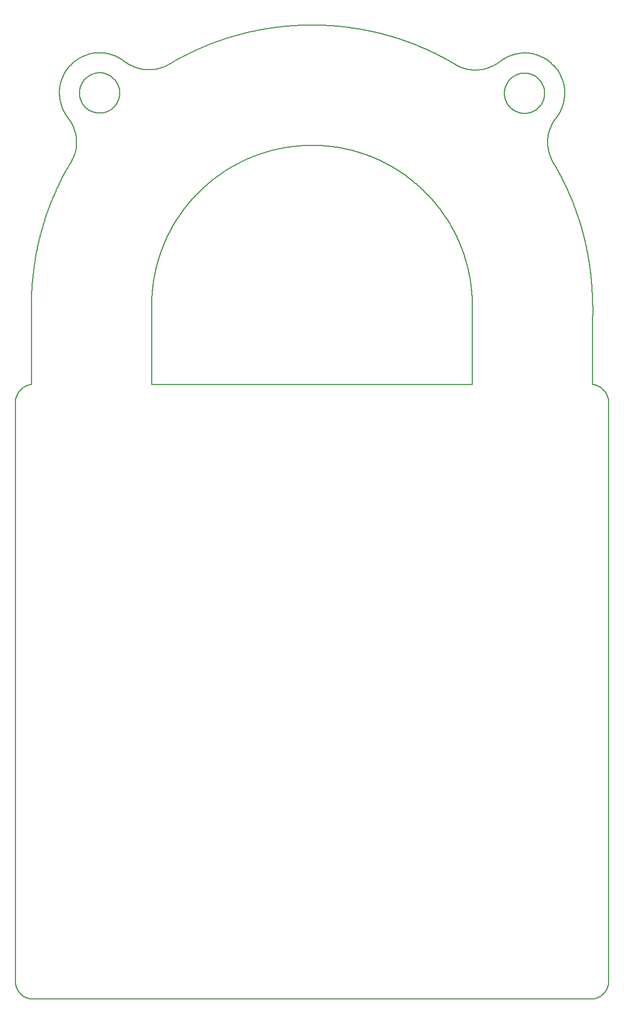
<source format=gm1>
G04 #@! TF.GenerationSoftware,KiCad,Pcbnew,(5.0.0-rc2-204-g01c2d93a8)*
G04 #@! TF.CreationDate,2018-07-30T15:31:50-06:00*
G04 #@! TF.ProjectId,Saintcon2018,5361696E74636F6E323031382E6B6963,rev?*
G04 #@! TF.SameCoordinates,Original*
G04 #@! TF.FileFunction,Profile,NP*
%FSLAX46Y46*%
G04 Gerber Fmt 4.6, Leading zero omitted, Abs format (unit mm)*
G04 Created by KiCad (PCBNEW (5.0.0-rc2-204-g01c2d93a8)) date 07/30/18 15:31:50*
%MOMM*%
%LPD*%
G01*
G04 APERTURE LIST*
G04 #@! TA.AperFunction,NonConductor*
%ADD10C,0.200000*%
G04 #@! TD*
G04 APERTURE END LIST*
D10*
G04 #@! TO.C,REF\002A\002A*
X136461500Y-36004500D02*
X136469216Y-35964066D01*
X136496828Y-35808969D02*
X136499858Y-35791333D01*
X136499858Y-35791333D02*
X136502277Y-35777259D01*
X136502277Y-35777259D02*
X136504313Y-35765405D01*
X136469216Y-35964066D02*
X136476280Y-35925853D01*
X136482634Y-35890549D02*
X136488216Y-35858844D01*
X136476280Y-35925853D02*
X136482634Y-35890549D01*
X136444355Y-36089274D02*
X136453193Y-36046466D01*
X136453193Y-36046466D02*
X136461500Y-36004500D01*
X136488216Y-35858844D02*
X136492966Y-35831427D01*
X136492966Y-35831427D02*
X136496828Y-35808969D01*
X136415101Y-36217783D02*
X136425291Y-36175098D01*
X136435044Y-36132257D02*
X136444355Y-36089274D01*
X136425291Y-36175098D02*
X136435044Y-36132257D01*
X136357759Y-36428669D02*
X136370063Y-36386849D01*
X136319107Y-36551411D02*
X136332079Y-36511399D01*
X136332079Y-36511399D02*
X136345051Y-36470288D01*
X136370063Y-36386849D02*
X136381954Y-36344845D01*
X136345051Y-36470288D02*
X136357759Y-36428669D01*
X136381954Y-36344845D02*
X136393427Y-36302662D01*
X136393427Y-36302662D02*
X136404478Y-36260306D01*
X136404478Y-36260306D02*
X136415101Y-36217783D01*
X136146309Y-37040859D02*
X136160997Y-37001951D01*
X136160997Y-37001951D02*
X136174819Y-36964605D01*
X136174819Y-36964605D02*
X136187607Y-36929474D01*
X136187607Y-36929474D02*
X136199189Y-36897209D01*
X136199189Y-36897209D02*
X136209395Y-36868462D01*
X136209395Y-36868462D02*
X136218055Y-36843884D01*
X136218055Y-36843884D02*
X136225024Y-36824050D01*
X136225024Y-36824050D02*
X136230495Y-36808480D01*
X136115018Y-37120758D02*
X136130927Y-37080677D01*
X136230495Y-36808480D02*
X136234903Y-36795933D01*
X136130927Y-37080677D02*
X136146309Y-37040859D01*
X50605793Y-81417113D02*
X50573795Y-81444827D01*
X51656730Y-80872938D02*
X51614820Y-80884421D01*
X51182320Y-81062814D02*
X51162855Y-81072771D01*
X50846295Y-81243413D02*
X50810374Y-81265871D01*
X51264751Y-81021682D02*
X51233781Y-81036873D01*
X52042619Y-80809294D02*
X52015218Y-80812097D01*
X51162855Y-81072771D02*
X51147572Y-81080593D01*
X51233781Y-81036873D02*
X51206130Y-81050718D01*
X51094206Y-81107899D02*
X51080003Y-81115163D01*
X52109672Y-80802627D02*
X52103878Y-80803203D01*
X51080003Y-81115163D02*
X51061920Y-81124413D01*
X50882219Y-81221930D02*
X50846295Y-81243413D01*
X51948081Y-80819672D02*
X51909773Y-80824564D01*
X50671686Y-81363735D02*
X50638431Y-81390074D01*
X50573795Y-81444827D02*
X50542464Y-81473192D01*
X51491447Y-80924413D02*
X51451190Y-80939511D01*
X52064977Y-80807069D02*
X52042619Y-80809294D01*
X50739946Y-81313255D02*
X50705533Y-81338121D01*
X51125104Y-81092092D02*
X51115593Y-81096958D01*
X50542464Y-81473192D02*
X50511914Y-81502035D01*
X52115053Y-80801885D02*
X52115025Y-80802095D01*
X51869257Y-80830272D02*
X51827245Y-80836857D01*
X51614820Y-80884421D02*
X51573287Y-80896843D01*
X52114568Y-80802140D02*
X52113010Y-80802295D01*
X52082208Y-80805356D02*
X52064977Y-80807069D01*
X51532154Y-80910182D02*
X51491447Y-80924413D01*
X51206130Y-81050718D02*
X51182320Y-81062814D01*
X51147572Y-81080593D02*
X51135376Y-81086835D01*
X52094949Y-80804090D02*
X52082208Y-80805356D01*
X51334567Y-80988857D02*
X51298520Y-81005543D01*
X51061920Y-81124413D02*
X51039447Y-81135957D01*
X51013127Y-81149645D02*
X50983602Y-81165280D01*
X50983602Y-81165280D02*
X50951515Y-81182670D01*
X50951515Y-81182670D02*
X50917507Y-81201618D01*
X51298520Y-81005543D02*
X51264751Y-81021682D01*
X52115053Y-80650927D02*
X52115053Y-80749415D01*
X51698991Y-80862421D02*
X51656730Y-80872938D01*
X50917507Y-81201618D02*
X50882219Y-81221930D01*
X51909773Y-80824564D02*
X51869257Y-80830272D01*
X52115053Y-80191480D02*
X52115053Y-80472813D01*
X51827245Y-80836857D02*
X51784453Y-80844378D01*
X51135376Y-81086835D02*
X51125104Y-81092092D01*
X52115053Y-80791870D02*
X52115053Y-80801885D01*
X51115593Y-81096958D02*
X51105681Y-81102028D01*
X52115025Y-80802095D02*
X52114568Y-80802140D01*
X52103878Y-80803203D02*
X52094949Y-80804090D01*
X51983467Y-80815536D02*
X51948081Y-80819672D01*
X51741578Y-80852894D02*
X51698991Y-80862421D01*
X51372373Y-80972025D02*
X51334567Y-80988857D01*
X51105681Y-81102028D02*
X51094206Y-81107899D01*
X52115053Y-80472813D02*
X52115053Y-80650927D01*
X52115053Y-79783335D02*
X52115053Y-80191480D01*
X51784453Y-80844378D02*
X51741578Y-80852894D01*
X50810374Y-81265871D02*
X50774901Y-81289164D01*
X51411416Y-80955446D02*
X51372373Y-80972025D01*
X50774901Y-81289164D02*
X50739946Y-81313255D01*
X51573287Y-80896843D02*
X51532154Y-80910182D01*
X52015218Y-80812097D02*
X51983467Y-80815536D01*
X50705533Y-81338121D02*
X50671686Y-81363735D01*
X51451190Y-80939511D02*
X51411416Y-80955446D01*
X50638431Y-81390074D02*
X50605793Y-81417113D01*
X52115053Y-80749415D02*
X52115053Y-80791870D01*
X51039447Y-81135957D02*
X51013127Y-81149645D01*
X52113010Y-80802295D02*
X52109672Y-80802627D01*
X58784193Y-40109014D02*
X58800649Y-40151979D01*
X57671838Y-38244564D02*
X57696908Y-38279658D01*
X57912083Y-38561216D02*
X57922269Y-38575058D01*
X58563501Y-39594613D02*
X58597538Y-39665449D01*
X57884364Y-38525170D02*
X57894308Y-38537862D01*
X57442519Y-37882894D02*
X57462995Y-37918372D01*
X57922269Y-38575058D02*
X57934893Y-38592462D01*
X57894308Y-38537862D02*
X57903155Y-38549348D01*
X58067934Y-38778756D02*
X58108196Y-38836293D01*
X57363573Y-37741829D02*
X57375334Y-37763184D01*
X58108196Y-38836293D02*
X58151056Y-38898432D01*
X58597538Y-39665449D02*
X58630154Y-39736337D01*
X57506470Y-37991759D02*
X57528970Y-38028557D01*
X58690409Y-39875033D02*
X58717561Y-39940623D01*
X58764697Y-40058726D02*
X58784193Y-40109014D01*
X57772277Y-38381162D02*
X57796032Y-38412221D01*
X57423243Y-37849032D02*
X57442519Y-37882894D01*
X58661192Y-39806567D02*
X58690409Y-39875033D01*
X57972164Y-38644319D02*
X57998977Y-38681714D01*
X58413262Y-39312388D02*
X58452934Y-39382777D01*
X58491198Y-39453278D02*
X58528054Y-39523890D01*
X57551855Y-38065148D02*
X57575117Y-38101518D01*
X57696908Y-38279658D02*
X57722262Y-38314398D01*
X57405441Y-37817390D02*
X57423243Y-37849032D01*
X57903155Y-38549348D02*
X57912083Y-38561216D01*
X57747535Y-38348394D02*
X57772277Y-38381162D01*
X57934893Y-38592462D02*
X57951132Y-38615019D01*
X58151056Y-38898432D02*
X58195571Y-38964116D01*
X57389381Y-37788573D02*
X57405441Y-37817390D01*
X57856859Y-38490299D02*
X57872145Y-38509683D01*
X58813865Y-40186642D02*
X58824239Y-40213853D01*
X58240800Y-39032288D02*
X58285799Y-39101891D01*
X58285799Y-39101891D02*
X58329693Y-39171944D01*
X58824239Y-40213853D02*
X58832599Y-40235780D01*
X57872145Y-38509683D02*
X57884364Y-38525170D01*
X58832599Y-40235780D02*
X58839781Y-40254618D01*
X57647118Y-38209191D02*
X57671838Y-38244564D01*
X58839781Y-40254618D02*
X58846625Y-40272564D01*
X57528970Y-38028557D02*
X57551855Y-38065148D01*
X58630154Y-39736337D02*
X58661192Y-39806567D01*
X57575117Y-38101518D02*
X57598752Y-38137656D01*
X57951132Y-38615019D02*
X57972164Y-38644319D01*
X58031214Y-38726877D02*
X58067934Y-38778756D01*
X57998977Y-38681714D02*
X58031214Y-38726877D01*
X57484402Y-37954862D02*
X57506470Y-37991759D01*
X57375334Y-37763184D02*
X57389381Y-37788573D01*
X57622754Y-38173551D02*
X57647118Y-38209191D01*
X57838776Y-38467273D02*
X57856859Y-38490299D01*
X58329693Y-39171944D02*
X58372182Y-39242111D01*
X58742405Y-40002224D02*
X58764697Y-40058726D01*
X58846625Y-40272564D02*
X58853966Y-40291814D01*
X57598752Y-38137656D02*
X57622754Y-38173551D01*
X58717561Y-39940623D02*
X58742405Y-40002224D01*
X58528054Y-39523890D02*
X58563501Y-39594613D01*
X57818350Y-38441085D02*
X57838776Y-38467273D01*
X58800649Y-40151979D02*
X58813865Y-40186642D01*
X57722262Y-38314398D02*
X57747535Y-38348394D01*
X57462995Y-37918372D02*
X57484402Y-37954862D01*
X58853966Y-40291814D02*
X58862643Y-40314564D01*
X57796032Y-38412221D02*
X57818350Y-38441085D01*
X58862643Y-40314564D02*
X58873492Y-40343011D01*
X58195571Y-38964116D02*
X58240800Y-39032288D01*
X58372182Y-39242111D02*
X58413262Y-39312388D01*
X58452934Y-39382777D02*
X58491198Y-39453278D01*
X58990068Y-40662202D02*
X59013219Y-40731596D01*
X59227669Y-42034807D02*
X59229811Y-42069641D01*
X58384900Y-45563038D02*
X58368095Y-45594592D01*
X59236176Y-42173106D02*
X59240830Y-42248832D01*
X59207482Y-41728635D02*
X59211989Y-41787976D01*
X58350142Y-45628300D02*
X58346727Y-45634712D01*
X59211989Y-41787976D02*
X59215661Y-41841233D01*
X58828623Y-44673251D02*
X58765486Y-44813092D01*
X58346727Y-45634712D02*
X58345509Y-45637000D01*
X59013219Y-40731596D02*
X59035850Y-40802729D01*
X59077517Y-40946484D02*
X59096243Y-41018541D01*
X58948463Y-44383067D02*
X58890104Y-44529328D01*
X58640529Y-45072920D02*
X58581847Y-45189101D01*
X59187894Y-41525494D02*
X59195540Y-41596254D01*
X59215661Y-41841233D02*
X59218603Y-41887264D01*
X58966992Y-40595630D02*
X58990068Y-40662202D01*
X59257298Y-42858392D02*
X59252318Y-43009173D01*
X59222775Y-41955133D02*
X59224370Y-41981116D01*
X59224370Y-41981116D02*
X59225928Y-42006486D01*
X59157047Y-41307884D02*
X59168722Y-41380498D01*
X59229811Y-42069641D02*
X59232574Y-42114553D01*
X59252318Y-43009173D02*
X59242254Y-43163695D01*
X59242254Y-43163695D02*
X59226112Y-43319444D01*
X59226112Y-43319444D02*
X59203343Y-43474652D01*
X59057382Y-40874539D02*
X59077517Y-40946484D01*
X59098784Y-43934611D02*
X59053214Y-44085565D01*
X58923440Y-40475291D02*
X58944585Y-40532965D01*
X59218603Y-41887264D02*
X59220924Y-41924973D01*
X59202035Y-41664348D02*
X59207482Y-41728635D01*
X59220924Y-41924973D02*
X59222775Y-41955133D01*
X59232574Y-42114553D02*
X59236176Y-42173106D01*
X59225928Y-42006486D02*
X59227669Y-42034807D01*
X59258191Y-42713873D02*
X59257298Y-42858392D01*
X59203343Y-43474652D02*
X59174259Y-43629012D01*
X59002970Y-44235098D02*
X58948463Y-44383067D01*
X59113559Y-41090709D02*
X59129465Y-41162989D01*
X58944585Y-40532965D02*
X58966992Y-40595630D01*
X58887310Y-40379253D02*
X58904150Y-40423692D01*
X59096243Y-41018541D02*
X59113559Y-41090709D01*
X58904150Y-40423692D02*
X58923440Y-40475291D01*
X59129465Y-41162989D02*
X59143961Y-41235381D01*
X59143961Y-41235381D02*
X59157047Y-41307884D01*
X59178988Y-41453207D02*
X59187894Y-41525494D01*
X59195540Y-41596254D02*
X59202035Y-41664348D01*
X59240830Y-42248832D02*
X59246316Y-42343095D01*
X59174259Y-43629012D02*
X59139269Y-43782379D01*
X59139269Y-43782379D02*
X59098784Y-43934611D01*
X59053214Y-44085565D02*
X59002970Y-44235098D01*
X58890104Y-44529328D02*
X58828623Y-44673251D01*
X58765486Y-44813092D02*
X58702265Y-44946949D01*
X58873492Y-40343011D02*
X58887310Y-40379253D01*
X59255994Y-42578136D02*
X59258191Y-42713873D01*
X58581847Y-45189101D02*
X58527791Y-45293591D01*
X59035850Y-40802729D02*
X59057382Y-40874539D01*
X59168722Y-41380498D02*
X59178988Y-41453207D01*
X58527791Y-45293591D02*
X58479931Y-45384487D01*
X58702265Y-44946949D02*
X58640529Y-45072920D01*
X58479931Y-45384487D02*
X58439835Y-45459889D01*
X58408435Y-45518847D02*
X58384900Y-45563038D01*
X58368095Y-45594592D02*
X58356886Y-45615636D01*
X59246316Y-42343095D02*
X59251703Y-42453703D01*
X59251703Y-42453703D02*
X59255994Y-42578136D01*
X58439835Y-45459889D02*
X58408435Y-45518847D01*
X58356886Y-45615636D02*
X58350142Y-45628300D01*
X56132648Y-49829761D02*
X56048546Y-50020968D01*
X58344636Y-45638675D02*
X58344339Y-45639249D01*
X58345351Y-45637295D02*
X58345341Y-45637315D01*
X55734945Y-50747511D02*
X55709771Y-50806153D01*
X55709771Y-50806153D02*
X55685790Y-50862018D01*
X58121640Y-46014260D02*
X58042255Y-46148056D01*
X56837115Y-48329118D02*
X56729761Y-48544865D01*
X55660064Y-50921944D02*
X55629661Y-50992768D01*
X58341066Y-45645567D02*
X58341055Y-45645588D01*
X58342087Y-45643596D02*
X58341786Y-45644176D01*
X57851296Y-46472759D02*
X57743895Y-46657595D01*
X57743895Y-46657595D02*
X57631330Y-46853373D01*
X57283373Y-47476218D02*
X57169317Y-47687894D01*
X58333582Y-45658144D02*
X58322760Y-45676325D01*
X56048546Y-50020968D02*
X55972059Y-50196542D01*
X56223116Y-49626455D02*
X56132648Y-49829761D01*
X58343215Y-45641418D02*
X58342818Y-45642185D01*
X58344339Y-45639249D02*
X58343993Y-45639918D01*
X55846924Y-50486658D02*
X55800605Y-50594555D01*
X58344871Y-45638222D02*
X58344636Y-45638675D01*
X58341053Y-45645592D02*
X58340842Y-45645946D01*
X56946171Y-48114362D02*
X56837115Y-48329118D01*
X55685790Y-50862018D02*
X55660064Y-50921944D01*
X58187516Y-45903542D02*
X58121640Y-46014260D01*
X58345341Y-45637315D02*
X58345314Y-45637368D01*
X58345176Y-45637634D02*
X58345048Y-45637880D01*
X58341149Y-45645407D02*
X58341095Y-45645511D01*
X58343993Y-45639918D02*
X58343613Y-45640652D01*
X58342436Y-45642922D02*
X58342087Y-45643596D01*
X58340842Y-45645946D02*
X58338981Y-45649074D01*
X58341237Y-45645237D02*
X58341149Y-45645407D01*
X58342818Y-45642185D02*
X58342436Y-45642922D01*
X58304629Y-45706786D02*
X58277302Y-45752696D01*
X58238894Y-45817225D02*
X58187516Y-45903542D01*
X57515688Y-47057058D02*
X57399055Y-47265614D01*
X58345353Y-45637292D02*
X58345351Y-45637295D01*
X58343613Y-45640652D02*
X58343215Y-45641418D01*
X58042255Y-46148056D02*
X57951444Y-46301900D01*
X57399055Y-47265614D02*
X57283373Y-47476218D01*
X58277302Y-45752696D02*
X58238894Y-45817225D01*
X57169317Y-47687894D02*
X57056911Y-47900614D01*
X58345048Y-45637880D02*
X58344871Y-45638222D01*
X58345261Y-45637469D02*
X58345176Y-45637634D01*
X58345509Y-45637000D02*
X58345353Y-45637292D01*
X57631330Y-46853373D02*
X57515688Y-47057058D01*
X57056911Y-47900614D02*
X56946171Y-48114362D01*
X56624127Y-48761585D02*
X56520229Y-48979259D01*
X58341548Y-45644637D02*
X58341367Y-45644985D01*
X58341095Y-45645511D02*
X58341066Y-45645567D01*
X58341055Y-45645588D02*
X58341053Y-45645592D01*
X56729761Y-48544865D02*
X56624127Y-48761585D01*
X56520229Y-48979259D02*
X56418152Y-49197679D01*
X56418152Y-49197679D02*
X56318700Y-49414583D01*
X56318700Y-49414583D02*
X56223116Y-49626455D01*
X55972059Y-50196542D02*
X55904435Y-50352950D01*
X58338981Y-45649074D02*
X58333582Y-45658144D01*
X55904435Y-50352950D02*
X55846924Y-50486658D01*
X55800605Y-50594555D02*
X55764244Y-50679258D01*
X58341367Y-45644985D02*
X58341237Y-45645237D01*
X58341786Y-45644176D02*
X58341548Y-45644637D01*
X57951444Y-46301900D02*
X57851296Y-46472759D01*
X58322760Y-45676325D02*
X58304629Y-45706786D01*
X55764244Y-50679258D02*
X55734945Y-50747511D01*
X58345314Y-45637368D02*
X58345261Y-45637469D01*
X53220142Y-58348125D02*
X53163359Y-58588013D01*
X54734785Y-53198254D02*
X54651839Y-53426934D01*
X52863656Y-60042901D02*
X52820706Y-60287808D01*
X54491429Y-53886889D02*
X54414003Y-54118129D01*
X55415530Y-51493330D02*
X55339574Y-51673217D01*
X52616609Y-61617299D02*
X52594030Y-61779578D01*
X55339574Y-51673217D02*
X55257792Y-51868898D01*
X53677459Y-56618725D02*
X53645951Y-56731662D01*
X52539532Y-62175624D02*
X52530794Y-62239162D01*
X53722204Y-56458346D02*
X53702207Y-56530023D01*
X53561199Y-57037373D02*
X53510276Y-57223664D01*
X52530794Y-62239162D02*
X52521900Y-62303826D01*
X52521900Y-62303826D02*
X52511789Y-62377336D01*
X55591645Y-51081325D02*
X55543219Y-51194152D01*
X55257792Y-51868898D02*
X55171868Y-52077071D01*
X54060512Y-55261136D02*
X54000528Y-55468093D01*
X53945896Y-55659289D02*
X53897394Y-55830993D01*
X54994340Y-52517678D02*
X54906071Y-52743574D01*
X54906071Y-52743574D02*
X54819536Y-52970462D01*
X54651839Y-53426934D02*
X54570714Y-53656485D01*
X54000528Y-55468093D02*
X53945896Y-55659289D01*
X53897394Y-55830993D02*
X53855798Y-55979475D01*
X53108498Y-58828671D02*
X53055577Y-59070082D01*
X53278743Y-58109272D02*
X53220142Y-58348125D01*
X53773957Y-56272829D02*
X53756052Y-56337014D01*
X53739477Y-56396431D02*
X53722204Y-56458346D01*
X54570714Y-53656485D02*
X54491429Y-53886889D01*
X55171868Y-52077071D02*
X55083489Y-52294432D01*
X55483973Y-51332541D02*
X55415530Y-51493330D01*
X55083489Y-52294432D02*
X54994340Y-52517678D01*
X54125071Y-55042147D02*
X54060512Y-55261136D01*
X54819536Y-52970462D02*
X54734785Y-53198254D01*
X53855798Y-55979475D02*
X53821861Y-56101100D01*
X53645951Y-56731662D02*
X53606841Y-56872195D01*
X52820706Y-60287808D02*
X52779873Y-60532290D01*
X55629661Y-50992768D02*
X55591645Y-51081325D01*
X55543219Y-51194152D02*
X55483973Y-51332541D01*
X54414003Y-54118129D02*
X54338452Y-54350188D01*
X53795218Y-56196612D02*
X53773957Y-56272829D01*
X53756052Y-56337014D02*
X53739477Y-56396431D01*
X53455320Y-57427534D02*
X53397579Y-57645447D01*
X53821861Y-56101100D02*
X53795218Y-56196612D01*
X53510276Y-57223664D02*
X53455320Y-57427534D01*
X53004615Y-59312228D02*
X52955628Y-59555091D01*
X52955628Y-59555091D02*
X52908636Y-59798655D01*
X53702207Y-56530023D02*
X53677459Y-56618725D01*
X52908636Y-59798655D02*
X52863656Y-60042901D01*
X53397579Y-57645447D02*
X53338304Y-57873871D01*
X53163359Y-58588013D02*
X53108498Y-58828671D01*
X52741407Y-60772801D02*
X52705576Y-61005449D01*
X52705576Y-61005449D02*
X52672653Y-61226343D01*
X54193428Y-54814858D02*
X54125071Y-55042147D01*
X53055577Y-59070082D02*
X53004615Y-59312228D01*
X52672653Y-61226343D02*
X52642907Y-61431590D01*
X52642907Y-61431590D02*
X52616609Y-61617299D01*
X52594030Y-61779578D02*
X52575440Y-61914538D01*
X53606841Y-56872195D02*
X53561199Y-57037373D01*
X52575440Y-61914538D02*
X52560793Y-62021033D01*
X52560793Y-62021033D02*
X52549178Y-62105488D01*
X52549178Y-62105488D02*
X52539532Y-62175624D01*
X54338452Y-54350188D02*
X54264807Y-54582998D01*
X54264807Y-54582998D02*
X54193428Y-54814858D01*
X53338304Y-57873871D02*
X53278743Y-58109272D01*
X52779873Y-60532290D02*
X52741407Y-60772801D01*
X52115053Y-68193666D02*
X52115053Y-68281825D01*
X52115053Y-68655093D02*
X52115053Y-68875463D01*
X52115053Y-68415952D02*
X52115053Y-68430327D01*
X52115053Y-68389033D02*
X52115053Y-68415952D01*
X52147577Y-66095625D02*
X52138046Y-66353568D01*
X52115053Y-68875463D02*
X52115053Y-69209373D01*
X52387109Y-63307528D02*
X52358395Y-63538484D01*
X52124903Y-66863394D02*
X52120823Y-67108270D01*
X52115053Y-69680417D02*
X52115053Y-70312188D01*
X52120823Y-67108270D02*
X52118062Y-67341287D01*
X52249655Y-64546176D02*
X52227181Y-64803922D01*
X52115053Y-68437188D02*
X52115053Y-68439301D01*
X52115053Y-68524672D02*
X52115053Y-68655093D01*
X52115053Y-75443445D02*
X52115053Y-76556658D01*
X52115053Y-68436094D02*
X52115053Y-68437188D01*
X52115053Y-68077224D02*
X52115053Y-68193666D01*
X52329488Y-63781592D02*
X52301207Y-64033026D01*
X52115053Y-68281825D02*
X52115053Y-68345636D01*
X52159207Y-65837361D02*
X52147577Y-66095625D01*
X52115053Y-76556658D02*
X52115053Y-77588771D01*
X52440686Y-62897384D02*
X52414812Y-63092552D01*
X52116361Y-67558568D02*
X52115464Y-67756235D01*
X52115053Y-71123301D02*
X52115053Y-72089059D01*
X52301207Y-64033026D02*
X52274370Y-64288959D01*
X52463911Y-62725851D02*
X52440686Y-62897384D01*
X52206922Y-65062055D02*
X52188855Y-65320434D01*
X52172958Y-65578916D02*
X52159207Y-65837361D01*
X52115053Y-69209373D02*
X52115053Y-69680417D01*
X52138046Y-66353568D02*
X52130558Y-66610534D01*
X52115053Y-77588771D02*
X52115053Y-78492598D01*
X52115053Y-78492598D02*
X52115053Y-79224785D01*
X52115053Y-79224785D02*
X52115053Y-79783335D01*
X52188855Y-65320434D02*
X52172958Y-65578916D01*
X52115053Y-68430327D02*
X52115053Y-68436094D01*
X52118062Y-67341287D02*
X52116361Y-67558568D01*
X52115464Y-67756235D02*
X52115114Y-67930413D01*
X52115053Y-70312188D02*
X52115053Y-71123301D01*
X52115053Y-72089059D02*
X52115053Y-73162459D01*
X52499399Y-62467413D02*
X52483669Y-62581781D01*
X52414812Y-63092552D02*
X52387109Y-63307528D01*
X52358395Y-63538484D02*
X52329488Y-63781592D01*
X52115053Y-68460605D02*
X52115053Y-68524672D01*
X52115053Y-68439301D02*
X52115053Y-68460605D01*
X52115053Y-73162459D02*
X52115053Y-74296317D01*
X52115053Y-68345636D02*
X52115053Y-68389033D01*
X52274370Y-64288959D02*
X52249655Y-64546176D01*
X52115053Y-74296317D02*
X52115053Y-75443445D01*
X52483669Y-62581781D02*
X52463911Y-62725851D01*
X52511789Y-62377336D02*
X52499399Y-62467413D01*
X52227181Y-64803922D02*
X52206922Y-65062055D01*
X52130558Y-66610534D02*
X52124903Y-66863394D01*
X52115114Y-67930413D02*
X52115053Y-68077224D01*
X135866414Y-37637995D02*
X135881630Y-37610001D01*
X135810023Y-37740729D02*
X135815388Y-37730966D01*
X135881630Y-37610001D02*
X135898382Y-37578901D01*
X135898382Y-37578901D02*
X135916307Y-37545243D01*
X135826396Y-37710932D02*
X135833317Y-37698337D01*
X135803900Y-37751871D02*
X135810023Y-37740729D01*
X135815388Y-37730966D02*
X135820633Y-37721421D01*
X135820633Y-37721421D02*
X135826396Y-37710932D01*
X135833317Y-37698337D02*
X135842034Y-37682474D01*
X135842034Y-37682474D02*
X135853095Y-37662335D01*
X135853095Y-37662335D02*
X135866414Y-37637995D01*
X136256461Y-36734562D02*
X136263746Y-36713818D01*
X136242299Y-36774882D02*
X136246169Y-36763865D01*
X136263746Y-36713818D02*
X136272648Y-36688372D01*
X136238691Y-36785153D02*
X136242299Y-36774882D01*
X136234903Y-36795933D02*
X136238691Y-36785153D01*
X136250742Y-36750844D02*
X136256461Y-36734562D01*
X136272648Y-36688372D02*
X136282906Y-36658804D01*
X136282906Y-36658804D02*
X136294249Y-36625718D01*
X136294249Y-36625718D02*
X136306407Y-36589719D01*
X136306407Y-36589719D02*
X136319107Y-36551411D01*
X136246169Y-36763865D02*
X136250742Y-36750844D01*
X127815071Y-28803453D02*
X127776214Y-28819438D01*
X127547231Y-28923081D02*
X127510054Y-28941439D01*
X127699078Y-28852531D02*
X127660805Y-28869631D01*
X128653644Y-28522141D02*
X128612472Y-28533132D01*
X128148452Y-28681411D02*
X128128169Y-28688346D01*
X127660805Y-28869631D02*
X127622736Y-28887093D01*
X128339380Y-28616548D02*
X128307630Y-28627160D01*
X128571469Y-28544520D02*
X128530642Y-28556298D01*
X128074501Y-28706845D02*
X128042364Y-28718094D01*
X128220740Y-28656710D02*
X128208468Y-28660902D01*
X128042364Y-28718094D02*
X128007541Y-28730459D01*
X127473866Y-28959652D02*
X127439206Y-28977374D01*
X127584874Y-28904913D02*
X127547231Y-28923081D01*
X128530642Y-28556298D02*
X128490026Y-28568450D01*
X128279430Y-28636691D02*
X128255370Y-28644884D01*
X127854113Y-28787850D02*
X127815071Y-28803453D01*
X128164373Y-28675969D02*
X128148452Y-28681411D01*
X128694981Y-28511550D02*
X128653644Y-28522141D01*
X128411157Y-28593114D02*
X128374086Y-28605114D01*
X127970669Y-28743779D02*
X127932384Y-28757891D01*
X127776214Y-28819438D02*
X127737549Y-28835799D01*
X128450001Y-28580807D02*
X128411157Y-28593114D01*
X128255370Y-28644884D02*
X128235970Y-28651509D01*
X128197924Y-28664503D02*
X128187880Y-28667935D01*
X128177106Y-28671617D02*
X128164373Y-28675969D01*
X128128169Y-28688346D02*
X128103315Y-28696875D01*
X127510054Y-28941439D02*
X127473866Y-28959652D01*
X127376627Y-29009966D02*
X127349786Y-29024145D01*
X128187880Y-28667935D02*
X128177106Y-28671617D01*
X128612472Y-28533132D02*
X128571469Y-28544520D01*
X128007541Y-28730459D02*
X127970669Y-28743779D01*
X127932384Y-28757891D02*
X127893325Y-28772635D01*
X127622736Y-28887093D02*
X127584874Y-28904913D01*
X127439206Y-28977374D02*
X127406613Y-28994260D01*
X128374086Y-28605114D02*
X128339380Y-28616548D01*
X128778127Y-28491592D02*
X128736477Y-28501366D01*
X128307630Y-28627160D02*
X128279430Y-28636691D01*
X127406613Y-28994260D02*
X127376627Y-29009966D01*
X127349786Y-29024145D02*
X127326631Y-29036453D01*
X128235970Y-28651509D02*
X128220740Y-28656710D01*
X128736477Y-28501366D02*
X128694981Y-28511550D01*
X128490026Y-28568450D02*
X128450001Y-28580807D01*
X127737549Y-28835799D02*
X127699078Y-28852531D01*
X128103315Y-28696875D02*
X128074501Y-28706845D01*
X128208468Y-28660902D02*
X128197924Y-28664503D01*
X127893325Y-28772635D02*
X127854113Y-28787850D01*
X136011169Y-37357273D02*
X136029445Y-37318376D01*
X135992518Y-37395949D02*
X136011169Y-37357273D01*
X136029445Y-37318376D02*
X136047341Y-37279264D01*
X136047341Y-37279264D02*
X136064851Y-37239941D01*
X136081971Y-37200412D02*
X136098695Y-37160683D01*
X136098695Y-37160683D02*
X136115018Y-37120758D01*
X135954227Y-37472443D02*
X135973498Y-37434399D01*
X135916307Y-37545243D02*
X135935042Y-37509574D01*
X135935042Y-37509574D02*
X135954227Y-37472443D01*
X136064851Y-37239941D02*
X136081971Y-37200412D01*
X135973498Y-37434399D02*
X135992518Y-37395949D01*
X127307685Y-29046553D02*
X127292780Y-29054501D01*
X126888780Y-29280757D02*
X126849750Y-29305281D01*
X127203101Y-29102323D02*
X127178717Y-29115356D01*
X126234843Y-29743968D02*
X126195981Y-29770506D01*
X127150132Y-29130736D02*
X127118019Y-29148183D01*
X126195981Y-29770506D02*
X126149731Y-29801929D01*
X126149731Y-29801929D02*
X126097147Y-29837362D01*
X127178717Y-29115356D02*
X127150132Y-29130736D01*
X126039281Y-29875930D02*
X125977186Y-29916757D01*
X126849750Y-29305281D02*
X126811018Y-29330230D01*
X126734356Y-29381328D02*
X126696382Y-29407442D01*
X126097147Y-29837362D02*
X126039281Y-29875930D01*
X126928130Y-29256675D02*
X126888780Y-29280757D01*
X126448367Y-29588506D02*
X126420650Y-29609552D01*
X127326631Y-29036453D02*
X127307685Y-29046553D01*
X127260777Y-29071566D02*
X127250357Y-29077122D01*
X126547336Y-29514447D02*
X126512256Y-29540480D01*
X127250357Y-29077122D02*
X127238068Y-29083676D01*
X126376402Y-29643344D02*
X126360449Y-29655528D01*
X127007255Y-29210142D02*
X126967772Y-29233071D01*
X126772561Y-29355585D02*
X126734356Y-29381328D01*
X126360449Y-29655528D02*
X126347242Y-29665515D01*
X126347242Y-29665515D02*
X126335160Y-29674460D01*
X126420650Y-29609552D02*
X126396480Y-29627989D01*
X126335160Y-29674460D02*
X126322579Y-29683517D01*
X126322579Y-29683517D02*
X126307879Y-29693841D01*
X126967772Y-29233071D02*
X126928130Y-29256675D01*
X127083053Y-29167419D02*
X127045907Y-29188165D01*
X126696382Y-29407442D02*
X126658617Y-29433908D01*
X127045907Y-29188165D02*
X127007255Y-29210142D01*
X127222711Y-29091865D02*
X127203101Y-29102323D01*
X126658617Y-29433908D02*
X126621037Y-29460708D01*
X126621037Y-29460708D02*
X126583779Y-29487699D01*
X126583779Y-29487699D02*
X126547336Y-29514447D01*
X126479084Y-29565324D02*
X126448367Y-29588506D01*
X126396480Y-29627989D02*
X126376402Y-29643344D01*
X127292780Y-29054501D02*
X127280792Y-29060893D01*
X127118019Y-29148183D02*
X127083053Y-29167419D01*
X126307879Y-29693841D02*
X126289438Y-29706588D01*
X127270523Y-29066369D02*
X127260777Y-29071566D01*
X126289438Y-29706588D02*
X126265633Y-29722912D01*
X126811018Y-29330230D02*
X126772561Y-29355585D01*
X126512256Y-29540480D02*
X126479084Y-29565324D01*
X126265633Y-29722912D02*
X126234843Y-29743968D01*
X127238068Y-29083676D02*
X127222711Y-29091865D01*
X127280792Y-29060893D02*
X127270523Y-29066369D01*
X108602457Y-25542394D02*
X108562416Y-25531091D01*
X108076427Y-25395147D02*
X107963838Y-25364316D01*
X106289285Y-24957148D02*
X106183662Y-24934469D01*
X108665913Y-25560305D02*
X108635733Y-25551787D01*
X107727642Y-25300783D02*
X107607528Y-25269197D01*
X108635733Y-25551787D02*
X108602457Y-25542394D01*
X108696667Y-25568985D02*
X108665913Y-25560305D01*
X105052066Y-24698406D02*
X104933088Y-24674666D01*
X104688021Y-24627089D02*
X104564685Y-24603930D01*
X104069549Y-24516396D02*
X103945335Y-24495800D01*
X103696440Y-24456170D02*
X103572674Y-24437236D01*
X106639587Y-25034238D02*
X106519154Y-25007364D01*
X105867470Y-24867672D02*
X105820816Y-24857879D01*
X104193595Y-24537509D02*
X104069549Y-24516396D01*
X103451546Y-24419116D02*
X103335000Y-24402015D01*
X103335000Y-24402015D02*
X103224983Y-24386134D01*
X103820955Y-24475723D02*
X103696440Y-24456170D01*
X108511943Y-25516842D02*
X108447857Y-25498757D01*
X104317468Y-24559138D02*
X104193595Y-24537509D01*
X106761156Y-25061846D02*
X106639587Y-25034238D01*
X103224983Y-24386134D02*
X103123441Y-24371677D01*
X103123441Y-24371677D02*
X103032319Y-24358847D01*
X107963838Y-25364316D02*
X107846973Y-25332668D01*
X106882642Y-25089976D02*
X106761156Y-25061846D01*
X105687146Y-24829819D02*
X105648136Y-24821628D01*
X104564685Y-24603930D02*
X104441166Y-24581279D01*
X105750923Y-24843208D02*
X105720153Y-24836748D01*
X107366684Y-25207484D02*
X107245964Y-25177364D01*
X106086786Y-24913855D02*
X106000564Y-24895636D01*
X108562416Y-25531091D02*
X108511943Y-25516842D01*
X105926900Y-24880146D02*
X105867470Y-24867672D01*
X108370457Y-25476968D02*
X108281546Y-25452051D01*
X105820816Y-24857879D02*
X105783222Y-24849988D01*
X106401751Y-24981557D02*
X106289285Y-24957148D01*
X105783222Y-24849988D02*
X105750923Y-24843208D01*
X108774569Y-25590969D02*
X108731663Y-25578861D01*
X107125048Y-25147738D02*
X107003940Y-25118607D01*
X107003940Y-25118607D02*
X106882642Y-25089976D01*
X105648136Y-24821628D02*
X105599360Y-24811386D01*
X105599360Y-24811386D02*
X105537217Y-24798340D01*
X105372543Y-24763951D02*
X105273654Y-24743506D01*
X105166208Y-24721505D02*
X105052066Y-24698406D01*
X104933088Y-24674666D02*
X104811133Y-24650745D01*
X105720153Y-24836748D02*
X105687146Y-24829819D01*
X107487206Y-25238096D02*
X107366684Y-25207484D01*
X104811133Y-24650745D02*
X104688021Y-24627089D01*
X108829054Y-25606344D02*
X108774569Y-25590969D01*
X108447857Y-25498757D02*
X108370457Y-25476968D01*
X104441166Y-24581279D02*
X104317468Y-24559138D01*
X108281546Y-25452051D02*
X108182933Y-25424585D01*
X105537217Y-24798340D02*
X105461017Y-24782381D01*
X108182933Y-25424585D02*
X108076427Y-25395147D01*
X105461017Y-24782381D02*
X105372543Y-24763951D01*
X107846973Y-25332668D02*
X107727642Y-25300783D01*
X105273654Y-24743506D02*
X105166208Y-24721505D01*
X103945335Y-24495800D02*
X103820955Y-24475723D01*
X106000564Y-24895636D02*
X105926900Y-24880146D01*
X103572674Y-24437236D02*
X103451546Y-24419116D01*
X107245964Y-25177364D02*
X107125048Y-25147738D01*
X108897479Y-25625669D02*
X108829054Y-25606344D01*
X106183662Y-24934469D02*
X106086786Y-24913855D01*
X107607528Y-25269197D02*
X107487206Y-25238096D01*
X106519154Y-25007364D02*
X106401751Y-24981557D01*
X108731663Y-25578861D02*
X108696667Y-25568985D01*
X102798008Y-24326208D02*
X102763972Y-24321474D01*
X101826066Y-24195437D02*
X101700338Y-24180012D01*
X102186023Y-24242002D02*
X102070811Y-24226763D01*
X100687642Y-24075398D02*
X100560925Y-24064751D01*
X102070811Y-24226763D02*
X101950190Y-24211131D01*
X101700338Y-24180012D02*
X101574309Y-24165085D01*
X100941740Y-24098353D02*
X100814763Y-24086606D01*
X102661614Y-24307239D02*
X102614569Y-24300697D01*
X100814763Y-24086606D02*
X100687642Y-24075398D01*
X100560925Y-24064751D02*
X100436418Y-24054727D01*
X102763972Y-24321474D02*
X102732462Y-24317092D01*
X102699627Y-24312525D02*
X102661614Y-24307239D01*
X101950190Y-24211131D02*
X101826066Y-24195437D01*
X102392598Y-24269967D02*
X102293920Y-24256514D01*
X101574309Y-24165085D02*
X101448113Y-24150681D01*
X102838423Y-24331830D02*
X102798008Y-24326208D01*
X102293920Y-24256514D02*
X102186023Y-24242002D01*
X103032319Y-24358847D02*
X102953564Y-24347847D01*
X101321756Y-24136804D02*
X101195239Y-24123455D01*
X102889070Y-24338874D02*
X102838423Y-24331830D01*
X101448113Y-24150681D02*
X101321756Y-24136804D01*
X102480150Y-24282029D02*
X102392598Y-24269967D01*
X102953564Y-24347847D02*
X102889070Y-24338874D01*
X101195239Y-24123455D02*
X101068566Y-24110637D01*
X102554672Y-24292367D02*
X102480150Y-24282029D01*
X102732462Y-24317092D02*
X102699627Y-24312525D01*
X101068566Y-24110637D02*
X100941740Y-24098353D01*
X102614569Y-24300697D02*
X102554672Y-24292367D01*
X135572810Y-38144695D02*
X135596256Y-38108511D01*
X135500349Y-38251826D02*
X135524847Y-38216338D01*
X135450370Y-38322209D02*
X135475520Y-38287112D01*
X135524847Y-38216338D02*
X135549004Y-38180632D01*
X135549004Y-38180632D02*
X135572810Y-38144695D01*
X135596256Y-38108511D02*
X135619333Y-38072066D01*
X135475520Y-38287112D02*
X135500349Y-38251826D01*
X124652212Y-30577039D02*
X124632992Y-30584532D01*
X122946419Y-30983517D02*
X122918857Y-30986230D01*
X124390789Y-30677531D02*
X124329383Y-30700024D01*
X122918857Y-30986230D02*
X122883743Y-30989683D01*
X122883743Y-30989683D02*
X122840692Y-30993828D01*
X123507370Y-30917948D02*
X123439053Y-30928333D01*
X124961763Y-30454518D02*
X124903389Y-30478306D01*
X122840692Y-30993828D02*
X122790722Y-30998414D01*
X123070350Y-30971313D02*
X123043989Y-30973909D01*
X125089937Y-30400414D02*
X125024299Y-30428468D01*
X124803374Y-30518058D02*
X124763857Y-30533504D01*
X123372522Y-30937558D02*
X123308841Y-30945672D01*
X122790722Y-30998414D02*
X122734894Y-31003181D01*
X122968461Y-30981346D02*
X122946419Y-30983517D01*
X122734894Y-31003181D02*
X122674270Y-31007871D01*
X125776053Y-30044042D02*
X125707393Y-30085300D01*
X125638714Y-30125317D02*
X125570017Y-30164092D01*
X125570017Y-30164092D02*
X125501303Y-30201625D01*
X125707393Y-30085300D02*
X125638714Y-30125317D01*
X124059693Y-30790379D02*
X123990706Y-30810675D01*
X123308841Y-30945672D02*
X123249076Y-30952723D01*
X124609865Y-30593549D02*
X124580712Y-30604916D01*
X123022748Y-30976001D02*
X123004498Y-30977798D01*
X124669642Y-30570243D02*
X124652212Y-30577039D01*
X125295053Y-30306769D02*
X125226269Y-30339331D01*
X125157614Y-30370616D02*
X125089937Y-30400414D01*
X124329383Y-30700024D02*
X124264522Y-30723118D01*
X124903389Y-30478306D02*
X124850239Y-30499572D01*
X124128657Y-30768843D02*
X124059693Y-30790379D01*
X123576412Y-30906352D02*
X123507370Y-30917948D01*
X125844519Y-30001688D02*
X125776053Y-30044042D01*
X125501303Y-30201625D02*
X125432570Y-30237915D01*
X123852674Y-30847540D02*
X123783631Y-30864108D01*
X123194292Y-30958763D02*
X123145554Y-30963841D01*
X123990706Y-30810675D02*
X123921699Y-30829729D01*
X124447681Y-30656207D02*
X124390789Y-30677531D01*
X125226269Y-30339331D02*
X125157614Y-30370616D01*
X125363821Y-30272963D02*
X125295053Y-30306769D01*
X123145554Y-30963841D02*
X123103928Y-30968005D01*
X123004498Y-30977798D02*
X122987112Y-30979510D01*
X124732392Y-30545774D02*
X124707614Y-30555436D01*
X125432570Y-30237915D02*
X125363821Y-30272963D01*
X124763857Y-30533504D02*
X124732392Y-30545774D01*
X124543698Y-30619333D02*
X124499003Y-30636619D01*
X124499003Y-30636619D02*
X124447681Y-30656207D01*
X125024299Y-30428468D02*
X124961763Y-30454518D01*
X124197260Y-30746247D02*
X124128657Y-30768843D01*
X124707614Y-30555436D02*
X124687404Y-30563317D01*
X124632992Y-30584532D02*
X124609865Y-30593549D01*
X123921699Y-30829729D02*
X123852674Y-30847540D01*
X123783631Y-30864108D02*
X123714573Y-30879433D01*
X125911915Y-29958968D02*
X125844519Y-30001688D01*
X124580712Y-30604916D02*
X124543698Y-30619333D01*
X123714573Y-30879433D02*
X123645499Y-30893515D01*
X123439053Y-30928333D02*
X123372522Y-30937558D01*
X123103928Y-30968005D02*
X123070350Y-30971313D01*
X124850239Y-30499572D02*
X124803374Y-30518058D01*
X123645499Y-30893515D02*
X123576412Y-30906352D01*
X123249076Y-30952723D02*
X123194292Y-30958763D01*
X123043989Y-30973909D02*
X123022748Y-30976001D01*
X124687404Y-30563317D02*
X124669642Y-30570243D01*
X125977186Y-29916757D02*
X125911915Y-29958968D01*
X122987112Y-30979510D02*
X122968461Y-30981346D01*
X124264522Y-30723118D02*
X124197260Y-30746247D01*
X122058533Y-31011090D02*
X121989187Y-31005446D01*
X121781589Y-30981242D02*
X121714238Y-30971317D01*
X121850464Y-30990439D02*
X121781589Y-30981242D01*
X122542877Y-31015984D02*
X122474232Y-31018890D01*
X121310781Y-30899122D02*
X121298939Y-30896872D01*
X122474232Y-31018890D02*
X122405014Y-31020689D01*
X121588388Y-30950713D02*
X121532028Y-30940747D01*
X121352712Y-30907096D02*
X121336066Y-30903930D01*
X122127864Y-31015493D02*
X122058533Y-31011090D01*
X121989187Y-31005446D02*
X121919825Y-30998561D01*
X121336066Y-30903930D02*
X121322623Y-30901373D01*
X122335754Y-31021252D02*
X122266475Y-31020574D01*
X121649481Y-30961022D02*
X121588388Y-30950713D01*
X121437789Y-30923275D02*
X121402026Y-30916478D01*
X121532028Y-30940747D02*
X121481472Y-30931482D01*
X122674270Y-31007871D02*
X122609910Y-31012225D01*
X121322623Y-30901373D02*
X121310781Y-30899122D01*
X121298939Y-30896872D02*
X121285493Y-30894317D01*
X122405014Y-31020689D02*
X122335754Y-31021252D01*
X122266475Y-31020574D02*
X122197178Y-31018654D01*
X121285493Y-30894317D02*
X121268852Y-30891155D01*
X121714238Y-30971317D02*
X121649481Y-30961022D01*
X121481472Y-30931482D02*
X121437789Y-30923275D01*
X121402026Y-30916478D02*
X121374165Y-30911177D01*
X121919825Y-30998561D02*
X121850464Y-30990439D01*
X121374165Y-30911177D02*
X121352712Y-30907096D01*
X122609910Y-31012225D02*
X122542877Y-31015984D01*
X122197178Y-31018654D02*
X122127864Y-31015493D01*
X120139653Y-30563109D02*
X120097649Y-30547435D01*
X121223914Y-30882537D02*
X121196568Y-30877187D01*
X119849089Y-30444299D02*
X119808558Y-30425268D01*
X120223013Y-30593191D02*
X120181626Y-30578407D01*
X119729204Y-30385857D02*
X119691388Y-30366215D01*
X120181626Y-30578407D02*
X120139653Y-30563109D01*
X120263152Y-30607284D02*
X120223013Y-30593191D01*
X120685636Y-30747979D02*
X120652797Y-30737569D01*
X120566647Y-30709499D02*
X120543839Y-30701921D01*
X119592051Y-30312504D02*
X119565494Y-30297718D01*
X119565494Y-30297718D02*
X119543141Y-30285181D01*
X121032416Y-30842535D02*
X120997665Y-30834443D01*
X119543141Y-30285181D02*
X119525240Y-30275114D01*
X119495965Y-30258409D02*
X119480201Y-30249172D01*
X119480201Y-30249172D02*
X119460759Y-30237614D01*
X119460759Y-30237614D02*
X119435443Y-30222433D01*
X121268852Y-30891155D02*
X121248187Y-30887214D01*
X121134791Y-30864718D02*
X121101427Y-30857725D01*
X120055753Y-30531387D02*
X120013999Y-30514929D01*
X119510246Y-30266623D02*
X119495965Y-30258409D01*
X119435443Y-30222433D02*
X119402058Y-30202332D01*
X121248187Y-30887214D02*
X121223914Y-30882537D01*
X120858616Y-30798958D02*
X120823842Y-30789309D01*
X119808558Y-30425268D02*
X119768446Y-30405680D01*
X119525240Y-30275114D02*
X119510246Y-30266623D01*
X119402058Y-30202332D02*
X119358408Y-30176009D01*
X120754281Y-30769076D02*
X120719643Y-30758554D01*
X119622256Y-30329124D02*
X119592051Y-30312504D01*
X121196568Y-30877187D02*
X121166682Y-30871226D01*
X120997665Y-30834443D02*
X120962910Y-30826039D01*
X120789064Y-30779348D02*
X120754281Y-30769076D01*
X120509893Y-30690590D02*
X120497890Y-30686582D01*
X120893385Y-30808297D02*
X120858616Y-30798958D01*
X120621662Y-30727540D02*
X120592766Y-30718111D01*
X120592766Y-30718111D02*
X120566647Y-30709499D01*
X120543839Y-30701921D02*
X120524878Y-30695593D01*
X120524878Y-30695593D02*
X120509893Y-30690590D01*
X120455955Y-30672586D02*
X120441057Y-30667615D01*
X120337047Y-30632698D02*
X120301384Y-30620511D01*
X120652797Y-30737569D02*
X120621662Y-30727540D01*
X120097649Y-30547435D02*
X120055753Y-30531387D01*
X120478080Y-30679969D02*
X120467900Y-30676571D01*
X120719643Y-30758554D02*
X120685636Y-30747979D01*
X120497890Y-30686582D02*
X120487681Y-30683173D01*
X121101427Y-30857725D02*
X121067125Y-30850309D01*
X120441057Y-30667615D02*
X120422020Y-30661264D01*
X120422020Y-30661264D02*
X120398025Y-30653250D01*
X120398025Y-30653250D02*
X120369481Y-30643669D01*
X121166682Y-30871226D02*
X121134791Y-30864718D01*
X120823842Y-30789309D02*
X120789064Y-30779348D01*
X120369481Y-30643669D02*
X120337047Y-30632698D01*
X120962910Y-30826039D02*
X120928150Y-30817324D01*
X120013999Y-30514929D02*
X119972422Y-30498026D01*
X121067125Y-30850309D02*
X121032416Y-30842535D01*
X119972422Y-30498026D02*
X119931055Y-30480643D01*
X120487681Y-30683173D02*
X120478080Y-30679969D01*
X119931055Y-30480643D02*
X119889933Y-30462746D01*
X119889933Y-30462746D02*
X119849089Y-30444299D01*
X119768446Y-30405680D02*
X119729204Y-30385857D01*
X120467900Y-30676571D02*
X120455955Y-30672586D01*
X120928150Y-30817324D02*
X120893385Y-30808297D01*
X119691388Y-30366215D02*
X119655554Y-30347166D01*
X119655554Y-30347166D02*
X119622256Y-30329124D01*
X120301384Y-30620511D02*
X120263152Y-30607284D01*
X117318663Y-29025146D02*
X117233156Y-28980697D01*
X117039494Y-28880532D02*
X116998292Y-28859255D01*
X117511041Y-29125852D02*
X117411856Y-29073799D01*
X116998292Y-28859255D02*
X116965091Y-28842110D01*
X116965091Y-28842110D02*
X116936566Y-28827380D01*
X119157851Y-30055298D02*
X119071961Y-30003885D01*
X117157030Y-28941259D02*
X117091979Y-28907637D01*
X117091979Y-28907637D02*
X117039494Y-28880532D01*
X117233156Y-28980697D02*
X117157030Y-28941259D01*
X117411856Y-29073799D02*
X117318663Y-29025146D01*
X118674864Y-29769388D02*
X118569906Y-29708551D01*
X118880996Y-29890378D02*
X118779044Y-29830311D01*
X119358408Y-30176009D02*
X119302635Y-30142373D01*
X119235263Y-30101798D02*
X119157851Y-30055298D01*
X119071961Y-30003885D02*
X118979155Y-29948574D01*
X118979155Y-29948574D02*
X118880996Y-29890378D01*
X118569906Y-29708551D02*
X118464668Y-29648124D01*
X118464668Y-29648124D02*
X118359159Y-29588111D01*
X118779044Y-29830311D02*
X118674864Y-29769388D01*
X118147332Y-29469342D02*
X118041019Y-29410591D01*
X117934444Y-29352264D02*
X117827609Y-29294364D01*
X117720607Y-29236938D02*
X117614523Y-29180501D01*
X118359159Y-29588111D02*
X118253379Y-29528517D01*
X118253379Y-29528517D02*
X118147332Y-29469342D01*
X119302635Y-30142373D02*
X119235263Y-30101798D01*
X118041019Y-29410591D02*
X117934444Y-29352264D01*
X117827609Y-29294364D02*
X117720607Y-29236938D01*
X117614523Y-29180501D02*
X117511041Y-29125852D01*
X111564169Y-26487961D02*
X111531538Y-26476315D01*
X116514975Y-28610214D02*
X116419989Y-28561745D01*
X115114568Y-27932333D02*
X115004058Y-27882548D01*
X113214107Y-27110424D02*
X113100616Y-27064288D01*
X115447176Y-28085384D02*
X115336539Y-28033915D01*
X115004058Y-27882548D02*
X114895832Y-27834212D01*
X114450341Y-27638535D02*
X114392601Y-27613435D01*
X115336539Y-28033915D02*
X115225660Y-27982894D01*
X114392601Y-27613435D02*
X114347258Y-27593727D01*
X114252395Y-27552495D02*
X114222999Y-27539719D01*
X113551630Y-27250801D02*
X113440254Y-27203985D01*
X113440254Y-27203985D02*
X113327361Y-27157009D01*
X116909391Y-28813347D02*
X116880240Y-28798295D01*
X113100616Y-27064288D02*
X112986888Y-27018605D01*
X112414800Y-26797078D02*
X112300211Y-26754331D01*
X116105754Y-28403405D02*
X115996653Y-28349334D01*
X114093234Y-27483322D02*
X114026517Y-27454352D01*
X112300211Y-26754331D02*
X112187549Y-26712738D01*
X114693246Y-27744660D02*
X114602394Y-27704832D01*
X112758735Y-26928608D02*
X112644315Y-26884299D01*
X111879221Y-26600670D02*
X111792362Y-26569476D01*
X116845789Y-28780506D02*
X116802712Y-28758263D01*
X116419989Y-28561745D02*
X116319036Y-28510512D01*
X115225660Y-27982894D02*
X115114568Y-27932333D01*
X114222999Y-27539719D02*
X114188969Y-27524929D01*
X116213747Y-28457429D02*
X116105754Y-28403405D01*
X114895832Y-27834212D02*
X114791643Y-27788018D01*
X114347258Y-27593727D02*
X114311075Y-27578000D01*
X114146855Y-27506626D02*
X114093234Y-27483322D01*
X115667717Y-28189652D02*
X115557570Y-28137297D01*
X113763068Y-27340742D02*
X113659800Y-27296655D01*
X114280603Y-27564756D02*
X114252395Y-27552495D01*
X113327361Y-27157009D02*
X113214107Y-27110424D01*
X112986888Y-27018605D02*
X112872927Y-26973377D01*
X115557570Y-28137297D02*
X115447176Y-28085384D01*
X113659800Y-27296655D02*
X113551630Y-27250801D01*
X116602365Y-28655009D02*
X116514975Y-28610214D01*
X112187549Y-26712738D02*
X112078624Y-26672879D01*
X116880240Y-28798295D02*
X116845789Y-28780506D01*
X111975245Y-26635330D02*
X111879221Y-26600670D01*
X116802712Y-28758263D02*
X116747829Y-28729926D01*
X114791643Y-27788018D02*
X114693246Y-27744660D01*
X114520841Y-27669226D02*
X114450341Y-27638535D01*
X114602394Y-27704832D02*
X114520841Y-27669226D01*
X116936566Y-28827380D02*
X116909391Y-28813347D01*
X116680526Y-28695216D02*
X116602365Y-28655009D01*
X115777615Y-28242445D02*
X115667717Y-28189652D01*
X113859740Y-27382257D02*
X113763068Y-27340742D01*
X112872927Y-26973377D02*
X112758735Y-26928608D01*
X112644315Y-26884299D02*
X112529668Y-26840455D01*
X112529668Y-26840455D02*
X112414800Y-26797078D01*
X116747829Y-28729926D02*
X116680526Y-28695216D01*
X111792362Y-26569476D02*
X111716478Y-26542326D01*
X111716478Y-26542326D02*
X111653375Y-26519798D01*
X115887261Y-28295673D02*
X115777615Y-28242445D01*
X113948121Y-27420395D02*
X113859740Y-27382257D01*
X116319036Y-28510512D02*
X116213747Y-28457429D01*
X114188969Y-27524929D02*
X114146855Y-27506626D01*
X111653375Y-26519798D02*
X111603593Y-26502031D01*
X115996653Y-28349334D02*
X115887261Y-28295673D01*
X114026517Y-27454352D02*
X113948121Y-27420395D01*
X114311075Y-27578000D02*
X114280603Y-27564756D01*
X112078624Y-26672879D02*
X111975245Y-26635330D01*
X111603593Y-26502031D02*
X111564169Y-26487961D01*
X109509607Y-25802474D02*
X109392885Y-25768047D01*
X109392885Y-25768047D02*
X109279564Y-25734994D01*
X109279564Y-25734994D02*
X109171504Y-25703773D01*
X110451717Y-26099203D02*
X110334662Y-26060432D01*
X111397675Y-26428530D02*
X111345555Y-26409923D01*
X109982208Y-25946964D02*
X109864301Y-25910098D01*
X109171504Y-25703773D02*
X109070563Y-25674841D01*
X111502138Y-26465821D02*
X111472403Y-26455207D01*
X109070563Y-25674841D02*
X108978602Y-25648654D01*
X111014969Y-26292660D02*
X110909838Y-26255835D01*
X108978602Y-25648654D02*
X108897479Y-25625669D01*
X110684875Y-26178032D02*
X110568553Y-26138442D01*
X111345555Y-26409923D02*
X111279908Y-26386501D01*
X110799222Y-26217395D02*
X110684875Y-26178032D01*
X111112861Y-26327175D02*
X111014969Y-26292660D01*
X110217391Y-26022134D02*
X110099905Y-25984310D01*
X110099905Y-25984310D02*
X109982208Y-25946964D01*
X110334662Y-26060432D02*
X110217391Y-26022134D01*
X110568553Y-26138442D02*
X110451717Y-26099203D01*
X111472403Y-26455207D02*
X111438770Y-26443200D01*
X109864301Y-25910098D02*
X109746188Y-25873716D01*
X111531538Y-26476315D02*
X111502138Y-26465821D01*
X111279908Y-26386501D02*
X111201759Y-26358687D01*
X111438770Y-26443200D02*
X111397675Y-26428530D01*
X110909838Y-26255835D02*
X110799222Y-26217395D01*
X109746188Y-25873716D02*
X109627871Y-25837819D01*
X111201759Y-26358687D02*
X111112861Y-26327175D01*
X109627871Y-25837819D02*
X109509607Y-25802474D01*
X139263181Y-55940857D02*
X139233897Y-55837710D01*
X139941116Y-58572482D02*
X139915433Y-58454867D01*
X139169657Y-55614542D02*
X139135593Y-55498199D01*
X139135593Y-55498199D02*
X139100818Y-55381096D01*
X139657786Y-57378492D02*
X139626776Y-57259885D01*
X140090535Y-59283222D02*
X140084189Y-59252601D01*
X139410465Y-56467759D02*
X139400372Y-56431532D01*
X138882203Y-54682496D02*
X138844145Y-54566786D01*
X139383441Y-56370757D02*
X139374580Y-56338951D01*
X140139222Y-59518194D02*
X140124845Y-59448754D01*
X138728875Y-54225120D02*
X138691950Y-54117825D01*
X139374580Y-56338951D02*
X139364108Y-56301361D01*
X140068776Y-59178216D02*
X140058166Y-59127008D01*
X139535504Y-56919840D02*
X139507543Y-56817704D01*
X139029821Y-55147414D02*
X138993615Y-55030876D01*
X139833999Y-58094816D02*
X139805837Y-57974955D01*
X140097002Y-59314426D02*
X140090535Y-59283222D01*
X139065556Y-55264155D02*
X139029821Y-55147414D01*
X138919803Y-54798415D02*
X138882203Y-54682496D01*
X139289978Y-56035926D02*
X139263181Y-55940857D01*
X139626776Y-57259885D02*
X139595684Y-57142720D01*
X140044689Y-59061993D02*
X140028368Y-58983509D01*
X139915433Y-58454867D02*
X139888851Y-58335076D01*
X140175356Y-59694047D02*
X140156208Y-59600571D01*
X140104362Y-59349935D02*
X140097002Y-59314426D01*
X139861671Y-58214859D02*
X139833999Y-58094816D01*
X139422990Y-56512715D02*
X139410465Y-56467759D01*
X139351014Y-56254359D02*
X139334331Y-56194478D01*
X140113386Y-59393470D02*
X140104362Y-59349935D01*
X139718444Y-57616497D02*
X139688353Y-57497395D01*
X139595684Y-57142720D02*
X139565072Y-57028775D01*
X139481753Y-56724156D02*
X139458699Y-56640986D01*
X139438945Y-56569983D02*
X139422990Y-56512715D01*
X139233897Y-55837710D02*
X139202574Y-55728326D01*
X139688353Y-57497395D02*
X139657786Y-57378492D01*
X139400372Y-56431532D02*
X139391701Y-56400408D01*
X139965576Y-58686036D02*
X139941116Y-58572482D01*
X138805640Y-54451312D02*
X138766998Y-54336861D01*
X140058166Y-59127008D02*
X140044689Y-59061993D01*
X139458699Y-56640986D02*
X139438945Y-56569983D01*
X140028368Y-58983509D02*
X140009526Y-58893433D01*
X139100818Y-55381096D02*
X139065556Y-55264155D01*
X139364108Y-56301361D02*
X139351014Y-56254359D01*
X138766998Y-54336861D02*
X138728875Y-54225120D01*
X140196218Y-59796782D02*
X140175356Y-59694047D01*
X140124845Y-59448754D02*
X140113386Y-59393470D01*
X140077194Y-59218840D02*
X140068776Y-59178216D01*
X139988487Y-58793647D02*
X139965576Y-58686036D01*
X139748057Y-57735792D02*
X139718444Y-57616497D01*
X139334331Y-56194478D02*
X139313843Y-56121080D01*
X138956942Y-54914542D02*
X138919803Y-54798415D01*
X140009526Y-58893433D02*
X139988487Y-58793647D01*
X138993615Y-55030876D02*
X138956942Y-54914542D01*
X139202574Y-55728326D02*
X139169657Y-55614542D01*
X139777189Y-57855279D02*
X139748057Y-57735792D01*
X139565072Y-57028775D02*
X139535504Y-56919840D01*
X139888851Y-58335076D02*
X139861671Y-58214859D01*
X140084189Y-59252601D02*
X140077194Y-59218840D01*
X138844145Y-54566786D02*
X138805640Y-54451312D01*
X139805837Y-57974955D02*
X139777189Y-57855279D01*
X139391701Y-56400408D02*
X139383441Y-56370757D01*
X139507543Y-56817704D02*
X139481753Y-56724156D01*
X139313843Y-56121080D02*
X139289978Y-56035926D01*
X140156208Y-59600571D02*
X140139222Y-59518194D01*
X143554953Y-175296929D02*
X143554953Y-175289617D01*
X143554953Y-153670952D02*
X143554953Y-146278429D01*
X143554953Y-175026310D02*
X143554953Y-174444725D01*
X143554953Y-83604940D02*
X143554953Y-83600955D01*
X143554953Y-83594277D02*
X143554953Y-83584213D01*
X143554953Y-83584213D02*
X143554953Y-83570067D01*
X143549833Y-175564691D02*
X143552028Y-175519802D01*
X143554953Y-83570067D02*
X143554953Y-83551145D01*
X143554953Y-83649201D02*
X143554953Y-83607749D01*
X143542622Y-175657961D02*
X143546748Y-175611002D01*
X143554353Y-175437380D02*
X143554787Y-175401394D01*
X143554953Y-99244826D02*
X143554953Y-94152587D01*
X143554953Y-83551145D02*
X143554941Y-83526878D01*
X143554953Y-83600955D02*
X143554953Y-83594277D01*
X143554941Y-83526878D02*
X143554820Y-83497601D01*
X143439641Y-176109717D02*
X143454340Y-176066980D01*
X143468355Y-176023297D02*
X143481409Y-175979073D01*
X143481409Y-175979073D02*
X143493445Y-175934378D01*
X143454340Y-176066980D02*
X143468355Y-176023297D01*
X143554953Y-160003025D02*
X143554953Y-153670952D01*
X143554953Y-146278429D02*
X143554953Y-138175293D01*
X143554953Y-175285216D02*
X143554953Y-175282988D01*
X143554953Y-121236546D02*
X143554953Y-113100613D01*
X143381898Y-176259629D02*
X143395387Y-176226467D01*
X143523151Y-175797757D02*
X143530818Y-175751471D01*
X143537318Y-175704862D02*
X143542622Y-175657961D01*
X143554953Y-175307893D02*
X143554953Y-175296929D01*
X143552028Y-175519802D02*
X143553484Y-175477107D01*
X143554953Y-174444725D02*
X143554953Y-173327448D01*
X143554953Y-168786139D02*
X143554953Y-165012267D01*
X143424653Y-176150931D02*
X143439641Y-176109717D01*
X143493445Y-175934378D02*
X143504435Y-175889240D01*
X143554953Y-138175293D02*
X143554953Y-129711386D01*
X143554953Y-113100613D02*
X143554953Y-105653426D01*
X143554953Y-105653426D02*
X143554953Y-99244826D01*
X143554953Y-175247124D02*
X143554953Y-175026310D01*
X143530818Y-175751471D02*
X143537318Y-175704862D01*
X143514346Y-175843690D02*
X143523151Y-175797757D01*
X143554953Y-129711386D02*
X143554953Y-121236546D01*
X143554953Y-85653946D02*
X143554953Y-84497380D01*
X143554936Y-175369921D02*
X143554953Y-175343734D01*
X143504435Y-175889240D02*
X143514346Y-175843690D01*
X143554787Y-175401394D02*
X143554936Y-175369921D01*
X143554953Y-175282194D02*
X143554953Y-175282085D01*
X143554953Y-175282085D02*
X143554953Y-175247124D01*
X143546748Y-175611002D02*
X143549833Y-175564691D01*
X143554953Y-171499559D02*
X143554953Y-168786139D01*
X143554953Y-175343734D02*
X143554953Y-175323248D01*
X143554953Y-175289617D02*
X143554953Y-175285216D01*
X143554953Y-165012267D02*
X143554953Y-160003025D01*
X143554953Y-90306629D02*
X143554953Y-87532056D01*
X143409770Y-176190040D02*
X143424653Y-176150931D01*
X143554953Y-175282988D02*
X143554953Y-175282194D01*
X143554953Y-84497380D02*
X143554953Y-83887438D01*
X143554953Y-83887438D02*
X143554953Y-83649201D01*
X143554953Y-83607749D02*
X143554953Y-83607614D01*
X143553484Y-175477107D02*
X143554353Y-175437380D01*
X143554953Y-83607614D02*
X143554953Y-83606929D01*
X143554953Y-87532056D02*
X143554953Y-85653946D01*
X143554953Y-94152587D02*
X143554953Y-90306629D01*
X143554953Y-175323248D02*
X143554953Y-175307893D01*
X143395387Y-176226467D02*
X143409770Y-176190040D01*
X143554953Y-83606929D02*
X143554953Y-83604940D01*
X143554953Y-173327448D02*
X143554953Y-171499559D01*
X143391497Y-82659904D02*
X143382046Y-82635966D01*
X143479198Y-82912774D02*
X143466823Y-82871410D01*
X143490704Y-82954594D02*
X143479198Y-82912774D01*
X143368371Y-82601529D02*
X143363525Y-82589326D01*
X143363525Y-82589326D02*
X143359362Y-82578842D01*
X143554820Y-83497601D02*
X143554458Y-83464036D01*
X143297087Y-82424435D02*
X143282368Y-82390079D01*
X143266302Y-82353831D02*
X143249022Y-82316355D01*
X143552472Y-83386939D02*
X143550582Y-83344857D01*
X143249022Y-82316355D02*
X143230663Y-82278315D01*
X142865300Y-81764050D02*
X142850691Y-81748022D01*
X143550582Y-83344857D02*
X143547915Y-83301384D01*
X143427281Y-82754456D02*
X143414467Y-82719707D01*
X143310326Y-82456233D02*
X143297087Y-82424435D01*
X143170154Y-82165798D02*
X143148314Y-82129246D01*
X142815209Y-81709112D02*
X142807771Y-81700955D01*
X143453811Y-82830865D02*
X143440513Y-82791695D01*
X142807771Y-81700955D02*
X142799160Y-81691512D01*
X142774934Y-81664946D02*
X142758023Y-81646465D01*
X143527361Y-83125654D02*
X143519650Y-83082370D01*
X143510954Y-83039416D02*
X143501297Y-82996816D01*
X143321952Y-82484808D02*
X143310326Y-82456233D01*
X143414467Y-82719707D02*
X143402421Y-82688004D01*
X143382046Y-82635966D02*
X143374385Y-82616673D01*
X143331831Y-82509496D02*
X143321952Y-82484808D01*
X143053251Y-81988493D02*
X143027689Y-81954798D01*
X143544338Y-83257246D02*
X143539729Y-83213117D01*
X143355397Y-82568856D02*
X143351145Y-82558144D01*
X143230663Y-82278315D02*
X143211354Y-82240364D01*
X143191176Y-82202845D02*
X143170154Y-82165798D01*
X143148314Y-82129246D02*
X143125679Y-82093215D01*
X143125679Y-82093215D02*
X143102274Y-82057729D01*
X143102274Y-82057729D02*
X143078123Y-82022813D01*
X143282368Y-82390079D02*
X143266302Y-82353831D01*
X143027689Y-81954798D02*
X143001687Y-81921922D01*
X143554458Y-83464036D02*
X143553719Y-83426907D01*
X143346120Y-82545486D02*
X143339838Y-82529659D01*
X143339838Y-82529659D02*
X143331831Y-82509496D01*
X143001687Y-81921922D02*
X142975751Y-81890256D01*
X143466823Y-82871410D02*
X143453811Y-82830865D01*
X142926162Y-81832148D02*
X142903550Y-81806507D01*
X142883089Y-81783674D02*
X142865300Y-81764050D01*
X143547915Y-83301384D02*
X143544338Y-83257246D01*
X143078123Y-82022813D02*
X143053251Y-81988493D01*
X143539729Y-83213117D02*
X143534062Y-83169245D01*
X143359362Y-82578842D02*
X143355397Y-82568856D01*
X142850691Y-81748022D02*
X142839216Y-81735439D01*
X142839216Y-81735439D02*
X142830059Y-81725397D01*
X142830059Y-81725397D02*
X142822348Y-81716941D01*
X142822348Y-81716941D02*
X142815209Y-81709112D01*
X142975751Y-81890256D02*
X142950403Y-81860198D01*
X143402421Y-82688004D02*
X143391497Y-82659904D01*
X142950403Y-81860198D02*
X142926162Y-81832148D01*
X143501297Y-82996816D02*
X143490704Y-82954594D01*
X143374385Y-82616673D02*
X143368371Y-82601529D01*
X142903550Y-81806507D02*
X142883089Y-81783674D01*
X143211354Y-82240364D02*
X143191176Y-82202845D01*
X142799160Y-81691512D02*
X142788503Y-81679825D01*
X143351145Y-82558144D02*
X143346120Y-82545486D01*
X142788503Y-81679825D02*
X142774934Y-81664946D01*
X143553719Y-83426907D02*
X143552472Y-83386939D01*
X143440513Y-82791695D02*
X143427281Y-82754456D01*
X143534062Y-83169245D02*
X143527361Y-83125654D01*
X143519650Y-83082370D02*
X143510954Y-83039416D01*
X141023147Y-80802916D02*
X141018511Y-80802456D01*
X142443437Y-81352438D02*
X142409348Y-81327148D01*
X142043279Y-81111775D02*
X142030413Y-81105194D01*
X141661161Y-80932800D02*
X141620704Y-80918079D01*
X142104832Y-81143405D02*
X142080116Y-81130631D01*
X142738056Y-81624856D02*
X142715383Y-81600676D01*
X142030413Y-81105194D02*
X142019764Y-81099747D01*
X142080116Y-81130631D02*
X142059526Y-81120085D01*
X141959097Y-81068700D02*
X141937675Y-81057762D01*
X141937675Y-81057762D02*
X141912120Y-81044852D01*
X141701153Y-80948375D02*
X141661161Y-80932800D01*
X141454729Y-80868217D02*
X141412322Y-80858130D01*
X142663330Y-81546832D02*
X142634652Y-81518281D01*
X141056795Y-80806260D02*
X141041611Y-80804751D01*
X141018511Y-80802456D02*
X141016035Y-80802210D01*
X142303842Y-81255938D02*
X142267846Y-81233883D01*
X142758023Y-81646465D02*
X142738056Y-81624856D01*
X141538496Y-80891294D02*
X141496795Y-80879280D01*
X142000471Y-81089875D02*
X141989500Y-81084260D01*
X141016035Y-80802210D02*
X141015042Y-80802111D01*
X141015042Y-80802111D02*
X141014854Y-80802092D01*
X142604676Y-81489387D02*
X142573752Y-81460704D01*
X142409348Y-81327148D02*
X142374702Y-81302619D01*
X142059526Y-81120085D02*
X142043279Y-81111775D01*
X141014854Y-80802092D02*
X141014853Y-80801037D01*
X142339526Y-81278874D02*
X142303842Y-81255938D01*
X142019764Y-81099747D02*
X142010171Y-81094839D01*
X141912120Y-81044852D02*
X141882954Y-81030369D01*
X141778984Y-80981488D02*
X141740574Y-80964717D01*
X142164077Y-81174858D02*
X142133033Y-81158212D01*
X141620704Y-80918079D02*
X141579807Y-80904235D01*
X141850695Y-81014714D02*
X141815865Y-80998287D01*
X141815865Y-80998287D02*
X141778984Y-80981488D01*
X141740574Y-80964717D02*
X141701153Y-80948375D01*
X142133033Y-81158212D02*
X142104832Y-81143405D01*
X141242697Y-80827671D02*
X141203059Y-80822327D01*
X142476946Y-81378463D02*
X142443437Y-81352438D01*
X141412322Y-80858130D02*
X141369600Y-80849043D01*
X142634652Y-81518281D02*
X142604676Y-81489387D01*
X141496795Y-80879280D02*
X141454729Y-80868217D01*
X142573752Y-81460704D02*
X142542128Y-81432621D01*
X142010171Y-81094839D02*
X142000471Y-81089875D01*
X141976096Y-81077400D02*
X141959097Y-81068700D01*
X141989500Y-81084260D02*
X141976096Y-81077400D01*
X142690357Y-81574483D02*
X142663330Y-81546832D01*
X142509851Y-81405199D02*
X142476946Y-81378463D01*
X142197322Y-81193149D02*
X142164077Y-81174858D01*
X141132058Y-80813949D02*
X141102123Y-80810796D01*
X141579807Y-80904235D02*
X141538496Y-80891294D01*
X141165942Y-80817773D02*
X141132058Y-80813949D01*
X141102123Y-80810796D02*
X141076849Y-80808253D01*
X142542128Y-81432621D02*
X142509851Y-81405199D01*
X141076849Y-80808253D02*
X141056795Y-80806260D01*
X141369600Y-80849043D02*
X141326681Y-80840969D01*
X142232126Y-81212888D02*
X142197322Y-81193149D01*
X141041611Y-80804751D02*
X141030621Y-80803659D01*
X142374702Y-81302619D02*
X142339526Y-81278874D01*
X142715383Y-81600676D02*
X142690357Y-81574483D01*
X141203059Y-80822327D02*
X141165942Y-80817773D01*
X142267846Y-81233883D02*
X142232126Y-81212888D01*
X141326681Y-80840969D02*
X141284143Y-80833865D01*
X141882954Y-81030369D02*
X141850695Y-81014714D01*
X141284143Y-80833865D02*
X141242697Y-80827671D01*
X141030621Y-80803659D02*
X141023147Y-80802916D01*
X141014853Y-76225747D02*
X141014853Y-75773779D01*
X141014853Y-74783552D02*
X141014853Y-74694484D01*
X141016220Y-73230821D02*
X141017725Y-72903245D01*
X141014853Y-77298541D02*
X141014853Y-76741866D01*
X141014853Y-74694484D02*
X141014853Y-74645234D01*
X141014853Y-76741866D02*
X141014853Y-76225747D01*
X141014853Y-77872174D02*
X141014853Y-77298541D01*
X141014853Y-75128332D02*
X141014853Y-74924235D01*
X141014853Y-74602035D02*
X141014853Y-74574498D01*
X141014853Y-80180404D02*
X141014853Y-79864480D01*
X141014853Y-74574498D02*
X141014853Y-74526692D01*
X141015362Y-73529344D02*
X141016220Y-73230821D01*
X141033819Y-71392346D02*
X141040776Y-70985748D01*
X141054984Y-70158230D02*
X141060745Y-69741707D01*
X141060745Y-69741707D02*
X141064618Y-69326273D01*
X141017936Y-66995056D02*
X141000909Y-66666519D01*
X140951522Y-65871354D02*
X140938761Y-65684578D01*
X141023400Y-72178929D02*
X141027933Y-71791189D01*
X141014853Y-74618996D02*
X141014853Y-74618664D01*
X140915556Y-65345591D02*
X140911190Y-65281802D01*
X140911190Y-65281802D02*
X140907651Y-65230083D01*
X141014853Y-74924235D02*
X141014853Y-74783552D01*
X140907651Y-65230083D02*
X140904424Y-65182918D01*
X140904424Y-65182918D02*
X140900995Y-65132786D01*
X140900995Y-65132786D02*
X140896852Y-65072217D01*
X141014853Y-74645234D02*
X141014853Y-74624004D01*
X141047168Y-67720530D02*
X141033671Y-67347883D01*
X141014853Y-74526692D02*
X141014853Y-74453024D01*
X141014858Y-74021230D02*
X141014968Y-73794313D01*
X141014853Y-75773779D02*
X141014853Y-75407641D01*
X141017725Y-72903245D02*
X141020058Y-72551114D01*
X141014853Y-74347902D02*
X141014853Y-74205734D01*
X141014853Y-74205734D02*
X141014858Y-74021230D01*
X141014968Y-73794313D02*
X141015362Y-73529344D01*
X141064618Y-69326273D02*
X141065857Y-68914127D01*
X141014853Y-78975937D02*
X141014853Y-78439172D01*
X141057483Y-68108526D02*
X141047168Y-67720530D01*
X141040776Y-70985748D02*
X141048080Y-70573643D01*
X141027933Y-71791189D02*
X141033819Y-71392346D01*
X141000909Y-66666519D02*
X140983534Y-66366742D01*
X140983534Y-66366742D02*
X140966757Y-66100197D01*
X141014853Y-80758347D02*
X141014853Y-80693128D01*
X141014853Y-74624004D02*
X141014853Y-74618996D01*
X141014853Y-80801037D02*
X141014853Y-80790384D01*
X141014853Y-74618664D02*
X141014853Y-74614893D01*
X141014853Y-74614893D02*
X141014853Y-74602035D01*
X141014853Y-79458874D02*
X141014853Y-78975937D01*
X141033671Y-67347883D02*
X141017936Y-66995056D01*
X141020058Y-72551114D02*
X141023400Y-72178929D01*
X141063719Y-68507468D02*
X141057483Y-68108526D01*
X140966757Y-66100197D02*
X140951522Y-65871354D01*
X140938761Y-65684578D02*
X140928827Y-65539460D01*
X140928827Y-65539460D02*
X140921264Y-65428971D01*
X141048080Y-70573643D02*
X141054984Y-70158230D01*
X140921264Y-65428971D02*
X140915556Y-65345591D01*
X141014853Y-80790384D02*
X141014853Y-80758347D01*
X141014853Y-80582930D02*
X141014853Y-80415955D01*
X141065857Y-68914127D02*
X141063719Y-68507468D01*
X141014853Y-80415955D02*
X141014853Y-80180404D01*
X141014853Y-80693128D02*
X141014853Y-80582930D01*
X141014853Y-79864480D02*
X141014853Y-79458874D01*
X141014853Y-75407641D02*
X141014853Y-75128332D01*
X141014853Y-74453024D02*
X141014853Y-74347902D01*
X141014853Y-78439172D02*
X141014853Y-77872174D01*
X140820650Y-64089334D02*
X140808962Y-63963959D01*
X140784017Y-63713660D02*
X140770766Y-63588739D01*
X140842441Y-64340385D02*
X140831812Y-64214855D01*
X140727924Y-63214922D02*
X140712713Y-63091160D01*
X140831812Y-64214855D02*
X140820650Y-64089334D01*
X140852490Y-64464584D02*
X140842441Y-64340385D01*
X140667635Y-62741798D02*
X140653878Y-62638931D01*
X140891691Y-64997119D02*
X140885547Y-64908939D01*
X140682243Y-62852715D02*
X140667635Y-62741798D01*
X140630214Y-62464879D02*
X140620957Y-62397460D01*
X140594389Y-62204125D02*
X140589452Y-62168195D01*
X140583419Y-62124292D02*
X140575767Y-62068612D01*
X140770766Y-63588739D02*
X140756998Y-63463975D01*
X140575767Y-62068612D02*
X140566118Y-61998490D01*
X140554571Y-61915064D02*
X140541323Y-61820258D01*
X140456520Y-61242859D02*
X140437201Y-61119852D01*
X140417374Y-60997011D02*
X140397042Y-60874336D01*
X140397042Y-60874336D02*
X140376206Y-60751830D01*
X140598754Y-62235891D02*
X140594389Y-62204125D01*
X140376206Y-60751830D02*
X140354869Y-60629495D01*
X140756998Y-63463975D02*
X140742716Y-63339368D01*
X140354869Y-60629495D02*
X140333034Y-60507332D01*
X140333034Y-60507332D02*
X140310703Y-60385344D01*
X140712713Y-63091160D02*
X140697377Y-62969796D01*
X140808962Y-63963959D02*
X140796750Y-63838734D01*
X140603071Y-62267300D02*
X140598754Y-62235891D01*
X140526573Y-61715995D02*
X140510520Y-61604200D01*
X140310703Y-60385344D02*
X140287879Y-60263533D01*
X140870581Y-64701169D02*
X140861892Y-64585499D01*
X140607861Y-62302160D02*
X140603071Y-62267300D01*
X140641295Y-62545997D02*
X140630214Y-62464879D01*
X140287879Y-60263533D02*
X140264625Y-60142152D01*
X140264625Y-60142152D02*
X140241299Y-60022673D01*
X140241299Y-60022673D02*
X140218348Y-59906937D01*
X140437201Y-61119852D02*
X140417374Y-60997011D01*
X140218348Y-59906937D02*
X140196218Y-59796782D01*
X140566118Y-61998490D02*
X140554571Y-61915064D01*
X140878488Y-64809635D02*
X140870581Y-64701169D01*
X140613648Y-62344277D02*
X140607861Y-62302160D01*
X140620957Y-62397460D02*
X140613648Y-62344277D01*
X140589452Y-62168195D02*
X140583419Y-62124292D01*
X140541323Y-61820258D02*
X140526573Y-61715995D01*
X140510520Y-61604200D02*
X140493361Y-61486796D01*
X140493361Y-61486796D02*
X140475295Y-61365708D01*
X140742716Y-63339368D02*
X140727924Y-63214922D01*
X140653878Y-62638931D02*
X140641295Y-62545997D01*
X140475295Y-61365708D02*
X140456520Y-61242859D01*
X140896852Y-65072217D02*
X140891691Y-64997119D01*
X140885547Y-64908939D02*
X140878488Y-64809635D01*
X140697377Y-62969796D02*
X140682243Y-62852715D01*
X140796750Y-63838734D02*
X140784017Y-63713660D01*
X140861892Y-64585499D02*
X140852490Y-64464584D01*
X135774814Y-37804769D02*
X135786826Y-37782940D01*
X135796380Y-37765554D02*
X135803900Y-37751871D01*
X135786826Y-37782940D02*
X135796380Y-37765554D01*
X135706639Y-37926076D02*
X135726155Y-37891894D01*
X135619333Y-38072066D02*
X135642031Y-38035346D01*
X135685931Y-37961793D02*
X135706639Y-37926076D01*
X135744205Y-37859867D02*
X135760516Y-37830619D01*
X135760516Y-37830619D02*
X135774814Y-37804769D01*
X135642031Y-38035346D02*
X135664303Y-37998424D01*
X135726155Y-37891894D02*
X135744205Y-37859867D01*
X135664303Y-37998424D02*
X135685931Y-37961793D01*
X74886868Y-55084592D02*
X74939605Y-54999519D01*
X75046522Y-54830396D02*
X75100586Y-54746498D01*
X75257223Y-54508118D02*
X75304595Y-54437091D01*
X74782858Y-55255743D02*
X74834617Y-55170002D01*
X75386696Y-54314880D02*
X75419632Y-54266092D01*
X74047121Y-56575914D02*
X74085527Y-56504481D01*
X74731595Y-55341811D02*
X74782858Y-55255743D01*
X74150079Y-56385226D02*
X74174686Y-56339934D01*
X74222631Y-56251691D02*
X74234693Y-56229489D01*
X74485649Y-55771140D02*
X74532392Y-55687608D01*
X74834617Y-55170002D02*
X74886868Y-55084592D01*
X75419632Y-54266092D02*
X75446129Y-54226877D01*
X75100586Y-54746498D02*
X75154322Y-54664020D01*
X75483938Y-54170920D02*
X75498597Y-54149225D01*
X75568068Y-54046392D02*
X75596459Y-54004369D01*
X75596459Y-54004369D02*
X75631223Y-53952987D01*
X75671613Y-53893478D02*
X75716850Y-53827124D01*
X75873837Y-53599838D02*
X75930657Y-53518946D01*
X76529216Y-52721711D02*
X76590031Y-52645707D01*
X75545720Y-54079474D02*
X75568068Y-54046392D01*
X75716850Y-53827124D02*
X75766153Y-53755211D01*
X76590031Y-52645707D02*
X76649041Y-52572555D01*
X75154322Y-54664020D02*
X75206833Y-54584161D01*
X75304595Y-54437091D02*
X75348051Y-54372279D01*
X75527810Y-54105984D02*
X75545720Y-54079474D01*
X76164671Y-53195586D02*
X76224349Y-53115623D01*
X76046708Y-53356587D02*
X76105456Y-53275908D01*
X75467008Y-54195977D02*
X75483938Y-54170920D01*
X75818742Y-53679021D02*
X75873837Y-53599838D01*
X74261561Y-56180029D02*
X74279241Y-56147482D01*
X74939605Y-54999519D02*
X74992824Y-54914785D01*
X75930657Y-53518946D02*
X75988431Y-53437616D01*
X74194064Y-56304268D02*
X74209567Y-56275736D01*
X75631223Y-53952987D02*
X75671613Y-53893478D01*
X74209567Y-56275736D02*
X74222631Y-56251691D01*
X74234693Y-56229489D02*
X74247190Y-56206483D01*
X74247190Y-56206483D02*
X74261561Y-56180029D01*
X74630576Y-55514911D02*
X74680833Y-55428202D01*
X75498597Y-54149225D02*
X75512661Y-54128407D01*
X74174686Y-56339934D02*
X74194064Y-56304268D01*
X75512661Y-54128407D02*
X75527810Y-54105984D01*
X74329644Y-56054740D02*
X74362688Y-55994142D01*
X75988431Y-53437616D02*
X76046708Y-53356587D01*
X74279241Y-56147482D02*
X74301665Y-56106202D01*
X75446129Y-54226877D02*
X75467008Y-54195977D01*
X75766153Y-53755211D02*
X75818742Y-53679021D01*
X74580920Y-55601744D02*
X74630576Y-55514911D01*
X76105456Y-53275908D02*
X76164671Y-53195586D01*
X76224349Y-53115623D02*
X76284485Y-53036025D01*
X76284485Y-53036025D02*
X76345076Y-52956795D01*
X76345076Y-52956795D02*
X76406116Y-52877939D01*
X75206833Y-54584161D02*
X75257223Y-54508118D01*
X76406116Y-52877939D02*
X76467601Y-52799464D01*
X74120107Y-56440490D02*
X74150079Y-56385226D01*
X75348051Y-54372279D02*
X75386696Y-54314880D01*
X74301665Y-56106202D02*
X74329644Y-56054740D01*
X74400141Y-55925768D02*
X74441347Y-55850981D01*
X76467601Y-52799464D02*
X76529216Y-52721711D01*
X74085527Y-56504481D02*
X74120107Y-56440490D01*
X74362688Y-55994142D02*
X74400141Y-55925768D01*
X74441347Y-55850981D02*
X74485649Y-55771140D01*
X74532392Y-55687608D02*
X74580920Y-55601744D01*
X74992824Y-54914785D02*
X75046522Y-54830396D01*
X74680833Y-55428202D02*
X74731595Y-55341811D01*
X79630510Y-49402249D02*
X79705191Y-49336331D01*
X77471650Y-51582859D02*
X77536973Y-51507675D01*
X78336486Y-50652331D02*
X78392965Y-50595370D01*
X79705191Y-49336331D02*
X79780256Y-49270851D01*
X78392965Y-50595370D02*
X78443682Y-50544430D01*
X76999878Y-52145262D02*
X77021700Y-52118819D01*
X78143548Y-50849282D02*
X78210672Y-50780293D01*
X78593497Y-50394548D02*
X78611210Y-50376835D01*
X78611210Y-50376835D02*
X78629624Y-50358421D01*
X76909471Y-52254799D02*
X76931400Y-52228232D01*
X78980416Y-50010053D02*
X79048509Y-49943626D01*
X79190698Y-49806754D02*
X79262995Y-49738287D01*
X77083959Y-52043392D02*
X77125660Y-51992977D01*
X78075088Y-50920269D02*
X78143548Y-50849282D01*
X78915665Y-50073666D02*
X78980416Y-50010053D01*
X77735583Y-51284417D02*
X77802651Y-51210778D01*
X76981839Y-52167120D02*
X76999878Y-52145262D01*
X79780256Y-49270851D02*
X79855544Y-49205932D01*
X78523450Y-50464595D02*
X78551729Y-50436316D01*
X79556216Y-49468603D02*
X79630510Y-49402249D01*
X76757622Y-52439237D02*
X76805182Y-52381281D01*
X77173416Y-51935439D02*
X77226331Y-51871976D01*
X77536973Y-51507675D02*
X77602740Y-51432869D01*
X76846915Y-52330602D02*
X76881815Y-52288306D01*
X76965681Y-52186698D02*
X76981839Y-52167120D01*
X77668945Y-51358448D02*
X77735583Y-51284417D01*
X78210672Y-50780293D02*
X78275353Y-50714307D01*
X78443682Y-50544430D02*
X78487534Y-50500515D01*
X76949502Y-52206300D02*
X76965681Y-52186698D01*
X78006384Y-50992262D02*
X78075088Y-50920269D01*
X78629624Y-50358421D02*
X78650851Y-50337194D01*
X78677003Y-50311042D02*
X78710184Y-50277861D01*
X78710184Y-50277861D02*
X78751514Y-50236563D01*
X79118938Y-49875491D02*
X79190698Y-49806754D01*
X79855544Y-49205932D02*
X79930108Y-49142284D01*
X79335700Y-49670234D02*
X79408807Y-49602600D01*
X77407065Y-51658030D02*
X77471650Y-51582859D01*
X79262995Y-49738287D02*
X79335700Y-49670234D01*
X77125660Y-51992977D02*
X77173416Y-51935439D01*
X79408807Y-49602600D02*
X79482314Y-49535388D01*
X77226331Y-51871976D02*
X77283509Y-51803788D01*
X78487534Y-50500515D02*
X78523450Y-50464595D01*
X76705240Y-52503363D02*
X76757622Y-52439237D01*
X78551729Y-50436316D02*
X78574374Y-50413671D01*
X76805182Y-52381281D02*
X76846915Y-52330602D01*
X76931400Y-52228232D02*
X76949502Y-52206300D01*
X77049209Y-52085485D02*
X77083959Y-52043392D01*
X77344052Y-51732073D02*
X77407065Y-51658030D01*
X77938056Y-51064697D02*
X78006384Y-50992262D01*
X78574374Y-50413671D02*
X78593497Y-50394548D01*
X78800208Y-50188027D02*
X78855260Y-50133360D01*
X77283509Y-51803788D02*
X77344052Y-51732073D01*
X78855260Y-50133360D02*
X78915665Y-50073666D01*
X78275353Y-50714307D02*
X78336486Y-50652331D01*
X77870143Y-51137537D02*
X77938056Y-51064697D01*
X79048509Y-49943626D02*
X79118938Y-49875491D01*
X77602740Y-51432869D02*
X77668945Y-51358448D01*
X77021700Y-52118819D02*
X77049209Y-52085485D01*
X78751514Y-50236563D02*
X78800208Y-50188027D01*
X77802651Y-51210778D02*
X77870143Y-51137537D01*
X79482314Y-49535388D02*
X79556216Y-49468603D01*
X76649041Y-52572555D02*
X76705240Y-52503363D01*
X78650851Y-50337194D02*
X78677003Y-50311042D01*
X76881815Y-52288306D02*
X76909471Y-52254799D01*
X80422334Y-48732294D02*
X80443227Y-48715049D01*
X80382907Y-48764834D02*
X80402995Y-48748255D01*
X82256240Y-47354114D02*
X82292085Y-47329894D01*
X82438559Y-47230932D02*
X82474714Y-47206508D01*
X80002746Y-49080803D02*
X80072261Y-49022386D01*
X82859713Y-46949438D02*
X82941442Y-46896021D01*
X80072261Y-49022386D02*
X80137453Y-48967931D01*
X81633214Y-47785247D02*
X81714477Y-47727289D01*
X81714477Y-47727289D02*
X81795659Y-47670062D01*
X81471726Y-47902580D02*
X81552294Y-47843680D01*
X81875563Y-47614297D02*
X81952903Y-47560773D01*
X83449730Y-46577514D02*
X83535683Y-46526082D01*
X83621961Y-46475148D02*
X83708561Y-46424716D01*
X80137453Y-48967931D02*
X80197123Y-48918334D01*
X83708561Y-46424716D02*
X83795429Y-46374815D01*
X80703978Y-48500541D02*
X80771594Y-48445513D01*
X80843542Y-48387337D02*
X80918715Y-48327019D01*
X80295098Y-48837302D02*
X80331260Y-48807459D01*
X80331260Y-48807459D02*
X80359764Y-48783935D01*
X80402995Y-48748255D02*
X80422334Y-48732294D01*
X80443227Y-48715049D02*
X80467982Y-48694617D01*
X80771594Y-48445513D02*
X80843542Y-48387337D01*
X80918715Y-48327019D02*
X80996009Y-48265565D01*
X80498901Y-48669095D02*
X80538174Y-48636682D01*
X81232181Y-48082050D02*
X81311665Y-48021768D01*
X81391515Y-47961944D02*
X81471726Y-47902580D01*
X81952903Y-47560773D02*
X82026397Y-47510273D01*
X80197123Y-48918334D02*
X80250071Y-48874492D01*
X79930108Y-49142284D02*
X80002746Y-49080803D01*
X80250071Y-48874492D02*
X80295098Y-48837302D01*
X80641799Y-48551416D02*
X80703978Y-48500541D01*
X80359764Y-48783935D02*
X80382907Y-48764834D01*
X80996009Y-48265565D02*
X81074331Y-48203967D01*
X82210966Y-47384716D02*
X82256240Y-47354114D01*
X82320524Y-47310677D02*
X82344043Y-47294787D01*
X82409898Y-47250295D02*
X82438559Y-47230932D01*
X81311665Y-48021768D02*
X81391515Y-47961944D01*
X81153068Y-48142784D02*
X81232181Y-48082050D01*
X82474714Y-47206508D02*
X82520342Y-47175696D01*
X82637441Y-47096943D02*
X82706514Y-47050795D01*
X82026397Y-47510273D02*
X82094761Y-47463576D01*
X81074331Y-48203967D02*
X81153068Y-48142784D01*
X81795659Y-47670062D02*
X81875563Y-47614297D01*
X82365122Y-47280544D02*
X82386246Y-47266273D01*
X80467982Y-48694617D02*
X80498901Y-48669095D01*
X81552294Y-47843680D02*
X81633214Y-47785247D01*
X82386246Y-47266273D02*
X82409898Y-47250295D01*
X82094761Y-47463576D02*
X82156712Y-47421463D01*
X82292085Y-47329894D02*
X82320524Y-47310677D01*
X82574984Y-47138876D02*
X82637441Y-47096943D01*
X82706514Y-47050795D02*
X82781004Y-47001328D01*
X80586162Y-48597131D02*
X80641799Y-48551416D01*
X82344043Y-47294787D02*
X82365122Y-47280544D01*
X82781004Y-47001328D02*
X82859713Y-46949438D01*
X82941442Y-46896021D02*
X83024992Y-46841974D01*
X83024992Y-46841974D02*
X83109255Y-46788125D01*
X83109255Y-46788125D02*
X83193866Y-46734749D01*
X83193866Y-46734749D02*
X83278818Y-46681852D01*
X83278818Y-46681852D02*
X83364107Y-46629439D01*
X83364107Y-46629439D02*
X83449730Y-46577514D01*
X82156712Y-47421463D02*
X82210966Y-47384716D01*
X80538174Y-48636682D02*
X80586162Y-48597131D01*
X83535683Y-46526082D02*
X83621961Y-46475148D01*
X82520342Y-47175696D02*
X82574984Y-47138876D01*
X86189015Y-45147986D02*
X86273299Y-45111432D01*
X85552998Y-45438689D02*
X85643874Y-45395239D01*
X85462420Y-45482661D02*
X85552998Y-45438689D01*
X87674305Y-44533678D02*
X87769324Y-44498122D01*
X87769324Y-44498122D02*
X87864614Y-44463118D01*
X84516878Y-45976877D02*
X84549849Y-45958964D01*
X87864614Y-44463118D02*
X87960171Y-44428668D01*
X87960171Y-44428668D02*
X88055992Y-44394778D01*
X84047483Y-46233201D02*
X84124126Y-46190873D01*
X86672349Y-44941614D02*
X86695781Y-44931701D01*
X86836908Y-44872010D02*
X86895294Y-44847367D01*
X87390946Y-44643594D02*
X87485094Y-44606427D01*
X88055992Y-44394778D02*
X88152072Y-44361450D01*
X84357574Y-46063423D02*
X84392765Y-46044304D01*
X85826501Y-45309926D02*
X85918242Y-45268071D01*
X86100791Y-45186627D02*
X86189015Y-45147986D01*
X85735044Y-45352317D02*
X85826501Y-45309926D01*
X84704932Y-45874874D02*
X84774002Y-45837675D01*
X86721179Y-44920958D02*
X86751332Y-44908204D01*
X85103344Y-45663607D02*
X85192529Y-45617675D01*
X84194813Y-46152078D02*
X84258181Y-46117472D01*
X85282181Y-45572158D02*
X85372146Y-45527153D01*
X86352213Y-45077489D02*
X86424329Y-45046681D01*
X84490150Y-45991398D02*
X84516878Y-45976877D01*
X86424329Y-45046681D02*
X86488215Y-45019533D01*
X83881772Y-46325828D02*
X83966244Y-46278404D01*
X84849661Y-45797168D02*
X84930627Y-45754134D01*
X86620212Y-44963669D02*
X86648089Y-44951876D01*
X86789033Y-44892256D02*
X86836908Y-44872010D01*
X84258181Y-46117472D02*
X84312869Y-46087712D01*
X83795429Y-46374815D02*
X83881772Y-46325828D01*
X84420973Y-46028980D02*
X84444843Y-46016012D01*
X84467020Y-46003964D02*
X84490150Y-45991398D01*
X86488215Y-45019533D02*
X86542443Y-44996568D01*
X84591696Y-45936230D02*
X84643736Y-45907986D01*
X86585925Y-44978174D02*
X86620212Y-44963669D01*
X86751332Y-44908204D02*
X86789033Y-44892256D01*
X87120144Y-44753525D02*
X87207121Y-44717794D01*
X87207121Y-44717794D02*
X87297841Y-44680932D01*
X84444843Y-46016012D02*
X84467020Y-46003964D01*
X85643874Y-45395239D02*
X85735044Y-45352317D01*
X84643736Y-45907986D02*
X84704932Y-45874874D01*
X84774002Y-45837675D02*
X84849661Y-45797168D01*
X86648089Y-44951876D02*
X86672349Y-44941614D01*
X84930627Y-45754134D02*
X85015616Y-45709353D01*
X86542443Y-44996568D02*
X86585925Y-44978174D01*
X87579560Y-44569781D02*
X87674305Y-44533678D01*
X86962870Y-44818968D02*
X87038274Y-44787468D01*
X83966244Y-46278404D02*
X84047483Y-46233201D01*
X84124126Y-46190873D02*
X84194813Y-46152078D01*
X86010057Y-45226830D02*
X86100791Y-45186627D01*
X85918242Y-45268071D02*
X86010057Y-45226830D01*
X87297841Y-44680932D02*
X87390946Y-44643594D01*
X85372146Y-45527153D02*
X85462420Y-45482661D01*
X86273299Y-45111432D02*
X86352213Y-45077489D01*
X84312869Y-46087712D02*
X84357574Y-46063423D01*
X84549849Y-45958964D02*
X84591696Y-45936230D01*
X87485094Y-44606427D02*
X87579560Y-44569781D01*
X87038274Y-44787468D02*
X87120144Y-44753525D01*
X86695781Y-44931701D02*
X86721179Y-44920958D01*
X86895294Y-44847367D02*
X86962870Y-44818968D01*
X84392765Y-46044304D02*
X84420973Y-46028980D01*
X85015616Y-45709353D02*
X85103344Y-45663607D01*
X85192529Y-45617675D02*
X85282181Y-45572158D01*
X89693253Y-43877155D02*
X89791105Y-43848931D01*
X89143555Y-44043697D02*
X89197580Y-44026901D01*
X89100705Y-44057029D02*
X89143555Y-44043697D01*
X92495187Y-43258210D02*
X92597902Y-43241548D01*
X91897720Y-43367189D02*
X91990657Y-43349093D01*
X88438844Y-44265653D02*
X88530058Y-44236121D01*
X91990657Y-43349093D02*
X92088076Y-43330499D01*
X92597902Y-43241548D02*
X92700824Y-43225500D01*
X92700824Y-43225500D02*
X92803951Y-43210069D01*
X90586006Y-43642778D02*
X90686333Y-43619684D01*
X91218038Y-43505256D02*
X91280534Y-43492418D01*
X91371663Y-43473763D02*
X91403868Y-43467171D01*
X92803951Y-43210069D02*
X92907277Y-43195261D01*
X89335853Y-43984215D02*
X89417242Y-43959375D01*
X89597371Y-43905320D02*
X89693253Y-43877155D01*
X90785882Y-43597345D02*
X90883118Y-43575998D01*
X89262156Y-44006899D02*
X89335853Y-43984215D01*
X88769759Y-44160090D02*
X88833371Y-44140218D01*
X91145503Y-43520270D02*
X91218038Y-43505256D01*
X88989103Y-44091751D02*
X89013880Y-44084042D01*
X89038790Y-44076292D02*
X89066757Y-44067590D01*
X89889620Y-43821128D02*
X89988389Y-43793897D01*
X91514135Y-43444608D02*
X91552253Y-43436809D01*
X88344462Y-44296639D02*
X88438844Y-44265653D01*
X89988389Y-43793897D02*
X90087403Y-43767243D01*
X91331526Y-43481978D02*
X91371663Y-43473763D01*
X88886352Y-44123724D02*
X88928262Y-44110682D01*
X90385878Y-43690788D02*
X90485831Y-43666484D01*
X91660730Y-43414647D02*
X91731265Y-43400350D01*
X91810759Y-43384403D02*
X91897720Y-43367189D01*
X90087403Y-43767243D02*
X90186660Y-43741171D01*
X92088076Y-43330499D02*
X92188487Y-43311792D01*
X88248403Y-44328692D02*
X88344462Y-44296639D01*
X90286153Y-43715685D02*
X90385878Y-43690788D01*
X88616610Y-44208426D02*
X88697008Y-44182954D01*
X91431180Y-43461581D02*
X91456636Y-43456372D01*
X91403868Y-43467171D02*
X91431180Y-43461581D01*
X91456636Y-43456372D02*
X91483276Y-43450921D01*
X91483276Y-43450921D02*
X91514135Y-43444608D01*
X88152072Y-44361450D02*
X88248403Y-44328692D01*
X89197580Y-44026901D02*
X89262156Y-44006899D01*
X88697008Y-44182954D02*
X88769759Y-44160090D01*
X88833371Y-44140218D02*
X88886352Y-44123724D01*
X90485831Y-43666484D02*
X90586006Y-43642778D01*
X88928262Y-44110682D02*
X88961539Y-44100328D01*
X90186660Y-43741171D02*
X90286153Y-43715685D01*
X90976497Y-43555878D02*
X91064474Y-43537223D01*
X91600646Y-43426910D02*
X91660730Y-43414647D01*
X89504891Y-43932902D02*
X89597371Y-43905320D01*
X91064474Y-43537223D02*
X91145503Y-43520270D01*
X91731265Y-43400350D02*
X91810759Y-43384403D01*
X89417242Y-43959375D02*
X89504891Y-43932902D01*
X92188487Y-43311792D02*
X92290398Y-43293356D01*
X89066757Y-44067590D02*
X89100705Y-44057029D01*
X89791105Y-43848931D02*
X89889620Y-43821128D01*
X88530058Y-44236121D02*
X88616610Y-44208426D01*
X90883118Y-43575998D02*
X90976497Y-43555878D01*
X91280534Y-43492418D02*
X91331526Y-43481978D01*
X91552253Y-43436809D02*
X91600646Y-43426910D01*
X90686333Y-43619684D02*
X90785882Y-43597345D01*
X92290398Y-43293356D02*
X92392684Y-43275480D01*
X92392684Y-43275480D02*
X92495187Y-43258210D01*
X88961539Y-44100328D02*
X88989103Y-44091751D01*
X89013880Y-44084042D02*
X89038790Y-44076292D01*
X92907277Y-43195261D02*
X93010798Y-43181078D01*
X94980960Y-42982516D02*
X95086663Y-42975755D01*
X95724459Y-42948852D02*
X95830700Y-42946649D01*
X96369118Y-42942300D02*
X96427145Y-42942292D01*
X97012904Y-42943158D02*
X97109149Y-42943984D01*
X97421455Y-42949236D02*
X97528136Y-42952173D01*
X94147355Y-43055227D02*
X94213280Y-43048588D01*
X97634662Y-42955774D02*
X97741027Y-42960033D01*
X94213280Y-43048588D02*
X94289462Y-43041039D01*
X94050539Y-43065056D02*
X94093199Y-43060723D01*
X94374356Y-43032818D02*
X94466417Y-43024162D01*
X96710653Y-42942292D02*
X96770547Y-42942305D01*
X97741027Y-42960033D02*
X97847227Y-42964948D01*
X97315054Y-42946942D02*
X97421455Y-42949236D01*
X97847227Y-42964948D02*
X97953258Y-42970514D01*
X93603156Y-43110961D02*
X93684038Y-43102446D01*
X93755592Y-43095054D02*
X93816223Y-43088868D01*
X93816223Y-43088868D02*
X93864767Y-43083933D01*
X93684038Y-43102446D02*
X93755592Y-43095054D01*
X96299318Y-42942377D02*
X96369118Y-42942300D01*
X93010798Y-43181078D02*
X93114512Y-43167525D01*
X95192544Y-42969638D02*
X95298599Y-42964169D01*
X96427145Y-42942292D02*
X96473012Y-42942292D01*
X93218165Y-43154620D02*
X93320448Y-43142429D01*
X93961438Y-43074107D02*
X93987796Y-43071429D01*
X94016451Y-43068518D02*
X94050539Y-43065056D01*
X94466417Y-43024162D02*
X94564098Y-43015307D01*
X94875439Y-42989917D02*
X94980960Y-42982516D01*
X95830700Y-42946649D02*
X95934941Y-42945004D01*
X96130906Y-42943064D02*
X96219371Y-42942604D01*
X93514535Y-43120517D02*
X93603156Y-43110961D01*
X93864767Y-43083933D02*
X93903061Y-43080040D01*
X96473012Y-42942292D02*
X96509457Y-42942292D01*
X96539702Y-42942292D02*
X96566966Y-42942292D01*
X96566966Y-42942292D02*
X96594472Y-42942292D01*
X95617762Y-42951690D02*
X95724459Y-42948852D01*
X93987796Y-43071429D02*
X94016451Y-43068518D01*
X93934239Y-43076871D02*
X93961438Y-43074107D01*
X96509457Y-42942292D02*
X96539702Y-42942292D01*
X96625441Y-42942292D02*
X96663095Y-42942292D01*
X94564098Y-43015307D02*
X94665854Y-43006490D01*
X93903061Y-43080040D02*
X93934239Y-43076871D01*
X94289462Y-43041039D02*
X94374356Y-43032818D01*
X95404824Y-42959353D02*
X95511213Y-42955192D01*
X93114512Y-43167525D02*
X93218165Y-43154620D01*
X94093199Y-43060723D02*
X94147355Y-43055227D01*
X95511213Y-42955192D02*
X95617762Y-42951690D01*
X94665854Y-43006490D02*
X94770140Y-42997950D01*
X95086663Y-42975755D02*
X95192544Y-42969638D01*
X96035553Y-42943836D02*
X96130906Y-42943064D01*
X96219371Y-42942604D02*
X96299318Y-42942377D01*
X93419768Y-43131034D02*
X93514535Y-43120517D01*
X95298599Y-42964169D02*
X95404824Y-42959353D01*
X96594472Y-42942292D02*
X96625441Y-42942292D01*
X96663095Y-42942292D02*
X96710653Y-42942292D01*
X96770547Y-42942305D02*
X96841973Y-42942400D01*
X97109149Y-42943984D02*
X97210409Y-42945219D01*
X97210409Y-42945219D02*
X97315054Y-42946942D01*
X97528136Y-42952173D02*
X97634662Y-42955774D01*
X96923302Y-42942657D02*
X97012904Y-42943158D01*
X94770140Y-42997950D02*
X94875439Y-42989917D01*
X93320448Y-43142429D02*
X93419768Y-43131034D01*
X96841973Y-42942400D02*
X96923302Y-42942657D01*
X95934941Y-42945004D02*
X96035553Y-42943836D01*
X99322100Y-43089697D02*
X99384464Y-43096062D01*
X99927275Y-43156434D02*
X100030997Y-43169434D01*
X100341483Y-43212249D02*
X100444586Y-43227772D01*
X99232150Y-43080562D02*
X99271778Y-43084586D01*
X100238180Y-43197349D02*
X100341483Y-43212249D01*
X99271778Y-43084586D02*
X99322100Y-43089697D01*
X99200108Y-43077308D02*
X99232150Y-43080562D01*
X98164796Y-42983585D02*
X98270294Y-42991082D01*
X100650177Y-43260669D02*
X100752655Y-43278034D01*
X99043862Y-43061441D02*
X99085041Y-43065622D01*
X101245745Y-43369786D02*
X101331682Y-43386843D01*
X101153608Y-43351789D02*
X101245745Y-43369786D01*
X99629283Y-43121983D02*
X99724828Y-43132628D01*
X101409928Y-43402577D02*
X101478991Y-43416601D01*
X101650921Y-43451773D02*
X101677189Y-43457149D01*
X101478991Y-43416601D02*
X101537379Y-43428533D01*
X102458695Y-43623026D02*
X102559020Y-43646210D01*
X102559020Y-43646210D02*
X102659155Y-43670001D01*
X102759066Y-43694391D02*
X102858749Y-43719375D01*
X101056763Y-43333236D02*
X101153608Y-43351789D01*
X101537379Y-43428533D02*
X101584052Y-43438086D01*
X102659155Y-43670001D02*
X102759066Y-43694391D01*
X99724828Y-43132628D02*
X99824689Y-43144139D01*
X100030997Y-43169434D02*
X100134683Y-43183076D01*
X100956702Y-43314514D02*
X101056763Y-43333236D01*
X101805372Y-43483374D02*
X101858146Y-43494174D01*
X101730583Y-43468074D02*
X101763784Y-43474866D01*
X100547485Y-43243913D02*
X100650177Y-43260669D01*
X101620888Y-43445626D02*
X101650921Y-43451773D01*
X98479543Y-43007801D02*
X98580795Y-43016638D01*
X99384464Y-43096062D02*
X99457510Y-43103619D01*
X101677189Y-43457149D02*
X101702731Y-43462375D01*
X97953258Y-42970514D02*
X98059116Y-42976728D01*
X101331682Y-43386843D02*
X101409928Y-43402577D01*
X98059116Y-42976728D02*
X98164796Y-42983585D01*
X98270294Y-42991082D02*
X98375531Y-42999204D01*
X98375531Y-42999204D02*
X98479543Y-43007801D01*
X99146229Y-43071836D02*
X99172513Y-43074505D01*
X100752655Y-43278034D02*
X100854916Y-43296006D01*
X100854916Y-43296006D02*
X100956702Y-43314514D01*
X101702731Y-43462375D02*
X101730583Y-43468074D01*
X98768834Y-43034085D02*
X98852529Y-43042220D01*
X101858146Y-43494174D02*
X101922246Y-43507346D01*
X98580795Y-43016638D02*
X98677740Y-43025479D01*
X100444586Y-43227772D02*
X100547485Y-43243913D01*
X101584052Y-43438086D02*
X101620888Y-43445626D01*
X99118117Y-43068981D02*
X99146229Y-43071836D01*
X101763784Y-43474866D02*
X101805372Y-43483374D01*
X101922246Y-43507346D02*
X101996153Y-43522658D01*
X102167206Y-43558753D02*
X102261260Y-43579063D01*
X101996153Y-43522658D02*
X102078322Y-43539872D01*
X99824689Y-43144139D02*
X99927275Y-43156434D01*
X102078322Y-43539872D02*
X102167206Y-43558753D01*
X100134683Y-43183076D02*
X100238180Y-43197349D01*
X102261260Y-43579063D02*
X102358938Y-43600566D01*
X98677740Y-43025479D02*
X98768834Y-43034085D01*
X98927279Y-43049647D02*
X98991540Y-43056129D01*
X102358938Y-43600566D02*
X102458695Y-43623026D01*
X98991540Y-43056129D02*
X99043862Y-43061441D01*
X98852529Y-43042220D02*
X98927279Y-43049647D01*
X99085041Y-43065622D02*
X99118117Y-43068981D01*
X99457510Y-43103619D02*
X99539647Y-43112287D01*
X99539647Y-43112287D02*
X99629283Y-43121983D01*
X99172513Y-43074505D02*
X99200108Y-43077308D01*
X106549963Y-44980656D02*
X106595044Y-44999726D01*
X104119776Y-44085177D02*
X104144783Y-44092959D01*
X104992319Y-44366413D02*
X105088372Y-44399825D01*
X106347232Y-44894898D02*
X106383619Y-44910291D01*
X105088372Y-44399825D02*
X105184167Y-44433800D01*
X103546699Y-43909442D02*
X103638552Y-43936899D01*
X104705100Y-44270218D02*
X104799829Y-44301388D01*
X105659106Y-44611970D02*
X105753178Y-44649199D01*
X105753178Y-44649199D02*
X105846013Y-44686507D01*
X103057413Y-43771110D02*
X103156386Y-43797853D01*
X106300999Y-44875341D02*
X106347232Y-44894898D01*
X106437801Y-44933212D02*
X106461180Y-44943102D01*
X103805695Y-43987730D02*
X103878123Y-44010053D01*
X104613318Y-44240443D02*
X104705100Y-44270218D01*
X106716039Y-45051082D02*
X106789274Y-45082392D01*
X104250849Y-44125968D02*
X104305512Y-44142993D01*
X103451232Y-43881323D02*
X103546699Y-43909442D01*
X106383619Y-44910291D02*
X106412878Y-44922669D01*
X105374964Y-44503421D02*
X105469956Y-44539059D01*
X106789274Y-45082392D02*
X106869093Y-45116759D01*
X106869093Y-45116759D02*
X106954066Y-45153657D01*
X103941215Y-44029616D02*
X103993546Y-44045894D01*
X104144783Y-44092959D02*
X104173016Y-44101746D01*
X102858749Y-43719375D02*
X102958199Y-43744949D01*
X103353582Y-43853067D02*
X103451232Y-43881323D01*
X104207397Y-44112445D02*
X104250849Y-44125968D01*
X104799829Y-44301388D02*
X104896014Y-44333568D01*
X105184167Y-44433800D02*
X105279699Y-44468333D01*
X103255113Y-43825175D02*
X103353582Y-43853067D01*
X104525977Y-44212448D02*
X104613318Y-44240443D01*
X105846013Y-44686507D02*
X105936256Y-44723242D01*
X106022549Y-44758747D02*
X106103530Y-44792365D01*
X106103530Y-44792365D02*
X106177839Y-44823441D01*
X106177839Y-44823441D02*
X106244116Y-44851319D01*
X106244116Y-44851319D02*
X106300999Y-44875341D01*
X106595044Y-44999726D02*
X106650819Y-45023351D01*
X104095071Y-44077489D02*
X104119776Y-44085177D01*
X106954066Y-45153657D02*
X107042763Y-45192562D01*
X103878123Y-44010053D02*
X103941215Y-44029616D01*
X107042763Y-45192562D02*
X107133753Y-45232950D01*
X103993546Y-44045894D02*
X104034879Y-44058757D01*
X105279699Y-44468333D02*
X105374964Y-44503421D01*
X105564672Y-44575243D02*
X105659106Y-44611970D01*
X105469956Y-44539059D02*
X105564672Y-44575243D01*
X103725361Y-43963170D02*
X103805695Y-43987730D01*
X103156386Y-43797853D02*
X103255113Y-43825175D01*
X104067747Y-44068985D02*
X104095071Y-44077489D01*
X104444568Y-44186618D02*
X104525977Y-44212448D01*
X107133753Y-45232950D02*
X107225610Y-45274297D01*
X107225610Y-45274297D02*
X107317306Y-45316226D01*
X107317306Y-45316226D02*
X107408717Y-45358689D01*
X104034879Y-44058757D02*
X104067747Y-44068985D01*
X106412878Y-44922669D02*
X106437801Y-44933212D01*
X104896014Y-44333568D02*
X104992319Y-44366413D01*
X104370582Y-44163338D02*
X104444568Y-44186618D01*
X106461180Y-44943102D02*
X106485805Y-44953518D01*
X104173016Y-44101746D02*
X104207397Y-44112445D01*
X103638552Y-43936899D02*
X103725361Y-43963170D01*
X106650819Y-45023351D02*
X106716039Y-45051082D01*
X104305512Y-44142993D02*
X104370582Y-44163338D01*
X106514469Y-44965643D02*
X106549963Y-44980656D01*
X105936256Y-44723242D02*
X106022549Y-44758747D01*
X106485805Y-44953518D02*
X106514469Y-44965643D01*
X102958199Y-43744949D02*
X103057413Y-43771110D01*
X108666404Y-46005766D02*
X108688667Y-46017862D01*
X108945426Y-46157646D02*
X109017083Y-46197013D01*
X109261126Y-46333093D02*
X109347626Y-46382258D01*
X108617563Y-45979228D02*
X108643585Y-45993367D01*
X109176295Y-46285393D02*
X109261126Y-46333093D01*
X108643585Y-45993367D02*
X108666404Y-46005766D01*
X108585692Y-45961912D02*
X108617563Y-45979228D01*
X107408717Y-45358689D02*
X107499837Y-45401682D01*
X109521016Y-46482756D02*
X109607243Y-46533765D01*
X108292115Y-45803375D02*
X108366876Y-45843444D01*
X110033413Y-46796172D02*
X110117615Y-46850086D01*
X109948854Y-46742725D02*
X110033413Y-46796172D01*
X108778562Y-46066706D02*
X108824812Y-46091841D01*
X110200969Y-46904095D02*
X110282321Y-46957340D01*
X110563746Y-47144747D02*
X110617112Y-47180723D01*
X110282321Y-46957340D02*
X110360474Y-47008924D01*
X111045121Y-47470308D02*
X111114335Y-47517627D01*
X111346463Y-47678583D02*
X111427721Y-47735967D01*
X111427721Y-47735967D02*
X111508930Y-47794005D01*
X109863953Y-46689756D02*
X109948854Y-46742725D01*
X110360474Y-47008924D02*
X110434228Y-47057951D01*
X111188486Y-47568632D02*
X111266290Y-47622545D01*
X108824812Y-46091841D02*
X108880881Y-46122370D01*
X109017083Y-46197013D02*
X109094494Y-46239814D01*
X109778715Y-46637270D02*
X109863953Y-46689756D01*
X110747029Y-47268482D02*
X110767988Y-47282642D01*
X110696163Y-47234118D02*
X110723915Y-47252866D01*
X109434469Y-46432249D02*
X109521016Y-46482756D01*
X110502385Y-47103524D02*
X110563746Y-47144747D01*
X107681190Y-45489246D02*
X107771413Y-45533809D01*
X108688667Y-46017862D02*
X108713017Y-46031093D01*
X110617112Y-47180723D02*
X110661291Y-47210560D01*
X110661291Y-47210560D02*
X110696163Y-47234118D01*
X110117615Y-46850086D02*
X110200969Y-46904095D01*
X110767988Y-47282642D02*
X110789275Y-47297024D01*
X107499837Y-45401682D02*
X107590663Y-45445203D01*
X107590663Y-45445203D02*
X107681190Y-45489246D01*
X108494767Y-45912528D02*
X108545330Y-45939981D01*
X109607243Y-46533765D02*
X109693144Y-46585271D01*
X109693144Y-46585271D02*
X109778715Y-46637270D01*
X110789275Y-47297024D02*
X110813373Y-47313307D01*
X107950931Y-45624479D02*
X108039980Y-45670435D01*
X110879934Y-47358282D02*
X110926637Y-47389855D01*
X107771413Y-45533809D02*
X107861328Y-45578888D01*
X109347626Y-46382258D02*
X109434469Y-46432249D01*
X110434228Y-47057951D02*
X110502385Y-47103524D01*
X108434854Y-45880088D02*
X108494767Y-45912528D01*
X110723915Y-47252866D02*
X110747029Y-47268482D01*
X110982127Y-47427457D02*
X111045121Y-47470308D01*
X111114335Y-47517627D02*
X111188486Y-47568632D01*
X110813373Y-47313307D02*
X110842765Y-47333167D01*
X108880881Y-46122370D02*
X108945426Y-46157646D01*
X110842765Y-47333167D02*
X110879934Y-47358282D01*
X109094494Y-46239814D02*
X109176295Y-46285393D01*
X110926637Y-47389855D02*
X110982127Y-47427457D01*
X107861328Y-45578888D02*
X107950931Y-45624479D01*
X108127383Y-45716090D02*
X108211856Y-45760664D01*
X111266290Y-47622545D02*
X111346463Y-47678583D01*
X108211856Y-45760664D02*
X108292115Y-45803375D01*
X108039980Y-45670435D02*
X108127383Y-45716090D01*
X108366876Y-45843444D02*
X108434854Y-45880088D01*
X108713017Y-46031093D02*
X108742100Y-46046895D01*
X108742100Y-46046895D02*
X108778562Y-46066706D01*
X108545330Y-45939981D02*
X108585692Y-45961912D01*
X114745035Y-50603517D02*
X114802273Y-50661286D01*
X112598283Y-48642121D02*
X112636213Y-48673422D01*
X113067926Y-49031018D02*
X113137986Y-49089952D01*
X114223654Y-50082947D02*
X114283310Y-50141948D01*
X113137986Y-49089952D02*
X113210989Y-49151815D01*
X111909656Y-48091197D02*
X111988708Y-48152007D01*
X112887402Y-48880766D02*
X112941435Y-48925529D01*
X113584899Y-49478692D02*
X113658741Y-49545540D01*
X113658741Y-49545540D02*
X113732186Y-49612814D01*
X111508930Y-47794005D02*
X111589789Y-47852516D01*
X114159499Y-50019860D02*
X114223654Y-50082947D01*
X114521347Y-50379486D02*
X114539133Y-50397272D01*
X112145617Y-48274904D02*
X112222666Y-48336256D01*
X112841110Y-48842521D02*
X112887402Y-48880766D01*
X114864000Y-50723918D02*
X114929109Y-50790409D01*
X112710613Y-48734824D02*
X112729918Y-48750756D01*
X111830233Y-48030839D02*
X111909656Y-48091197D01*
X114929109Y-50790409D02*
X114996495Y-50859754D01*
X113361034Y-49280745D02*
X113436042Y-49346290D01*
X114802273Y-50661286D02*
X114864000Y-50723918D01*
X114996495Y-50859754D02*
X115065053Y-50930947D01*
X112297431Y-48396320D02*
X112368807Y-48454090D01*
X112636213Y-48673422D02*
X112666066Y-48698059D01*
X111750445Y-47970937D02*
X111830233Y-48030839D01*
X112941435Y-48925529D02*
X113002009Y-48975912D01*
X112690097Y-48717892D02*
X112710613Y-48734824D01*
X113210989Y-49151815D02*
X113285738Y-49215711D01*
X113732186Y-49612814D02*
X113805230Y-49680508D01*
X111670296Y-47911494D02*
X111750445Y-47970937D01*
X112803627Y-48811586D02*
X112841110Y-48842521D01*
X114021718Y-49885852D02*
X114091852Y-49953794D01*
X113877870Y-49748619D02*
X113950101Y-49817143D01*
X113950101Y-49817143D02*
X114021718Y-49885852D01*
X114091852Y-49953794D02*
X114159499Y-50019860D01*
X114283310Y-50141948D02*
X114337464Y-50195758D01*
X114385109Y-50243271D02*
X114425242Y-50283381D01*
X112551530Y-48603581D02*
X112598283Y-48642121D01*
X114482509Y-50340648D02*
X114503176Y-50361315D01*
X112222666Y-48336256D02*
X112297431Y-48396320D01*
X114581998Y-50440137D02*
X114611299Y-50469438D01*
X112368807Y-48454090D02*
X112435686Y-48508560D01*
X113285738Y-49215711D02*
X113361034Y-49280745D01*
X113510665Y-49412274D02*
X113584899Y-49478692D01*
X113436042Y-49346290D02*
X113510665Y-49412274D01*
X112067386Y-48213265D02*
X112145617Y-48274904D01*
X111589789Y-47852516D02*
X111670296Y-47911494D01*
X112496962Y-48558726D02*
X112551530Y-48603581D01*
X112774120Y-48787235D02*
X112803627Y-48811586D01*
X114337464Y-50195758D02*
X114385109Y-50243271D01*
X114558646Y-50416785D02*
X114581998Y-50440137D01*
X114648447Y-50506593D02*
X114693391Y-50551618D01*
X112435686Y-48508560D02*
X112496962Y-48558726D01*
X114425242Y-50283381D02*
X114457234Y-50315373D01*
X113002009Y-48975912D02*
X113067926Y-49031018D01*
X112750319Y-48767592D02*
X112774120Y-48787235D01*
X114503176Y-50361315D02*
X114521347Y-50379486D01*
X112666066Y-48698059D02*
X112690097Y-48717892D01*
X111988708Y-48152007D02*
X112067386Y-48213265D01*
X114611299Y-50469438D02*
X114648447Y-50506593D01*
X112729918Y-48750756D02*
X112750319Y-48767592D01*
X114693391Y-50551618D02*
X114745035Y-50603517D01*
X113805230Y-49680508D02*
X113877870Y-49748619D01*
X114539133Y-50397272D02*
X114558646Y-50416785D01*
X114457234Y-50315373D02*
X114482509Y-50340648D01*
X71682577Y-63217021D02*
X71687969Y-63190670D01*
X71701749Y-63123312D02*
X71711380Y-63076234D01*
X71754050Y-62869769D02*
X71772152Y-62783955D01*
X71671683Y-63270253D02*
X71677356Y-63242536D01*
X71812756Y-62596113D02*
X71834785Y-62497177D01*
X71339957Y-65322289D02*
X71350159Y-65229409D01*
X71664937Y-63303211D02*
X71671683Y-63270253D01*
X71373194Y-65029973D02*
X71385864Y-64926603D01*
X71427752Y-64615856D02*
X71442967Y-64512662D01*
X71601462Y-63616434D02*
X71617886Y-63534267D01*
X71677356Y-63242536D02*
X71682577Y-63217021D01*
X71834785Y-62497177D02*
X71857649Y-62396958D01*
X71711380Y-63076234D02*
X71723428Y-63017454D01*
X71905262Y-62196711D02*
X71929966Y-62096925D01*
X72034658Y-61700119D02*
X72062277Y-61601521D01*
X72062277Y-61601521D02*
X72090410Y-61503325D01*
X72118657Y-61406615D02*
X72146496Y-61312822D01*
X72146496Y-61312822D02*
X72173402Y-61223378D01*
X72243279Y-60995444D02*
X72261210Y-60937703D01*
X72007613Y-61798962D02*
X72034658Y-61700119D01*
X72357026Y-60629676D02*
X72375799Y-60569474D01*
X72375799Y-60569474D02*
X72397693Y-60499633D01*
X71723428Y-63017454D02*
X71737730Y-62948117D01*
X71772152Y-62783955D02*
X71791800Y-62692221D01*
X71981146Y-61898047D02*
X72007613Y-61798962D01*
X72304250Y-60799328D02*
X72311869Y-60774832D01*
X72287058Y-60854598D02*
X72296282Y-60824943D01*
X71881155Y-62296723D02*
X71905262Y-62196711D01*
X72173402Y-61223378D02*
X72198850Y-61139712D01*
X71475250Y-64306886D02*
X71492312Y-64204311D01*
X71687969Y-63190670D02*
X71694152Y-63160447D01*
X72222317Y-61063257D02*
X72243279Y-60995444D01*
X71399197Y-64822834D02*
X71413161Y-64719248D01*
X72090410Y-61503325D02*
X72118657Y-61406615D01*
X71413161Y-64719248D02*
X71427752Y-64615856D01*
X71442967Y-64512662D02*
X71458800Y-64409670D01*
X71458800Y-64409670D02*
X71475250Y-64306886D01*
X71645784Y-63396798D02*
X71656497Y-63344447D01*
X71929966Y-62096925D02*
X71955262Y-61997369D01*
X71385864Y-64926603D02*
X71399197Y-64822834D01*
X71955262Y-61997369D02*
X71981146Y-61898047D01*
X71528248Y-63999845D02*
X71546910Y-63898765D01*
X72261210Y-60937703D02*
X72275668Y-60891217D01*
X71492312Y-64204311D02*
X71509982Y-64101951D01*
X71857649Y-62396958D02*
X71881155Y-62296723D01*
X72275668Y-60891217D02*
X72287058Y-60854598D01*
X71632788Y-63460557D02*
X71645784Y-63396798D01*
X72296282Y-60824943D02*
X72304250Y-60799328D01*
X72311869Y-60774832D02*
X72320051Y-60748530D01*
X72320051Y-60748530D02*
X72329704Y-60717500D01*
X72329704Y-60717500D02*
X72341737Y-60678818D01*
X71737730Y-62948117D02*
X71754050Y-62869769D01*
X72341737Y-60678818D02*
X72357026Y-60629676D01*
X71361265Y-65131439D02*
X71373194Y-65029973D01*
X71791800Y-62692221D02*
X71812756Y-62596113D01*
X71509982Y-64101951D02*
X71528248Y-63999845D01*
X71565590Y-63800175D02*
X71583902Y-63705567D01*
X72198850Y-61139712D02*
X72222317Y-61063257D01*
X71350159Y-65229409D02*
X71361265Y-65131439D01*
X71546910Y-63898765D02*
X71565590Y-63800175D01*
X71583902Y-63705567D02*
X71601462Y-63616434D01*
X71617886Y-63534267D02*
X71632788Y-63460557D01*
X71694152Y-63160447D02*
X71701749Y-63123312D01*
X71656497Y-63344447D02*
X71664937Y-63303211D01*
X73916753Y-56822028D02*
X73961953Y-56735971D01*
X73108642Y-58581092D02*
X73125926Y-58540237D01*
X73358117Y-57995006D02*
X73396115Y-57907939D01*
X72780261Y-59388543D02*
X72816725Y-59293972D01*
X73259794Y-58223973D02*
X73289432Y-58154453D01*
X73396115Y-57907939D02*
X73435852Y-57817884D01*
X73646706Y-57360660D02*
X73690505Y-57269988D01*
X72606197Y-59865495D02*
X72639895Y-59769575D01*
X73690505Y-57269988D02*
X73734825Y-57179617D01*
X72891078Y-59106084D02*
X72928173Y-59014412D01*
X73233992Y-58284785D02*
X73259794Y-58223973D01*
X73160966Y-58457404D02*
X73170980Y-58433732D01*
X73961953Y-56735971D02*
X74005670Y-56653506D01*
X72744342Y-59483393D02*
X72780261Y-59388543D01*
X73518476Y-57634442D02*
X73560687Y-57542892D01*
X72478256Y-60247185D02*
X72508788Y-60153702D01*
X74005670Y-56653506D02*
X74047121Y-56575914D01*
X72964357Y-58926030D02*
X72998974Y-58842299D01*
X72540518Y-60058038D02*
X72573064Y-59961672D01*
X72708972Y-59578519D02*
X72744342Y-59483393D01*
X73125926Y-58540237D02*
X73139620Y-58507864D01*
X73150907Y-58481184D02*
X73160966Y-58457404D01*
X72674155Y-59673914D02*
X72708972Y-59578519D01*
X73212549Y-58335458D02*
X73233992Y-58284785D01*
X73289432Y-58154453D02*
X73322381Y-58077654D01*
X73435852Y-57817884D02*
X73476803Y-57726270D01*
X73734825Y-57179617D02*
X73779662Y-57089551D01*
X73825013Y-56999796D02*
X73870850Y-56910391D01*
X72397693Y-60499633D02*
X72422324Y-60421643D01*
X73086857Y-58632616D02*
X73108642Y-58581092D01*
X72928173Y-59014412D02*
X72964357Y-58926030D01*
X72998974Y-58842299D02*
X73031367Y-58764580D01*
X73476803Y-57726270D02*
X73518476Y-57634442D01*
X72449306Y-60336996D02*
X72478256Y-60247185D01*
X73560687Y-57542892D02*
X73603432Y-57451630D01*
X72508788Y-60153702D02*
X72540518Y-60058038D01*
X72639895Y-59769575D02*
X72674155Y-59673914D01*
X72853728Y-59199687D02*
X72891078Y-59106084D01*
X73060880Y-58694232D02*
X73086857Y-58632616D01*
X73195590Y-58375551D02*
X73212549Y-58335458D01*
X73031367Y-58764580D02*
X73060880Y-58694232D01*
X73603432Y-57451630D02*
X73646706Y-57360660D01*
X73322381Y-58077654D02*
X73358117Y-57995006D01*
X73182127Y-58407379D02*
X73195590Y-58375551D01*
X73139620Y-58507864D02*
X73150907Y-58481184D01*
X72816725Y-59293972D02*
X72853728Y-59199687D01*
X73870850Y-56910391D02*
X73916753Y-56822028D01*
X73170980Y-58433732D02*
X73182127Y-58407379D01*
X72422324Y-60421643D02*
X72449306Y-60336996D01*
X73779662Y-57089551D02*
X73825013Y-56999796D01*
X72573064Y-59961672D02*
X72606197Y-59865495D01*
X135309005Y-38510903D02*
X135329245Y-38484529D01*
X134194093Y-40603143D02*
X134216523Y-40541444D01*
X134360386Y-40166644D02*
X134376582Y-40125022D01*
X134867698Y-39139103D02*
X134911871Y-39070796D01*
X134328999Y-40247623D02*
X134337230Y-40226386D01*
X134002527Y-41301596D02*
X134015986Y-41230555D01*
X134376582Y-40125022D02*
X134395814Y-40076154D01*
X134337230Y-40226386D02*
X134347416Y-40200105D01*
X134528802Y-39761227D02*
X134561023Y-39691746D01*
X133962055Y-41583928D02*
X133970255Y-41514736D01*
X134561023Y-39691746D02*
X134594616Y-39622293D01*
X134824625Y-39207806D02*
X134867698Y-39139103D01*
X134046973Y-41088792D02*
X134064499Y-41018070D01*
X135081950Y-38821326D02*
X135118213Y-38770078D01*
X135276090Y-38553512D02*
X135291137Y-38534066D01*
X134274014Y-40389545D02*
X134287974Y-40353496D01*
X133990427Y-41372744D02*
X134002527Y-41301596D01*
X135000074Y-38939238D02*
X135042264Y-38878058D01*
X134442392Y-39961033D02*
X134469238Y-39896958D01*
X135329245Y-38484529D02*
X135351410Y-38455449D01*
X135351410Y-38455449D02*
X135375052Y-38424172D01*
X134083379Y-40947453D02*
X134103612Y-40876942D01*
X134216523Y-40541444D02*
X134237710Y-40484569D01*
X133979684Y-41443977D02*
X133990427Y-41372744D01*
X134347416Y-40200105D02*
X134360386Y-40166644D01*
X134257068Y-40433582D02*
X134274014Y-40389545D01*
X134395814Y-40076154D02*
X134417834Y-40021128D01*
X134594616Y-39622293D02*
X134629564Y-39552945D01*
X134742537Y-39345539D02*
X134782904Y-39276618D01*
X134315065Y-40283577D02*
X134321889Y-40265969D01*
X134911871Y-39070796D02*
X134956303Y-39003829D01*
X134665867Y-39483703D02*
X134703525Y-39414567D01*
X134703525Y-39414567D02*
X134742537Y-39345539D01*
X134782904Y-39276618D02*
X134824625Y-39207806D01*
X134321889Y-40265969D02*
X134328999Y-40247623D01*
X135213933Y-38636466D02*
X135226523Y-38619065D01*
X134171004Y-40668603D02*
X134194093Y-40603143D01*
X135245541Y-38593286D02*
X135254292Y-38581752D01*
X134064499Y-41018070D02*
X134083379Y-40947453D01*
X135254292Y-38581752D02*
X135264088Y-38569020D01*
X134103612Y-40876942D02*
X134125187Y-40806550D01*
X134417834Y-40021128D02*
X134442392Y-39961033D01*
X134498125Y-39829993D02*
X134528802Y-39761227D01*
X134469238Y-39896958D02*
X134498125Y-39829993D01*
X134030801Y-41159620D02*
X134046973Y-41088792D01*
X133970255Y-41514736D02*
X133979684Y-41443977D01*
X134147840Y-40736760D02*
X134171004Y-40668603D01*
X134307695Y-40302599D02*
X134315065Y-40283577D01*
X134956303Y-39003829D02*
X135000074Y-38939238D01*
X135236672Y-38605197D02*
X135245541Y-38593286D01*
X135264088Y-38569020D02*
X135276090Y-38553512D01*
X134125187Y-40806550D02*
X134147840Y-40736760D01*
X135042264Y-38878058D02*
X135081950Y-38821326D01*
X135118213Y-38770078D02*
X135150130Y-38725350D01*
X134298942Y-40325187D02*
X134307695Y-40302599D01*
X135291137Y-38534066D02*
X135309005Y-38510903D01*
X134237710Y-40484569D02*
X134257068Y-40433582D01*
X134015986Y-41230555D02*
X134030801Y-41159620D01*
X135226523Y-38619065D02*
X135236672Y-38605197D01*
X134287974Y-40353496D02*
X134298942Y-40325187D01*
X135176782Y-38688177D02*
X135197740Y-38658977D01*
X134629564Y-39552945D02*
X134665867Y-39483703D01*
X135150130Y-38725350D02*
X135176782Y-38688177D01*
X135197740Y-38658977D02*
X135213933Y-38636466D01*
X71315600Y-65554482D02*
X71322596Y-65486418D01*
X71164953Y-68329006D02*
X71164953Y-68314924D01*
X71173324Y-67430840D02*
X71176604Y-67324240D01*
X71281762Y-65887246D02*
X71286464Y-65840999D01*
X71176604Y-67324240D02*
X71180544Y-67217801D01*
X71164961Y-69308434D02*
X71164958Y-68919000D01*
X71167224Y-67746485D02*
X71168700Y-67643275D01*
X71210034Y-66688148D02*
X71217864Y-66582753D01*
X71217864Y-66582753D02*
X71226266Y-66477963D01*
X71164995Y-73521770D02*
X71164986Y-72426320D01*
X71275852Y-65945510D02*
X71281762Y-65887246D01*
X71298674Y-65720898D02*
X71301672Y-65691405D01*
X71164954Y-68482864D02*
X71164953Y-68390419D01*
X71166198Y-67845520D02*
X71167224Y-67746485D01*
X71322596Y-65486418D02*
X71330742Y-65408490D01*
X71164953Y-68221086D02*
X71164955Y-68167310D01*
X71164965Y-69842605D02*
X71164961Y-69308434D01*
X71293250Y-65774247D02*
X71295973Y-65747466D01*
X71190393Y-67005420D02*
X71196295Y-66899486D01*
X71330742Y-65408490D02*
X71339957Y-65322289D01*
X71165030Y-77865999D02*
X71165022Y-76877060D01*
X71164953Y-68351231D02*
X71164953Y-68342427D01*
X71164953Y-68314924D02*
X71164953Y-68293317D01*
X71165013Y-75792881D02*
X71165004Y-74659204D01*
X71164971Y-70544334D02*
X71164965Y-69842605D01*
X71164953Y-68262575D02*
X71164953Y-68221086D01*
X71168700Y-67643275D02*
X71170706Y-67537521D01*
X71180544Y-67217801D02*
X71185142Y-67111526D01*
X71164978Y-71418594D02*
X71164971Y-70544334D01*
X135424980Y-38357045D02*
X135450370Y-38322209D01*
X71165540Y-67938749D02*
X71166198Y-67845520D01*
X71226266Y-66477963D02*
X71235025Y-66375181D01*
X71243902Y-66275953D02*
X71252661Y-66181826D01*
X71252661Y-66181826D02*
X71261064Y-66094346D01*
X71261064Y-66094346D02*
X71268873Y-66015058D01*
X135375052Y-38424172D02*
X135399725Y-38391202D01*
X135399725Y-38391202D02*
X135424980Y-38357045D01*
X71164953Y-68337174D02*
X71164953Y-68329006D01*
X71164953Y-68390419D02*
X71164953Y-68351231D01*
X71268873Y-66015058D02*
X71275852Y-65945510D01*
X71164953Y-68342427D02*
X71164953Y-68342211D01*
X71185142Y-67111526D02*
X71190393Y-67005420D01*
X71165036Y-78713959D02*
X71165030Y-77865999D01*
X71196295Y-66899486D02*
X71202843Y-66793727D01*
X71165022Y-76877060D02*
X71165013Y-75792881D01*
X71164986Y-72426320D02*
X71164978Y-71418594D01*
X71164955Y-68651434D02*
X71164954Y-68482864D01*
X71164953Y-68341038D02*
X71164953Y-68337174D01*
X71165167Y-68024544D02*
X71165540Y-67938749D01*
X71202843Y-66793727D02*
X71210034Y-66688148D01*
X71286464Y-65840999D02*
X71290187Y-65804379D01*
X71164953Y-68342211D02*
X71164953Y-68341038D01*
X71290187Y-65804379D02*
X71293250Y-65774247D01*
X71170706Y-67537521D02*
X71173324Y-67430840D01*
X71165000Y-68101275D02*
X71165167Y-68024544D01*
X71295973Y-65747466D02*
X71298674Y-65720898D01*
X71164953Y-68293317D02*
X71164953Y-68262575D01*
X71164958Y-68919000D02*
X71164955Y-68651434D01*
X71301672Y-65691405D02*
X71305287Y-65655849D01*
X71164955Y-68167310D02*
X71165000Y-68101275D01*
X71309837Y-65611093D02*
X71315600Y-65554482D01*
X71235025Y-66375181D02*
X71243902Y-66275953D01*
X71305287Y-65655849D02*
X71309837Y-65611093D01*
X71165004Y-74659204D02*
X71164995Y-73521770D01*
X138498475Y-53565422D02*
X138487888Y-53535367D01*
X137672363Y-51396978D02*
X137630301Y-51297381D01*
X137591095Y-51205047D02*
X137555531Y-51121656D01*
X136640205Y-49080751D02*
X136587300Y-48972951D01*
X138031865Y-52285003D02*
X137987945Y-52172061D01*
X136587300Y-48972951D02*
X136534811Y-48866918D01*
X137987945Y-52172061D02*
X137943577Y-52059344D01*
X137049053Y-49953692D02*
X136999468Y-49843743D01*
X136534811Y-48866918D02*
X136483628Y-48764266D01*
X138595132Y-53839991D02*
X138569770Y-53767853D01*
X138487888Y-53535367D02*
X138475632Y-53500575D01*
X138441153Y-53402700D02*
X138417108Y-53334514D01*
X137145993Y-50171969D02*
X137098083Y-50063583D01*
X138548974Y-53708801D02*
X138532643Y-53662430D01*
X138160917Y-52625143D02*
X138118354Y-52511547D01*
X138508635Y-53594267D02*
X138498475Y-53565422D01*
X137943577Y-52059344D02*
X137898765Y-51946855D01*
X137807820Y-51722574D02*
X137761909Y-51611253D01*
X137761909Y-51611253D02*
X137716494Y-51502162D01*
X138283903Y-52960997D02*
X138244166Y-52851371D01*
X137630301Y-51297381D02*
X137591095Y-51205047D01*
X137555531Y-51121656D02*
X137524396Y-51048885D01*
X137436340Y-50843490D02*
X137424125Y-50814997D01*
X137498474Y-50988411D02*
X137478021Y-50940709D01*
X138460465Y-53457519D02*
X138441153Y-53402700D01*
X137424125Y-50814997D02*
X137410310Y-50782769D01*
X138532643Y-53662430D02*
X138519610Y-53625427D01*
X138656900Y-54016714D02*
X138624401Y-53923524D01*
X138075336Y-52398166D02*
X138031865Y-52285003D01*
X137898765Y-51946855D02*
X137853512Y-51834596D01*
X137853512Y-51834596D02*
X137807820Y-51722574D01*
X137716494Y-51502162D02*
X137672363Y-51396978D01*
X138691950Y-54117825D02*
X138656900Y-54016714D01*
X137448418Y-50871663D02*
X137436340Y-50843490D01*
X137410310Y-50782769D02*
X137393430Y-50743390D01*
X138388797Y-53254461D02*
X138356782Y-53164331D01*
X138519610Y-53625427D02*
X138508635Y-53594267D01*
X138417108Y-53334514D02*
X138388797Y-53254461D01*
X138356782Y-53164331D02*
X138321630Y-53065913D01*
X138321630Y-53065913D02*
X138283903Y-52960997D01*
X138202983Y-52738825D02*
X138160917Y-52625143D01*
X138118354Y-52511547D02*
X138075336Y-52398166D01*
X137393430Y-50743390D02*
X137372021Y-50693447D01*
X138624401Y-53923524D02*
X138595132Y-53839991D01*
X137524396Y-51048885D02*
X137498474Y-50988411D01*
X137372021Y-50693447D02*
X137345048Y-50630552D01*
X137345048Y-50630552D02*
X137312893Y-50555735D01*
X137312893Y-50555735D02*
X137276233Y-50470732D01*
X137276233Y-50470732D02*
X137235745Y-50377280D01*
X137235745Y-50377280D02*
X137192106Y-50277113D01*
X137192106Y-50277113D02*
X137145993Y-50171969D01*
X137461824Y-50902931D02*
X137448418Y-50871663D01*
X137098083Y-50063583D02*
X137049053Y-49953692D01*
X138475632Y-53500575D02*
X138460465Y-53457519D01*
X138244166Y-52851371D02*
X138202983Y-52738825D01*
X136999468Y-49843743D02*
X136949442Y-49734026D01*
X136949442Y-49734026D02*
X136898979Y-49624545D01*
X136898979Y-49624545D02*
X136848082Y-49515302D01*
X136848082Y-49515302D02*
X136796753Y-49406299D01*
X138569770Y-53767853D02*
X138548974Y-53708801D01*
X136796753Y-49406299D02*
X136744995Y-49297537D01*
X137478021Y-50940709D02*
X137461824Y-50902931D01*
X136744995Y-49297537D02*
X136692811Y-49189021D01*
X136692811Y-49189021D02*
X136640205Y-49080751D01*
X134749864Y-45573846D02*
X134733437Y-45544130D01*
X136156560Y-48118820D02*
X136133481Y-48073486D01*
X136278497Y-48358341D02*
X136253579Y-48309393D01*
X134695612Y-45474647D02*
X134675032Y-45436082D01*
X134675032Y-45436082D02*
X134653887Y-45395771D01*
X134895967Y-45825374D02*
X134866279Y-45775432D01*
X134550984Y-45184840D02*
X134531649Y-45141940D01*
X134476021Y-45012179D02*
X134458234Y-44968626D01*
X135485752Y-46845635D02*
X135427335Y-46740872D01*
X135881522Y-47582946D02*
X135827270Y-47479050D01*
X134825911Y-45707413D02*
X134812663Y-45684938D01*
X134812663Y-45684938D02*
X134802314Y-45667200D01*
X134494180Y-45055596D02*
X134476021Y-45012179D01*
X135190399Y-46325731D02*
X135132371Y-46226083D01*
X134458234Y-44968626D02*
X134440905Y-44925259D01*
X134440905Y-44925259D02*
X134424233Y-44882754D01*
X136027981Y-47866749D02*
X135982664Y-47778474D01*
X136133481Y-48073486D02*
X136104174Y-48015931D01*
X134632585Y-45354313D02*
X134611527Y-45312298D01*
X136174869Y-48154784D02*
X136156560Y-48118820D01*
X135368510Y-46636374D02*
X135309279Y-46532142D01*
X136483628Y-48764266D02*
X136434642Y-48666614D01*
X134764089Y-45599411D02*
X134749864Y-45573846D01*
X134932778Y-45887346D02*
X134895967Y-45825374D01*
X136253579Y-48309393D02*
X136233955Y-48270847D01*
X136203886Y-48211782D02*
X136190085Y-48184673D01*
X135601348Y-47055940D02*
X135543756Y-46950658D01*
X136104174Y-48015931D02*
X136068746Y-47946461D01*
X135933582Y-47683314D02*
X135881522Y-47582946D01*
X135309279Y-46532142D02*
X135249697Y-46428265D01*
X135658523Y-47161478D02*
X135601348Y-47055940D01*
X135982664Y-47778474D02*
X135933582Y-47683314D01*
X135076603Y-46130871D02*
X135024088Y-46041645D01*
X134975816Y-45959953D02*
X134932778Y-45887346D01*
X134793571Y-45651985D02*
X134785140Y-45637078D01*
X136309782Y-48419825D02*
X136278497Y-48358341D01*
X136068746Y-47946461D02*
X136027981Y-47866749D01*
X134866279Y-45775432D02*
X134843352Y-45736839D01*
X134733437Y-45544130D02*
X134715216Y-45510863D01*
X135024088Y-46041645D02*
X134975816Y-45959953D01*
X134653887Y-45395771D02*
X134632585Y-45354313D01*
X136190085Y-48184673D02*
X136174869Y-48154784D01*
X136217950Y-48239409D02*
X136203886Y-48211782D01*
X136388746Y-48575578D02*
X136346829Y-48492776D01*
X136346829Y-48492776D02*
X136309782Y-48419825D01*
X134802314Y-45667200D02*
X134793571Y-45651985D01*
X134785140Y-45637078D02*
X134775727Y-45620264D01*
X135771612Y-47373304D02*
X135715279Y-47267268D01*
X135543756Y-46950658D02*
X135485752Y-46845635D01*
X135427335Y-46740872D02*
X135368510Y-46636374D01*
X134611527Y-45312298D02*
X134590910Y-45270032D01*
X136434642Y-48666614D02*
X136388746Y-48575578D01*
X134590910Y-45270032D02*
X134570733Y-45227542D01*
X134715216Y-45510863D02*
X134695612Y-45474647D01*
X134570733Y-45227542D02*
X134550984Y-45184840D01*
X135249697Y-46428265D02*
X135190399Y-46325731D01*
X134512719Y-45098854D02*
X134494180Y-45055596D01*
X134531649Y-45141940D02*
X134512719Y-45098854D01*
X135715279Y-47267268D02*
X135658523Y-47161478D01*
X135827270Y-47479050D02*
X135771612Y-47373304D01*
X134843352Y-45736839D02*
X134825911Y-45707413D01*
X135132371Y-46226083D02*
X135076603Y-46130871D01*
X134775727Y-45620264D02*
X134764089Y-45599411D01*
X136233955Y-48270847D02*
X136217950Y-48239409D01*
X133988079Y-43371312D02*
X133982017Y-43334771D01*
X134380225Y-44767373D02*
X134368245Y-44735277D01*
X134292195Y-44529389D02*
X134281551Y-44500154D01*
X134114510Y-43956917D02*
X134106088Y-43922226D01*
X134316445Y-44595224D02*
X134309876Y-44577449D01*
X134281551Y-44500154D02*
X134270041Y-44468215D01*
X134208276Y-44287894D02*
X134196486Y-44250898D01*
X134309876Y-44577449D02*
X134301721Y-44555345D01*
X134196486Y-44250898D02*
X134185032Y-44213930D01*
X134042670Y-43644144D02*
X134036467Y-43616007D01*
X134123459Y-43992864D02*
X134114510Y-43956917D01*
X134079372Y-43807245D02*
X134074861Y-43787250D01*
X134015488Y-43516986D02*
X134008269Y-43481001D01*
X133982017Y-43334771D02*
X133976293Y-43298256D01*
X133976293Y-43298256D02*
X133970908Y-43261767D01*
X134342969Y-44666985D02*
X134337775Y-44652933D01*
X133970908Y-43261767D02*
X133965860Y-43225306D01*
X134091166Y-43858857D02*
X134084836Y-43831301D01*
X134245436Y-44398525D02*
X134232847Y-44361924D01*
X133965860Y-43225306D02*
X133961152Y-43188873D01*
X133961152Y-43188873D02*
X133956782Y-43152466D01*
X134301721Y-44555345D02*
X134292195Y-44529389D01*
X134368245Y-44735277D02*
X134357953Y-44707523D01*
X133956782Y-43152466D02*
X133952750Y-43116164D01*
X133952750Y-43116164D02*
X133949058Y-43080409D01*
X134349550Y-44684791D02*
X134342969Y-44666985D01*
X134270041Y-44468215D02*
X134257918Y-44434147D01*
X134185032Y-44213930D02*
X134173917Y-44176988D01*
X134142606Y-44066333D02*
X134132850Y-44029506D01*
X134325898Y-44620798D02*
X134321633Y-44609260D01*
X134106088Y-43922226D02*
X134098279Y-43889352D01*
X134163140Y-44140075D02*
X134152703Y-44103190D01*
X134152703Y-44103190D02*
X134142606Y-44066333D01*
X134132850Y-44029506D02*
X134123459Y-43992864D01*
X134321633Y-44609260D02*
X134316445Y-44595224D01*
X134064059Y-43739329D02*
X134061935Y-43729906D01*
X134393687Y-44803115D02*
X134380225Y-44767373D01*
X134056598Y-43706222D02*
X134052876Y-43689703D01*
X134052876Y-43689703D02*
X134048196Y-43668898D01*
X134036467Y-43616007D02*
X134029756Y-43585057D01*
X134029756Y-43585057D02*
X134022707Y-43551860D01*
X134257918Y-44434147D02*
X134245436Y-44398525D01*
X134220402Y-44324916D02*
X134208276Y-44287894D01*
X134232847Y-44361924D02*
X134220402Y-44324916D01*
X134048196Y-43668898D02*
X134042670Y-43644144D01*
X134408425Y-44841807D02*
X134393687Y-44803115D01*
X134329702Y-44631090D02*
X134325898Y-44620798D01*
X134022707Y-43551860D02*
X134015488Y-43516986D01*
X134098279Y-43889352D02*
X134091166Y-43858857D01*
X134059533Y-43719247D02*
X134056598Y-43706222D01*
X134008269Y-43481001D02*
X134001220Y-43444475D01*
X134424233Y-44882754D02*
X134408425Y-44841807D01*
X134084836Y-43831301D02*
X134079372Y-43807245D01*
X134074861Y-43787250D02*
X134071305Y-43771477D01*
X134333507Y-44641384D02*
X134329702Y-44631090D01*
X134001220Y-43444475D02*
X133994480Y-43407881D01*
X134357953Y-44707523D02*
X134349550Y-44684791D01*
X134061935Y-43729906D02*
X134059533Y-43719247D01*
X133994480Y-43407881D02*
X133988079Y-43371312D01*
X134337775Y-44652933D02*
X134333507Y-44641384D01*
X134068489Y-43758986D02*
X134066159Y-43748646D01*
X134173917Y-44176988D02*
X134163140Y-44140075D01*
X134071305Y-43771477D02*
X134068489Y-43758986D01*
X134066159Y-43748646D02*
X134064059Y-43739329D01*
X133934115Y-42908444D02*
X133932829Y-42891868D01*
X133930989Y-42868166D02*
X133930263Y-42858810D01*
X133937714Y-42953961D02*
X133935741Y-42929265D01*
X133927819Y-42827322D02*
X133926628Y-42811965D01*
X133935741Y-42929265D02*
X133934115Y-42908444D01*
X133940034Y-42981978D02*
X133937714Y-42953961D01*
X133921344Y-42741909D02*
X133919249Y-42711967D01*
X133915067Y-42645567D02*
X133913150Y-42610230D01*
X133923329Y-42768930D02*
X133921344Y-42741909D01*
X133907961Y-42429711D02*
X133907928Y-42393652D01*
X133908233Y-42357621D02*
X133908877Y-42321619D01*
X133908877Y-42321619D02*
X133909860Y-42285645D01*
X133930263Y-42858810D02*
X133929550Y-42849628D01*
X133911178Y-42249729D02*
X133912779Y-42214223D01*
X133926913Y-41996637D02*
X133927806Y-41984464D01*
X133927806Y-41984464D02*
X133928813Y-41970739D01*
X133928813Y-41970739D02*
X133930055Y-41953808D01*
X133908332Y-42465798D02*
X133907961Y-42429711D01*
X133930055Y-41953808D02*
X133931654Y-41932018D01*
X133931654Y-41932018D02*
X133933730Y-41903713D01*
X133929550Y-42849628D02*
X133928765Y-42839504D01*
X133933730Y-41903713D02*
X133936405Y-41867322D01*
X133936405Y-41867322D02*
X133939780Y-41822706D01*
X133926628Y-42811965D02*
X133925118Y-42792469D01*
X133932829Y-42891868D02*
X133931815Y-42878814D01*
X133909039Y-42501912D02*
X133908332Y-42465798D01*
X133914580Y-42179669D02*
X133916500Y-42146617D01*
X133939780Y-41822706D02*
X133943945Y-41770943D01*
X133945707Y-43045757D02*
X133942699Y-43012762D01*
X133917128Y-42679666D02*
X133915067Y-42645567D01*
X133910083Y-42538052D02*
X133909039Y-42501912D01*
X133943945Y-41770943D02*
X133948988Y-41713148D01*
X133923704Y-42040368D02*
X133924983Y-42022945D01*
X133948988Y-41713148D02*
X133954995Y-41650437D01*
X133954995Y-41650437D02*
X133962055Y-41583928D01*
X133909860Y-42285645D02*
X133911178Y-42249729D01*
X133907928Y-42393652D02*
X133908233Y-42357621D01*
X133949058Y-43080409D02*
X133945707Y-43045757D01*
X133913150Y-42610230D02*
X133911462Y-42574218D01*
X133911462Y-42574218D02*
X133910083Y-42538052D01*
X133912779Y-42214223D02*
X133914580Y-42179669D01*
X133916500Y-42146617D02*
X133918454Y-42115613D01*
X133919249Y-42711967D02*
X133917128Y-42679666D01*
X133918454Y-42115613D02*
X133920362Y-42087205D01*
X133928765Y-42839504D02*
X133927819Y-42827322D01*
X133920362Y-42087205D02*
X133922139Y-42061941D01*
X133924983Y-42022945D02*
X133926012Y-42008913D01*
X133926012Y-42008913D02*
X133926913Y-41996637D01*
X133922139Y-42061941D02*
X133923704Y-42040368D01*
X133925118Y-42792469D02*
X133923329Y-42768930D01*
X133931815Y-42878814D02*
X133930989Y-42868166D01*
X133942699Y-43012762D02*
X133940034Y-42981978D01*
X119936530Y-58380694D02*
X119949570Y-58411519D01*
X120244430Y-59120000D02*
X120281762Y-59213776D01*
X120024239Y-58588041D02*
X120046694Y-58641172D01*
X121099441Y-61714701D02*
X121126400Y-61813590D01*
X121178576Y-62012095D02*
X121203783Y-62111701D01*
X120856289Y-60897364D02*
X120871272Y-60945526D01*
X121203783Y-62111701D02*
X121228398Y-62211538D01*
X121320468Y-62610634D02*
X121341243Y-62706190D01*
X120711492Y-60433703D02*
X120735746Y-60510565D01*
X120495108Y-59783879D02*
X120528726Y-59879831D01*
X121360673Y-62797138D02*
X121378523Y-62881933D01*
X121378523Y-62881933D02*
X121394556Y-62959029D01*
X121394556Y-62959029D02*
X121408535Y-63026882D01*
X120801871Y-60722470D02*
X120811248Y-60752604D01*
X121275831Y-62411880D02*
X121298585Y-62512016D01*
X121341243Y-62706190D02*
X121360673Y-62797138D01*
X120390905Y-59497601D02*
X120426194Y-59592760D01*
X120281762Y-59213776D02*
X120318685Y-59308105D01*
X120934859Y-61151652D02*
X120960560Y-61236260D01*
X120207255Y-59027947D02*
X120244430Y-59120000D01*
X120757205Y-60579056D02*
X120775484Y-60637682D01*
X119960472Y-58437291D02*
X119970417Y-58460800D01*
X121071908Y-61616062D02*
X121099441Y-61714701D01*
X119920170Y-58342023D02*
X119936530Y-58380694D01*
X120046694Y-58641172D02*
X120073244Y-58704193D01*
X120135999Y-58854457D02*
X120170892Y-58938980D01*
X120656141Y-60260832D02*
X120684829Y-60349962D01*
X120318685Y-59308105D02*
X120355068Y-59402714D01*
X120460930Y-59688188D02*
X120495108Y-59783879D01*
X120775484Y-60637682D02*
X120790249Y-60685123D01*
X120625813Y-60167808D02*
X120656141Y-60260832D01*
X120426194Y-59592760D02*
X120460930Y-59688188D01*
X120819290Y-60778447D02*
X120826906Y-60802922D01*
X120835005Y-60828951D02*
X120844496Y-60859457D01*
X120844496Y-60859457D02*
X120856289Y-60897364D01*
X120006315Y-58545668D02*
X120024239Y-58588041D01*
X120355068Y-59402714D02*
X120390905Y-59497601D01*
X120889691Y-61004855D02*
X120911062Y-61074040D01*
X120987639Y-61326434D02*
X121015573Y-61420745D01*
X120826906Y-60802922D02*
X120835005Y-60828951D01*
X121126400Y-61813590D02*
X121152780Y-61912723D01*
X120170892Y-58938980D02*
X120207255Y-59027947D01*
X120103230Y-58775741D02*
X120135999Y-58854457D01*
X119980585Y-58484838D02*
X119992158Y-58512197D01*
X119992158Y-58512197D02*
X120006315Y-58545668D01*
X120911062Y-61074040D02*
X120934859Y-61151652D01*
X120960560Y-61236260D02*
X120987639Y-61326434D01*
X119949570Y-58411519D02*
X119960472Y-58437291D01*
X120561778Y-59976038D02*
X120594231Y-60072380D01*
X120684829Y-60349962D02*
X120711492Y-60433703D01*
X120735746Y-60510565D02*
X120757205Y-60579056D01*
X119970417Y-58460800D02*
X119980585Y-58484838D01*
X121015573Y-61420745D02*
X121043836Y-61517762D01*
X121152780Y-61912723D02*
X121178576Y-62012095D01*
X121228398Y-62211538D02*
X121252415Y-62311599D01*
X120790249Y-60685123D02*
X120801871Y-60722470D01*
X120871272Y-60945526D02*
X120889691Y-61004855D01*
X121252415Y-62311599D02*
X121275831Y-62411880D01*
X120594231Y-60072380D02*
X120625813Y-60167808D01*
X120528726Y-59879831D02*
X120561778Y-59976038D01*
X121298585Y-62512016D02*
X121320468Y-62610634D01*
X120811248Y-60752604D02*
X120819290Y-60778447D01*
X121043836Y-61517762D02*
X121071908Y-61616062D01*
X120073244Y-58704193D02*
X120103230Y-58775741D01*
X121828836Y-65696189D02*
X121831795Y-65725336D01*
X121915923Y-66637222D02*
X121923593Y-66747036D01*
X121856092Y-65965024D02*
X121863515Y-66039459D01*
X121961682Y-67735262D02*
X121962955Y-67840803D01*
X121800593Y-65420645D02*
X121808564Y-65497195D01*
X121962955Y-67840803D02*
X121963832Y-67941705D01*
X121758714Y-65045254D02*
X121770520Y-65146297D01*
X121770520Y-65146297D02*
X121781490Y-65243604D01*
X121963832Y-67941705D02*
X121964386Y-68036321D01*
X121453457Y-63246379D02*
X121459251Y-63274689D01*
X121732915Y-64838289D02*
X121746152Y-64942067D01*
X121954757Y-67406830D02*
X121957649Y-67516857D01*
X121964386Y-68036321D02*
X121964691Y-68123000D01*
X121466212Y-63308694D02*
X121474960Y-63351434D01*
X121514497Y-63545989D02*
X121531116Y-63629296D01*
X121567210Y-63814646D02*
X121585915Y-63913705D01*
X121604546Y-64015030D02*
X121622734Y-64117192D01*
X121622734Y-64117192D02*
X121640321Y-64219584D01*
X121585915Y-63913705D02*
X121604546Y-64015030D01*
X121907548Y-66527772D02*
X121915923Y-66637222D01*
X121923593Y-66747036D02*
X121930524Y-66856910D01*
X121834529Y-65752272D02*
X121837365Y-65780210D01*
X121942246Y-67076797D02*
X121947074Y-67186791D01*
X121408535Y-63026882D02*
X121420224Y-63083944D01*
X121689413Y-64528028D02*
X121704541Y-64631252D01*
X121719043Y-64734673D02*
X121732915Y-64838289D01*
X121825326Y-65661620D02*
X121828836Y-65696189D01*
X121442881Y-63194696D02*
X121448207Y-63220727D01*
X121863515Y-66039459D02*
X121871745Y-66123815D01*
X121889588Y-66315756D02*
X121898683Y-66420072D01*
X121420224Y-63083944D02*
X121429511Y-63129342D01*
X121548816Y-63719346D02*
X121567210Y-63814646D01*
X121436856Y-63165247D02*
X121442881Y-63194696D01*
X121640321Y-64219584D02*
X121657299Y-64322190D01*
X121930524Y-66856910D02*
X121936735Y-66966833D01*
X121849736Y-65902145D02*
X121856092Y-65965024D01*
X121704541Y-64631252D02*
X121719043Y-64734673D01*
X121673664Y-64425006D02*
X121689413Y-64528028D01*
X121936735Y-66966833D02*
X121942246Y-67076797D01*
X121947074Y-67186791D02*
X121951238Y-67296805D01*
X121791541Y-65335584D02*
X121800593Y-65420645D01*
X121486035Y-63405569D02*
X121499341Y-63470916D01*
X121657299Y-64322190D02*
X121673664Y-64425006D01*
X121448207Y-63220727D02*
X121453457Y-63246379D01*
X121429511Y-63129342D02*
X121436856Y-63165247D01*
X121746152Y-64942067D02*
X121758714Y-65045254D01*
X121808564Y-65497195D02*
X121815372Y-65563643D01*
X121815372Y-65563643D02*
X121820939Y-65618417D01*
X121831795Y-65725336D02*
X121834529Y-65752272D01*
X121499341Y-63470916D02*
X121514497Y-63545989D01*
X121840627Y-65812360D02*
X121844642Y-65851936D01*
X121531116Y-63629296D02*
X121548816Y-63719346D01*
X121837365Y-65780210D02*
X121840627Y-65812360D01*
X121844642Y-65851936D02*
X121849736Y-65902145D01*
X121880522Y-66216459D02*
X121889588Y-66315756D01*
X121781490Y-65243604D02*
X121791541Y-65335584D01*
X121474960Y-63351434D02*
X121486035Y-63405569D01*
X121898683Y-66420072D02*
X121907548Y-66527772D01*
X121951238Y-67296805D02*
X121954757Y-67406830D01*
X121459251Y-63274689D02*
X121466212Y-63308694D01*
X121820939Y-65618417D02*
X121825326Y-65661620D01*
X121957649Y-67516857D02*
X121959938Y-67626731D01*
X121959938Y-67626731D02*
X121961682Y-67735262D01*
X121871745Y-66123815D02*
X121880522Y-66216459D01*
X121964853Y-80684684D02*
X121964853Y-80757375D01*
X121964853Y-77060895D02*
X121964853Y-78024288D01*
X121964853Y-75996172D02*
X121964853Y-77060895D01*
X81303406Y-80788292D02*
X78189060Y-80788292D01*
X78189060Y-80788292D02*
X75784741Y-80788292D01*
X121964853Y-68436507D02*
X121964853Y-68448320D01*
X75784741Y-80788292D02*
X74003191Y-80788292D01*
X74003191Y-80788292D02*
X72751061Y-80788292D01*
X121964691Y-68123000D02*
X121964822Y-68200095D01*
X121964853Y-80788292D02*
X121964853Y-80788292D01*
X120221106Y-80788292D02*
X118895514Y-80788292D01*
X114520715Y-80788292D02*
X111298057Y-80788292D01*
X72751061Y-80788292D02*
X71935001Y-80788292D01*
X121964853Y-68389803D02*
X121964853Y-68410674D01*
X121964853Y-79482756D02*
X121964853Y-79965309D01*
X121964853Y-80543575D02*
X121964853Y-80684684D01*
X121964853Y-78840992D02*
X121964853Y-79482756D01*
X121964853Y-68775918D02*
X121964853Y-69058164D01*
X121964853Y-80788292D02*
X121956230Y-80788292D01*
X121964853Y-71631894D02*
X121964853Y-72647979D01*
X121964852Y-68265956D02*
X121964853Y-68319082D01*
X121964853Y-73744317D02*
X121964853Y-74875514D01*
X121964853Y-80784345D02*
X121964853Y-80788292D01*
X121964853Y-68436053D02*
X121964853Y-68436507D01*
X121964853Y-80788292D02*
X121964853Y-80788292D01*
X121096626Y-80788292D02*
X120221106Y-80788292D01*
X121964853Y-69464762D02*
X121964853Y-70018412D01*
X121964853Y-80788292D02*
X121964853Y-80788292D01*
X117026499Y-80788292D02*
X114520715Y-80788292D01*
X121964853Y-68319082D02*
X121964853Y-68359823D01*
X121964853Y-68424084D02*
X121964853Y-68431684D01*
X121964853Y-80788292D02*
X121964853Y-80788292D01*
X121964853Y-68435124D02*
X121964853Y-68436053D01*
X121964853Y-80788292D02*
X121964853Y-80788292D01*
X121964853Y-68493695D02*
X121964853Y-68595328D01*
X107437842Y-80788292D02*
X103124888Y-80788292D01*
X111298057Y-80788292D02*
X107437842Y-80788292D01*
X103124888Y-80788292D02*
X98545890Y-80788292D01*
X98545890Y-80788292D02*
X93887546Y-80788292D01*
X121964853Y-68431684D02*
X121964853Y-68435124D01*
X121964853Y-78024288D02*
X121964853Y-78840992D01*
X121964853Y-68595328D02*
X121964853Y-68775918D01*
X121964853Y-69058164D02*
X121964853Y-69464762D01*
X121964853Y-80788292D02*
X121964853Y-80788292D01*
X121964853Y-70018412D02*
X121964853Y-70741459D01*
X121964853Y-80788292D02*
X121964853Y-80788292D01*
X121870839Y-80788292D02*
X121615420Y-80788292D01*
X93887546Y-80788292D02*
X89336552Y-80788292D01*
X121964822Y-68200095D02*
X121964852Y-68265956D01*
X121964853Y-80311350D02*
X121964853Y-80543575D01*
X121615420Y-80788292D02*
X121096626Y-80788292D01*
X121964853Y-79965309D02*
X121964853Y-80311350D01*
X85079607Y-80788292D02*
X81303406Y-80788292D01*
X121964853Y-74875514D02*
X121964853Y-75996172D01*
X121964853Y-80757375D02*
X121964853Y-80784345D01*
X121964853Y-68359823D02*
X121964853Y-68389803D01*
X121964853Y-68448320D02*
X121964853Y-68493695D01*
X121956230Y-80788292D02*
X121870839Y-80788292D01*
X118895514Y-80788292D02*
X117026499Y-80788292D01*
X121964853Y-80788292D02*
X121964853Y-80788292D01*
X89336552Y-80788292D02*
X85079607Y-80788292D01*
X121964853Y-68410674D02*
X121964853Y-68424084D01*
X121964853Y-70741459D02*
X121964853Y-71631894D01*
X121964853Y-72647979D02*
X121964853Y-73744317D01*
X71165053Y-80788292D02*
X71165053Y-80788292D01*
X71165053Y-80788292D02*
X71165053Y-80788292D01*
X129092870Y-31716531D02*
X129068989Y-31726623D01*
X128824846Y-31831428D02*
X128785113Y-31849715D01*
X128785113Y-31849715D02*
X128743463Y-31869552D01*
X129511985Y-31569759D02*
X129463340Y-31582726D01*
X129367601Y-31611816D02*
X129320926Y-31627642D01*
X129320926Y-31627642D02*
X129275749Y-31643842D01*
X128925395Y-31787394D02*
X128895702Y-31800115D01*
X129761685Y-31521957D02*
X129710977Y-31529149D01*
X128529543Y-31987017D02*
X128488155Y-32013544D01*
X71165051Y-80513030D02*
X71165049Y-80263298D01*
X128488155Y-32013544D02*
X128447410Y-32040995D01*
X71935001Y-80788292D02*
X71461664Y-80788292D01*
X128950311Y-31776831D02*
X128925395Y-31787394D01*
X129022219Y-31746408D02*
X129010701Y-31751280D01*
X129561099Y-31557888D02*
X129511985Y-31569759D01*
X71169762Y-80788292D02*
X71165053Y-80788292D01*
X71165053Y-80788292D02*
X71165053Y-80788292D01*
X71165053Y-80788292D02*
X71165053Y-80788292D01*
X71165053Y-80788292D02*
X71165053Y-80788292D01*
X71165053Y-80749649D02*
X71165052Y-80667524D01*
X129068989Y-31726623D02*
X129050062Y-31734629D01*
X71165053Y-80788292D02*
X71165053Y-80788275D01*
X129610656Y-31547144D02*
X129561099Y-31557888D01*
X129034906Y-31741041D02*
X129022219Y-31746408D01*
X128895702Y-31800115D02*
X128861948Y-31814844D01*
X71461664Y-80788292D02*
X71237700Y-80788292D01*
X129660624Y-31537554D02*
X129610656Y-31547144D01*
X71237700Y-80788292D02*
X71169762Y-80788292D01*
X128970158Y-31768434D02*
X128950311Y-31776831D01*
X71165053Y-80788292D02*
X71165053Y-80788292D01*
X128743463Y-31869552D02*
X128700610Y-31890788D01*
X128657269Y-31913270D02*
X128614134Y-31936850D01*
X128447410Y-32040995D02*
X128407339Y-32069342D01*
X128407339Y-32069342D02*
X128367970Y-32098553D01*
X129121759Y-31704428D02*
X129092870Y-31716531D01*
X128367970Y-32098553D02*
X128329332Y-32128601D01*
X128329332Y-32128601D02*
X128291456Y-32159456D01*
X128291456Y-32159456D02*
X128254476Y-32190929D01*
X128254476Y-32190929D02*
X128218759Y-32222482D01*
X128700610Y-31890788D02*
X128657269Y-31913270D01*
X128571546Y-31961442D02*
X128529543Y-31987017D01*
X128614134Y-31936850D02*
X128571546Y-31961442D01*
X71165053Y-80788292D02*
X71165053Y-80788292D01*
X129710977Y-31529149D02*
X129660624Y-31537554D01*
X129415195Y-31596760D02*
X129367601Y-31611816D01*
X129232659Y-31660019D02*
X129192239Y-31675774D01*
X71165053Y-80782276D02*
X71165053Y-80749649D01*
X129155077Y-31690710D02*
X129121759Y-31704428D01*
X128985971Y-31761743D02*
X128970158Y-31768434D01*
X129275749Y-31643842D02*
X129232659Y-31660019D01*
X71165052Y-80667524D02*
X71165051Y-80513030D01*
X71165049Y-80263298D02*
X71165046Y-79895455D01*
X129192239Y-31675774D02*
X129155077Y-31690710D01*
X128999052Y-31756209D02*
X128985971Y-31761743D01*
X129050062Y-31734629D02*
X129034906Y-31741041D01*
X129463340Y-31582726D02*
X129415195Y-31596760D01*
X128861948Y-31814844D02*
X128824846Y-31831428D01*
X71165042Y-79386632D02*
X71165036Y-78713959D01*
X129010701Y-31751280D02*
X128999052Y-31756209D01*
X71165053Y-80788275D02*
X71165053Y-80782276D01*
X71165046Y-79895455D02*
X71165042Y-79386632D01*
X129812720Y-31516009D02*
X129761685Y-31521957D01*
X127414897Y-33227036D02*
X127397152Y-33265984D01*
X128184703Y-32253528D02*
X128152707Y-32283483D01*
X127355043Y-33362771D02*
X127345215Y-33385987D01*
X127381160Y-33302066D02*
X127367073Y-33334566D01*
X127337438Y-33404367D02*
X127331188Y-33419140D01*
X127963106Y-32470839D02*
X127945975Y-32487974D01*
X127397152Y-33265984D02*
X127381160Y-33302066D01*
X127900886Y-32533538D02*
X127874064Y-32561204D01*
X127783517Y-32658954D02*
X127751926Y-32695129D01*
X127524624Y-33014096D02*
X127500360Y-33056870D01*
X128218759Y-32222482D02*
X128184703Y-32253528D01*
X128053271Y-32380674D02*
X128037402Y-32396543D01*
X127367073Y-33334566D02*
X127355043Y-33362771D01*
X127976663Y-32457282D02*
X127963106Y-32470839D01*
X127331188Y-33419140D02*
X127325913Y-33431608D01*
X127325913Y-33431608D02*
X127321063Y-33443070D01*
X127316089Y-33454828D02*
X127310440Y-33468182D01*
X128096483Y-32337776D02*
X128073051Y-32360942D01*
X127310440Y-33468182D02*
X127303566Y-33484433D01*
X127303566Y-33484433D02*
X127294917Y-33504880D01*
X127294917Y-33504880D02*
X127284123Y-33530464D01*
X127271447Y-33560871D02*
X127257285Y-33595516D01*
X127321063Y-33443070D02*
X127316089Y-33454828D01*
X127257285Y-33595516D02*
X127242037Y-33633812D01*
X127242037Y-33633812D02*
X127226099Y-33675175D01*
X127549880Y-32971898D02*
X127524624Y-33014096D01*
X127226099Y-33675175D02*
X127209871Y-33719017D01*
X127996899Y-32437046D02*
X127987600Y-32446345D01*
X128152707Y-32283483D02*
X128123167Y-32311761D01*
X127690012Y-32770567D02*
X127660235Y-32809448D01*
X127345215Y-33385987D02*
X127337438Y-33404367D01*
X127284123Y-33530464D02*
X127271447Y-33560871D01*
X127845172Y-32591593D02*
X127814794Y-32624309D01*
X127193749Y-33764753D02*
X127178133Y-33811798D01*
X127814794Y-32624309D02*
X127783517Y-32658954D01*
X127751926Y-32695129D02*
X127720606Y-32732437D01*
X127720606Y-32732437D02*
X127690012Y-32770567D01*
X127434242Y-33185936D02*
X127414897Y-33227036D01*
X127178133Y-33811798D02*
X127163400Y-33859596D01*
X127874064Y-32561204D02*
X127845172Y-32591593D01*
X127163400Y-33859596D02*
X127149713Y-33907915D01*
X127603249Y-32889346D02*
X127576098Y-32930305D01*
X127149713Y-33907915D02*
X127137102Y-33956725D01*
X127660235Y-32809448D02*
X127631305Y-32849050D01*
X127137102Y-33956725D02*
X127125598Y-34005996D01*
X127125598Y-34005996D02*
X127115229Y-34055698D01*
X127455036Y-33143399D02*
X127434242Y-33185936D01*
X127115229Y-34055698D02*
X127106025Y-34105803D01*
X128123167Y-32311761D02*
X128096483Y-32337776D01*
X127106025Y-34105803D02*
X127098015Y-34156280D01*
X127098015Y-34156280D02*
X127091228Y-34207101D01*
X127477126Y-33100139D02*
X127455036Y-33143399D01*
X128073051Y-32360942D02*
X128053271Y-32380674D01*
X128037402Y-32396543D02*
X128024813Y-32409132D01*
X127925052Y-32508996D02*
X127900886Y-32533538D01*
X127631305Y-32849050D02*
X127603249Y-32889346D01*
X127987600Y-32446345D02*
X127976663Y-32457282D01*
X127209871Y-33719017D02*
X127193749Y-33764753D01*
X127945975Y-32487974D02*
X127925052Y-32508996D01*
X128014522Y-32419423D02*
X128005546Y-32428399D01*
X127576098Y-32930305D02*
X127549880Y-32971898D01*
X128024813Y-32409132D02*
X128014522Y-32419423D01*
X128005546Y-32428399D02*
X127996899Y-32437046D01*
X127500360Y-33056870D02*
X127477126Y-33100139D01*
X127425896Y-36148938D02*
X127446097Y-36190950D01*
X127313820Y-35892286D02*
X127319012Y-35904560D01*
X127446097Y-36190950D02*
X127467658Y-36233988D01*
X127467658Y-36233988D02*
X127490428Y-36277337D01*
X127490428Y-36277337D02*
X127514265Y-36320345D01*
X127187077Y-35567932D02*
X127203034Y-35614299D01*
X127235374Y-35701509D02*
X127250962Y-35741180D01*
X127250962Y-35741180D02*
X127265630Y-35777445D01*
X127407207Y-36108665D02*
X127425896Y-36148938D01*
X127121084Y-35325473D02*
X127132112Y-35374931D01*
X127514265Y-36320345D02*
X127539106Y-36362793D01*
X127078118Y-34359745D02*
X127075783Y-34408593D01*
X127072553Y-34644515D02*
X127072553Y-34659879D01*
X127390183Y-36070847D02*
X127407207Y-36108665D01*
X127539106Y-36362793D02*
X127564921Y-36404650D01*
X127334647Y-35941512D02*
X127341713Y-35958208D01*
X127171793Y-35520504D02*
X127187077Y-35567932D01*
X127591683Y-36445887D02*
X127619360Y-36486474D01*
X127564921Y-36404650D02*
X127591683Y-36445887D01*
X127081370Y-34309363D02*
X127078118Y-34359745D01*
X127073259Y-34498546D02*
X127072766Y-34538080D01*
X127072581Y-34572939D02*
X127072553Y-34602337D01*
X127088739Y-35123746D02*
X127095001Y-35174704D01*
X127085692Y-34258233D02*
X127081370Y-34309363D01*
X127072553Y-34718168D02*
X127072553Y-34739451D01*
X127102498Y-35225330D02*
X127111202Y-35275596D01*
X127072553Y-34686656D02*
X127072553Y-34701070D01*
X127072559Y-34766332D02*
X127072659Y-34798983D01*
X127072553Y-34625835D02*
X127072553Y-34644515D01*
X127072766Y-34538080D02*
X127072581Y-34572939D01*
X127072553Y-34659879D02*
X127072553Y-34673425D01*
X127072553Y-34602337D02*
X127072553Y-34625835D01*
X127072553Y-34673425D02*
X127072553Y-34686656D01*
X127074215Y-34455121D02*
X127073259Y-34498546D01*
X127072553Y-34739451D02*
X127072559Y-34766332D01*
X127091228Y-34207101D02*
X127085692Y-34258233D01*
X127077030Y-34971799D02*
X127079876Y-35021630D01*
X127144260Y-35423942D02*
X127157496Y-35472476D01*
X127157496Y-35472476D02*
X127171793Y-35520504D01*
X127073746Y-34878519D02*
X127075037Y-34923834D01*
X127307721Y-35877865D02*
X127313820Y-35892286D01*
X127319012Y-35904560D02*
X127323847Y-35915989D01*
X127083729Y-35072540D02*
X127088739Y-35123746D01*
X127072553Y-34701070D02*
X127072553Y-34718168D01*
X127095001Y-35174704D02*
X127102498Y-35225330D01*
X127132112Y-35374931D02*
X127144260Y-35423942D01*
X127219265Y-35659021D02*
X127235374Y-35701509D01*
X127278982Y-35809720D02*
X127290618Y-35837417D01*
X127300165Y-35859999D02*
X127307721Y-35877865D01*
X127328875Y-35927873D02*
X127334647Y-35941512D01*
X127072659Y-34798983D02*
X127073004Y-34836640D01*
X127073004Y-34836640D02*
X127073746Y-34878519D01*
X127075037Y-34923834D02*
X127077030Y-34971799D01*
X127265630Y-35777445D02*
X127278982Y-35809720D01*
X127290618Y-35837417D02*
X127300165Y-35859999D01*
X127350622Y-35979258D02*
X127361739Y-36005429D01*
X127323847Y-35915989D02*
X127328875Y-35927873D01*
X127203034Y-35614299D02*
X127219265Y-35659021D01*
X127361739Y-36005429D02*
X127374976Y-36036197D01*
X127341713Y-35958208D02*
X127350622Y-35979258D01*
X127374976Y-36036197D02*
X127390183Y-36070847D01*
X127075783Y-34408593D02*
X127074215Y-34455121D01*
X127079876Y-35021630D02*
X127083729Y-35072540D01*
X127111202Y-35275596D02*
X127121084Y-35325473D01*
X128767674Y-37494576D02*
X128808312Y-37513538D01*
X127915218Y-36833540D02*
X127937581Y-36856096D01*
X128913383Y-37559978D02*
X128940409Y-37571470D01*
X128962339Y-37580747D02*
X128979699Y-37588091D01*
X127647925Y-36526380D02*
X127677349Y-36565577D01*
X128111501Y-37029402D02*
X128139876Y-37056788D01*
X127677349Y-36565577D02*
X127707602Y-36604034D01*
X128204103Y-37116751D02*
X128239159Y-37148156D01*
X128351489Y-37241290D02*
X128390549Y-37270863D01*
X128725421Y-37474128D02*
X128767674Y-37494576D01*
X127889861Y-36807631D02*
X127915218Y-36833540D01*
X127993112Y-36911651D02*
X128001913Y-36920452D01*
X128979699Y-37588091D02*
X128993777Y-37594046D01*
X128086149Y-37004525D02*
X128111501Y-37029402D01*
X129060435Y-37622254D02*
X129082116Y-37631428D01*
X129082116Y-37631428D02*
X129108947Y-37642730D01*
X129140453Y-37655815D02*
X129176049Y-37670285D01*
X127971320Y-36889859D02*
X127983242Y-36901781D01*
X129017285Y-37603992D02*
X129029317Y-37609084D01*
X129215152Y-37685741D02*
X129257175Y-37701787D01*
X129257175Y-37701787D02*
X129301535Y-37718023D01*
X129301535Y-37718023D02*
X129347645Y-37734051D01*
X129347645Y-37734051D02*
X129394923Y-37749474D01*
X129394923Y-37749474D02*
X129442858Y-37763943D01*
X129442858Y-37763943D02*
X129491310Y-37777356D01*
X128682267Y-37452344D02*
X128725421Y-37474128D01*
X128993777Y-37594046D02*
X129005872Y-37599163D01*
X127707602Y-36604034D02*
X127738646Y-36641716D01*
X127832503Y-36747346D02*
X127862094Y-36778767D01*
X127937581Y-36856096D02*
X127956363Y-36874902D01*
X128046099Y-36964638D02*
X128064217Y-36982744D01*
X127770194Y-36678423D02*
X127801675Y-36713765D01*
X127801675Y-36713765D02*
X127832503Y-36747346D01*
X127862094Y-36778767D02*
X127889861Y-36807631D01*
X128275647Y-37179731D02*
X128313173Y-37210896D01*
X128313173Y-37210896D02*
X128351489Y-37241290D01*
X128390549Y-37270863D02*
X128430326Y-37299584D01*
X128430326Y-37299584D02*
X128470790Y-37327423D01*
X128470790Y-37327423D02*
X128511911Y-37354352D01*
X128239159Y-37148156D02*
X128275647Y-37179731D01*
X128881882Y-37546391D02*
X128913383Y-37559978D01*
X128596009Y-37405358D02*
X128638928Y-37429376D01*
X127619360Y-36486474D02*
X127647925Y-36526380D01*
X128511911Y-37354352D02*
X128553661Y-37380340D01*
X129005872Y-37599163D02*
X129017285Y-37603992D01*
X129029317Y-37609084D02*
X129043266Y-37614987D01*
X128846620Y-37530860D02*
X128881882Y-37546391D01*
X129043266Y-37614987D02*
X129060435Y-37622254D01*
X127956363Y-36874902D02*
X127971320Y-36889859D01*
X129108947Y-37642730D02*
X129140453Y-37655815D01*
X129176049Y-37670285D02*
X129215152Y-37685741D01*
X128808312Y-37513538D02*
X128846620Y-37530860D01*
X127983242Y-36901781D02*
X127993112Y-36911651D01*
X128001913Y-36920452D02*
X128010628Y-36929167D01*
X128170876Y-37086099D02*
X128204103Y-37116751D01*
X128553661Y-37380340D02*
X128596009Y-37405358D01*
X128064217Y-36982744D02*
X128086149Y-37004525D01*
X128940409Y-37571470D02*
X128962339Y-37580747D01*
X128139876Y-37056788D02*
X128170876Y-37086099D01*
X128020242Y-36938781D02*
X128031738Y-36950277D01*
X128638928Y-37429376D02*
X128682267Y-37452344D01*
X127738646Y-36641716D02*
X127770194Y-36678423D01*
X128010628Y-36929167D02*
X128020242Y-36938781D01*
X128031738Y-36950277D02*
X128046099Y-36964638D01*
X130707896Y-37833578D02*
X130758781Y-37827012D01*
X130909289Y-37800064D02*
X130958645Y-37788761D01*
X131007545Y-37776347D02*
X131055958Y-37762850D01*
X130809327Y-37819218D02*
X130859507Y-37810225D01*
X131055958Y-37762850D02*
X131103856Y-37748300D01*
X130037657Y-37849822D02*
X130080184Y-37850647D01*
X130758781Y-37827012D02*
X130809327Y-37819218D01*
X130152192Y-37851180D02*
X130180106Y-37851192D01*
X130234738Y-37851192D02*
X130248065Y-37851192D01*
X130460919Y-37849736D02*
X130506972Y-37848285D01*
X130859507Y-37810225D02*
X130909289Y-37800064D01*
X129639464Y-37810970D02*
X129689681Y-37819870D01*
X131103856Y-37748300D02*
X131151072Y-37732816D01*
X129991828Y-37848423D02*
X130037657Y-37849822D01*
X131241291Y-37700521D02*
X131283123Y-37684508D01*
X131321989Y-37669114D02*
X131357304Y-37654738D01*
X131357304Y-37654738D02*
X131388482Y-37641778D01*
X129540249Y-37789685D02*
X129589644Y-37800899D01*
X131388482Y-37641778D02*
X131414937Y-37630632D01*
X131453112Y-37614484D02*
X131466871Y-37608664D01*
X131502434Y-37593624D02*
X131516719Y-37587583D01*
X131516719Y-37587583D02*
X131534386Y-37580112D01*
X131151072Y-37732816D02*
X131197079Y-37716757D01*
X131283123Y-37684508D02*
X131321989Y-37669114D01*
X131490232Y-37598784D02*
X131502434Y-37593624D01*
X130418106Y-37850600D02*
X130460919Y-37849736D01*
X131534386Y-37580112D02*
X131556711Y-37570670D01*
X129893402Y-37843291D02*
X129943481Y-37846296D01*
X131436233Y-37621624D02*
X131453112Y-37614484D01*
X130276395Y-37851192D02*
X130294399Y-37851192D01*
X130958645Y-37788761D02*
X131007545Y-37776347D01*
X131584105Y-37559016D02*
X131615918Y-37545280D01*
X130202259Y-37851192D02*
X130219969Y-37851192D01*
X131556711Y-37570670D02*
X131584105Y-37559016D01*
X130219969Y-37851192D02*
X130234738Y-37851192D01*
X130248065Y-37851192D02*
X130261450Y-37851192D01*
X130261450Y-37851192D02*
X130276395Y-37851192D01*
X130656719Y-37838892D02*
X130707896Y-37833578D01*
X131466871Y-37608664D02*
X131478811Y-37603614D01*
X130180106Y-37851192D02*
X130202259Y-37851192D01*
X131478811Y-37603614D02*
X131490232Y-37598784D01*
X130345343Y-37851176D02*
X130379319Y-37851029D01*
X131615918Y-37545280D02*
X131651435Y-37529612D01*
X130294399Y-37851192D02*
X130316962Y-37851192D01*
X131414937Y-37630632D02*
X131436233Y-37621624D01*
X131651435Y-37529612D02*
X131689942Y-37512166D01*
X130605657Y-37843015D02*
X130656719Y-37838892D01*
X131689942Y-37512166D02*
X131730723Y-37493091D01*
X129491310Y-37777356D02*
X129540249Y-37789685D01*
X131730723Y-37493091D02*
X131773064Y-37472541D01*
X131773064Y-37472541D02*
X131816250Y-37450667D01*
X130555479Y-37846095D02*
X130605657Y-37843015D01*
X129589644Y-37800899D02*
X129639464Y-37810970D01*
X129689681Y-37819870D02*
X129740263Y-37827569D01*
X130118624Y-37851049D02*
X130152192Y-37851180D01*
X130316962Y-37851192D02*
X130345343Y-37851176D01*
X129943481Y-37846296D02*
X129991828Y-37848423D01*
X131197079Y-37716757D02*
X131241291Y-37700521D01*
X130080184Y-37850647D02*
X130118624Y-37851049D01*
X129791179Y-37834039D02*
X129842377Y-37839255D01*
X130379319Y-37851029D02*
X130418106Y-37850600D01*
X129740263Y-37827569D02*
X129791179Y-37834039D01*
X129842377Y-37839255D02*
X129893402Y-37843291D01*
X130506972Y-37848285D02*
X130555479Y-37846095D01*
X133050799Y-36187682D02*
X133070881Y-36145774D01*
X132727492Y-36675609D02*
X132759025Y-36638817D01*
X133181823Y-35891265D02*
X133188016Y-35876629D01*
X133188016Y-35876629D02*
X133195708Y-35858448D01*
X133195708Y-35858448D02*
X133205426Y-35835472D01*
X132502813Y-36910932D02*
X132512808Y-36900937D01*
X132540168Y-36873577D02*
X132559251Y-36854464D01*
X132559251Y-36854464D02*
X132581869Y-36831632D01*
X133006663Y-36274022D02*
X133029342Y-36230670D01*
X132450341Y-36963404D02*
X132464447Y-36949298D01*
X133205426Y-35835472D02*
X133217211Y-35807410D01*
X133217211Y-35807410D02*
X133230679Y-35774818D01*
X133230679Y-35774818D02*
X133245433Y-35738281D01*
X132982906Y-36317071D02*
X133006663Y-36274022D01*
X133245433Y-35738281D02*
X133261074Y-35698385D01*
X132849579Y-36523323D02*
X132878084Y-36483371D01*
X132493963Y-36919782D02*
X132502813Y-36910932D01*
X133154116Y-35956775D02*
X133161057Y-35940361D01*
X133161057Y-35940361D02*
X133166748Y-35926904D01*
X133166748Y-35926904D02*
X133171740Y-35915102D01*
X132357601Y-37054617D02*
X132385763Y-37027397D01*
X133070881Y-36145774D02*
X133089438Y-36105660D01*
X132759025Y-36638817D02*
X132790018Y-36601078D01*
X131986435Y-37352377D02*
X132027506Y-37325377D01*
X132410870Y-37002733D02*
X132432526Y-36981210D01*
X132485275Y-36928470D02*
X132493963Y-36919782D01*
X131902437Y-37403528D02*
X131944736Y-37378437D01*
X132067917Y-37297467D02*
X132107641Y-37268676D01*
X131816250Y-37450667D02*
X131859567Y-37427620D01*
X131859567Y-37427620D02*
X131902437Y-37403528D01*
X132475764Y-36937981D02*
X132485275Y-36928470D01*
X132820214Y-36562569D02*
X132849579Y-36523323D01*
X132958139Y-36359560D02*
X132982906Y-36317071D01*
X132027506Y-37325377D02*
X132067917Y-37297467D01*
X133029342Y-36230670D02*
X133050799Y-36187682D01*
X132258771Y-37145760D02*
X132293707Y-37114384D01*
X132695981Y-36711068D02*
X132727492Y-36675609D01*
X133106318Y-36068056D02*
X133121368Y-36033676D01*
X133145376Y-35977446D02*
X133154116Y-35956775D01*
X132184909Y-37208573D02*
X132222373Y-37177351D01*
X133171740Y-35915102D02*
X133176581Y-35903656D01*
X133176581Y-35903656D02*
X133181823Y-35891265D01*
X132326783Y-37083808D02*
X132357601Y-37054617D01*
X131944736Y-37378437D02*
X131986435Y-37352377D01*
X132385763Y-37027397D02*
X132410870Y-37002733D01*
X132464447Y-36949298D02*
X132475764Y-36937981D01*
X132524932Y-36888813D02*
X132540168Y-36873577D01*
X132607436Y-36805479D02*
X132635368Y-36776401D01*
X132665078Y-36744799D02*
X132695981Y-36711068D01*
X132932394Y-36401460D02*
X132958139Y-36359560D01*
X132107641Y-37268676D02*
X132146648Y-37239035D01*
X132146648Y-37239035D02*
X132184909Y-37208573D01*
X132222373Y-37177351D02*
X132258771Y-37145760D01*
X132581869Y-36831632D02*
X132607436Y-36805479D01*
X132635368Y-36776401D02*
X132665078Y-36744799D01*
X132905699Y-36442740D02*
X132932394Y-36401460D01*
X132790018Y-36601078D02*
X132820214Y-36562569D01*
X132512808Y-36900937D02*
X132524932Y-36888813D01*
X133089438Y-36105660D02*
X133106318Y-36068056D01*
X132878084Y-36483371D02*
X132905699Y-36442740D01*
X133134438Y-36003234D02*
X133145376Y-35977446D01*
X132293707Y-37114384D02*
X132326783Y-37083808D01*
X133121368Y-36033676D02*
X133134438Y-36003234D01*
X132432526Y-36981210D02*
X132450341Y-36963404D01*
X133384667Y-35271763D02*
X133393270Y-35221452D01*
X133422553Y-34699866D02*
X133422553Y-34685599D01*
X133420196Y-34920193D02*
X133421437Y-34875116D01*
X133416776Y-34355847D02*
X133413449Y-34305375D01*
X133324550Y-35516904D02*
X133338758Y-35468832D01*
X133284060Y-33715456D02*
X133267843Y-33671793D01*
X133261074Y-35698385D02*
X133277205Y-35655714D01*
X133277205Y-35655714D02*
X133293426Y-35610854D01*
X133409042Y-34254214D02*
X133403414Y-34203098D01*
X133422518Y-34570402D02*
X133422315Y-34535149D01*
X133173767Y-33442177D02*
X133168904Y-33430682D01*
X133163572Y-33418079D02*
X133157222Y-33403067D01*
X133157222Y-33403067D02*
X133149303Y-33384346D01*
X133368705Y-34002079D02*
X133357122Y-33952837D01*
X133149303Y-33384346D02*
X133139300Y-33360717D01*
X133139300Y-33360717D02*
X133127104Y-33332144D01*
X133422553Y-34643195D02*
X133422553Y-34624192D01*
X133422553Y-34685599D02*
X133422553Y-34672398D01*
X133222710Y-33558305D02*
X133210167Y-33528261D01*
X133422553Y-34716701D02*
X133422553Y-34699866D01*
X133396538Y-34152295D02*
X133388442Y-34101838D01*
X133400664Y-35170783D02*
X133406821Y-35119788D01*
X133413449Y-34305375D02*
X133409042Y-34254214D01*
X133374886Y-35321687D02*
X133384667Y-35271763D01*
X133421437Y-34875116D02*
X133422142Y-34833537D01*
X133422549Y-34764015D02*
X133422553Y-34737603D01*
X133300200Y-33761061D02*
X133284060Y-33715456D01*
X133422553Y-34672398D02*
X133422553Y-34658763D01*
X133422553Y-34600255D02*
X133422518Y-34570402D01*
X133388442Y-34101838D02*
X133379154Y-34051756D01*
X133344434Y-33904059D02*
X133330671Y-33855776D01*
X133422553Y-34624192D02*
X133422553Y-34600255D01*
X133315866Y-33808023D02*
X133300200Y-33761061D01*
X133199537Y-33503085D02*
X133191046Y-33483017D01*
X133251946Y-33630656D02*
X133236770Y-33592632D01*
X133418265Y-34967984D02*
X133420196Y-34920193D01*
X133422553Y-34658763D02*
X133422553Y-34643195D01*
X133178711Y-33453864D02*
X133173767Y-33442177D01*
X133168904Y-33430682D02*
X133163572Y-33418079D01*
X133330671Y-33855776D02*
X133315866Y-33808023D01*
X133309340Y-35564389D02*
X133324550Y-35516904D01*
X133338758Y-35468832D02*
X133351902Y-35420251D01*
X133422462Y-34796241D02*
X133422549Y-34764015D01*
X133411730Y-35068566D02*
X133415494Y-35017704D01*
X133415494Y-35017704D02*
X133418265Y-34967984D01*
X133422553Y-34737603D02*
X133422553Y-34716701D01*
X133420795Y-34451586D02*
X133419174Y-34404846D01*
X133351902Y-35420251D02*
X133363955Y-35371193D01*
X133393270Y-35221452D02*
X133400664Y-35170783D01*
X133421791Y-34495282D02*
X133420795Y-34451586D01*
X133419174Y-34404846D02*
X133416776Y-34355847D01*
X133406821Y-35119788D02*
X133411730Y-35068566D01*
X133403414Y-34203098D02*
X133396538Y-34152295D01*
X133236770Y-33592632D02*
X133222710Y-33558305D01*
X133210167Y-33528261D02*
X133199537Y-33503085D01*
X133293426Y-35610854D02*
X133309340Y-35564389D01*
X133379154Y-34051756D02*
X133368705Y-34002079D01*
X133267843Y-33671793D02*
X133251946Y-33630656D01*
X133191046Y-33483017D02*
X133184288Y-33467044D01*
X133422315Y-34535149D02*
X133421791Y-34495282D01*
X133363955Y-35371193D02*
X133374886Y-35321687D01*
X133357122Y-33952837D02*
X133344434Y-33904059D01*
X133184288Y-33467044D02*
X133178711Y-33453864D01*
X133422142Y-34833537D02*
X133422462Y-34796241D01*
X117665737Y-54200079D02*
X117687353Y-54232070D01*
X116974093Y-53207565D02*
X117033232Y-53287948D01*
X117587106Y-54083717D02*
X117604498Y-54109453D01*
X117687353Y-54232070D02*
X117714815Y-54272714D01*
X117604498Y-54109453D02*
X117619379Y-54131474D01*
X116379858Y-52448390D02*
X116432875Y-52513348D01*
X117504249Y-53961171D02*
X117538109Y-54011216D01*
X117714815Y-54272714D02*
X117748665Y-54322870D01*
X117748665Y-54322870D02*
X117788088Y-54381457D01*
X116201505Y-52231765D02*
X116224171Y-52259226D01*
X117788088Y-54381457D02*
X117832188Y-54447278D01*
X117832188Y-54447278D02*
X117880068Y-54519134D01*
X115337247Y-51221702D02*
X115404250Y-51295398D01*
X116548900Y-52656859D02*
X116609895Y-52733201D01*
X117464645Y-53902806D02*
X117504249Y-53961171D01*
X117207785Y-53531105D02*
X117264400Y-53611818D01*
X116331511Y-52389438D02*
X116379858Y-52448390D01*
X117880068Y-54519134D02*
X117930831Y-54595826D01*
X117648321Y-54174305D02*
X117665737Y-54200079D01*
X117930831Y-54595826D02*
X117983580Y-54676154D01*
X116132922Y-52148677D02*
X116150561Y-52170046D01*
X115133711Y-51003015D02*
X115201973Y-51075506D01*
X116671538Y-52811125D02*
X116732951Y-52889667D01*
X115667928Y-51594059D02*
X115732342Y-51669138D01*
X116166602Y-52189480D02*
X116182949Y-52209285D01*
X116288840Y-52337596D02*
X116331511Y-52389438D01*
X115536968Y-51443966D02*
X115602674Y-51518829D01*
X115795049Y-51742908D02*
X115855154Y-51814170D01*
X115269819Y-51148403D02*
X115337247Y-51221702D01*
X115065053Y-50930947D02*
X115133711Y-51003015D01*
X115404250Y-51295398D02*
X115470826Y-51369487D01*
X115201973Y-51075506D02*
X115269819Y-51148403D01*
X115470826Y-51369487D02*
X115536968Y-51443966D01*
X115732342Y-51669138D02*
X115795049Y-51742908D01*
X116252851Y-52293972D02*
X116288840Y-52337596D01*
X116051603Y-52050166D02*
X116085245Y-52090915D01*
X116914491Y-53127541D02*
X116974093Y-53207565D01*
X117033232Y-53287948D02*
X117091905Y-53368683D01*
X116609895Y-52733201D02*
X116671538Y-52811125D01*
X115963966Y-51944376D02*
X116010880Y-52000922D01*
X116732951Y-52889667D02*
X116793917Y-52968587D01*
X117150109Y-53449767D02*
X117207785Y-53531105D01*
X116111785Y-52123068D02*
X116132922Y-52148677D01*
X115602674Y-51518829D02*
X115667928Y-51594059D01*
X116150561Y-52170046D02*
X116166602Y-52189480D01*
X116224171Y-52259226D02*
X116252851Y-52293972D01*
X116489558Y-52583207D02*
X116548900Y-52656859D01*
X116854432Y-53047880D02*
X116914491Y-53127541D01*
X117371326Y-53766252D02*
X117420077Y-53837406D01*
X117420077Y-53837406D02*
X117464645Y-53902806D01*
X115855154Y-51814170D02*
X115911759Y-51881726D01*
X115911759Y-51881726D02*
X115963966Y-51944376D01*
X116010880Y-52000922D02*
X116051603Y-52050166D01*
X116793917Y-52968587D02*
X116854432Y-53047880D01*
X117319174Y-53690628D02*
X117371326Y-53766252D01*
X117538109Y-54011216D02*
X117565526Y-54051784D01*
X117091905Y-53368683D02*
X117150109Y-53449767D01*
X116432875Y-52513348D02*
X116489558Y-52583207D01*
X117565526Y-54051784D02*
X117587106Y-54083717D01*
X117264400Y-53611818D02*
X117319174Y-53690628D01*
X117619379Y-54131474D02*
X117633428Y-54152264D01*
X116085245Y-52090915D02*
X116111785Y-52123068D01*
X117633428Y-54152264D02*
X117648321Y-54174305D01*
X116182949Y-52209285D02*
X116201505Y-52231765D01*
X118897013Y-56232706D02*
X118909135Y-56255016D01*
X118922474Y-56279565D02*
X118938466Y-56308999D01*
X119014712Y-56449464D02*
X119049915Y-56514654D01*
X118694905Y-55862454D02*
X118735598Y-55936367D01*
X119874239Y-58233614D02*
X119899421Y-58292988D01*
X118735598Y-55936367D02*
X118772440Y-56003661D01*
X119899421Y-58292988D02*
X119920170Y-58342023D01*
X117983580Y-54676154D02*
X118037418Y-54758922D01*
X118145070Y-54927373D02*
X118198209Y-55012158D01*
X119659302Y-57740022D02*
X119700105Y-57831490D01*
X118556288Y-55614619D02*
X118604594Y-55700219D01*
X118772440Y-56003661D02*
X118804774Y-56062975D01*
X119575585Y-57556569D02*
X119617716Y-57648165D01*
X118853573Y-56152756D02*
X118870669Y-56184221D01*
X118870669Y-56184221D02*
X118884670Y-56209989D01*
X118405895Y-55354649D02*
X118456578Y-55441088D01*
X118909135Y-56255016D02*
X118922474Y-56279565D01*
X118938466Y-56308999D02*
X118958550Y-56345962D01*
X119130669Y-56665499D02*
X119174657Y-56748588D01*
X118091451Y-54842933D02*
X118145070Y-54927373D01*
X118983998Y-56392809D02*
X119014712Y-56449464D01*
X118804774Y-56062975D02*
X118831944Y-56112949D01*
X118651019Y-55783285D02*
X118694905Y-55862454D01*
X118831944Y-56112949D02*
X118853573Y-56152756D01*
X118884670Y-56209989D02*
X118897013Y-56232706D01*
X119174657Y-56748588D02*
X119220013Y-56835076D01*
X119220013Y-56835076D02*
X119265954Y-56923679D01*
X118250866Y-55097283D02*
X118303035Y-55182742D01*
X118198209Y-55012158D02*
X118250866Y-55097283D01*
X118303035Y-55182742D02*
X118354713Y-55268533D01*
X118354713Y-55268533D02*
X118405895Y-55354649D01*
X118506758Y-55527844D02*
X118556288Y-55614619D01*
X118604594Y-55700219D02*
X118651019Y-55783285D01*
X119088828Y-56587093D02*
X119130669Y-56665499D01*
X119265954Y-56923679D02*
X119311729Y-57013160D01*
X119311729Y-57013160D02*
X119357002Y-57102970D01*
X119401762Y-57193089D02*
X119446004Y-57283514D01*
X118958550Y-56345962D02*
X118983998Y-56392809D01*
X119357002Y-57102970D02*
X119401762Y-57193089D01*
X119446004Y-57283514D02*
X119489724Y-57374239D01*
X119489724Y-57374239D02*
X119532919Y-57465259D01*
X119532919Y-57465259D02*
X119575585Y-57556569D01*
X118037418Y-54758922D02*
X118091451Y-54842933D01*
X118456578Y-55441088D02*
X118506758Y-55527844D01*
X119049915Y-56514654D02*
X119088828Y-56587093D01*
X119617716Y-57648165D02*
X119659302Y-57740022D01*
X119700105Y-57831490D02*
X119739614Y-57921183D01*
X119739614Y-57921183D02*
X119777307Y-58007672D01*
X119777307Y-58007672D02*
X119812658Y-58089527D01*
X119812658Y-58089527D02*
X119845144Y-58165317D01*
X119845144Y-58165317D02*
X119874239Y-58233614D01*
X135313851Y-30803736D02*
X135249135Y-30726035D01*
X136522827Y-33491273D02*
X136502631Y-33387748D01*
X136154532Y-32337471D02*
X136136323Y-32294423D01*
X135898011Y-31745810D02*
X135856614Y-31659164D01*
X136597487Y-34789727D02*
X136597546Y-34759763D01*
X136233894Y-32529121D02*
X136204086Y-32455891D01*
X136597546Y-34759763D02*
X136597553Y-34734843D01*
X136204086Y-32455891D02*
X136177337Y-32391572D01*
X136136323Y-32294423D02*
X136121984Y-32260522D01*
X136597553Y-34526685D02*
X136597485Y-34465094D01*
X136065411Y-32126791D02*
X136048538Y-32086907D01*
X136048538Y-32086907D02*
X136027090Y-32036281D01*
X136593762Y-34217586D02*
X136590217Y-34120010D01*
X135765242Y-31480194D02*
X135715926Y-31390948D01*
X135438234Y-30964158D02*
X135376928Y-30883147D01*
X136427464Y-33082819D02*
X136397767Y-32983276D01*
X135249135Y-30726035D02*
X135183636Y-30650635D01*
X135610877Y-31216146D02*
X135555273Y-31130723D01*
X136596389Y-34902717D02*
X136596968Y-34861921D01*
X136597553Y-34681803D02*
X136597553Y-34663787D01*
X136100009Y-32208572D02*
X136089920Y-32184725D01*
X136584954Y-34017815D02*
X136577635Y-33912753D01*
X136502631Y-33387748D02*
X136479961Y-33285121D01*
X136177337Y-32391572D02*
X136154532Y-32337471D01*
X135936096Y-31828439D02*
X135898011Y-31745810D01*
X136597553Y-34663787D02*
X136597553Y-34641644D01*
X136597553Y-34641644D02*
X136597553Y-34612996D01*
X136597553Y-34734843D02*
X136597553Y-34714955D01*
X136454884Y-33183456D02*
X136427464Y-33082819D01*
X136597553Y-34612996D02*
X136597553Y-34575469D01*
X136299137Y-32697098D02*
X136265874Y-32609958D01*
X136597553Y-34698067D02*
X136597553Y-34681803D01*
X136121984Y-32260522D02*
X136110288Y-32232872D01*
X136027090Y-32036281D02*
X136000975Y-31975267D01*
X136265874Y-32609958D02*
X136233894Y-32529121D01*
X135970531Y-31905455D02*
X135936096Y-31828439D01*
X136540484Y-33595629D02*
X136522827Y-33491273D01*
X135856614Y-31659164D02*
X135812245Y-31570094D01*
X136597553Y-34575469D02*
X136597553Y-34526685D01*
X136590217Y-34120010D02*
X136584954Y-34017815D01*
X136577635Y-33912753D02*
X136567920Y-33806575D01*
X136595515Y-34945687D02*
X136596389Y-34902717D01*
X136597314Y-34824019D02*
X136597487Y-34789727D01*
X136596968Y-34861921D02*
X136597314Y-34824019D01*
X136597057Y-34391880D02*
X136595929Y-34308793D01*
X136555537Y-33700752D02*
X136540484Y-33595629D01*
X136332799Y-32789234D02*
X136299137Y-32697098D01*
X136110288Y-32232872D02*
X136100009Y-32208572D01*
X136089920Y-32184725D02*
X136078797Y-32158431D01*
X136078797Y-32158431D02*
X136065411Y-32126791D01*
X135715926Y-31390948D02*
X135664449Y-31302910D01*
X136567920Y-33806575D02*
X136555537Y-33700752D01*
X135664449Y-31302910D02*
X135610877Y-31216146D01*
X136597485Y-34465094D02*
X136597057Y-34391880D01*
X136365971Y-32885061D02*
X136332799Y-32789234D01*
X135812245Y-31570094D02*
X135765242Y-31480194D01*
X136479961Y-33285121D02*
X136454884Y-33183456D01*
X135555273Y-31130723D02*
X135497704Y-31046705D01*
X135497704Y-31046705D02*
X135438234Y-30964158D01*
X136397767Y-32983276D02*
X136365971Y-32885061D01*
X135376928Y-30883147D02*
X135313851Y-30803736D01*
X136597553Y-34714955D02*
X136597553Y-34698067D01*
X136000975Y-31975267D02*
X135970531Y-31905455D01*
X136595929Y-34308793D02*
X136593762Y-34217586D01*
X133691473Y-29302709D02*
X133604460Y-29249519D01*
X132520926Y-28741741D02*
X132454829Y-28714342D01*
X132380064Y-28684050D02*
X132297936Y-28651753D01*
X133861453Y-29415156D02*
X133777159Y-29357943D01*
X133004666Y-28947255D02*
X132936391Y-28917605D01*
X133777159Y-29357943D02*
X133691473Y-29302709D01*
X133944289Y-29474283D02*
X133861453Y-29415156D01*
X134847193Y-30296135D02*
X134812586Y-30261525D01*
X134744716Y-30193655D02*
X134726798Y-30175737D01*
X133080446Y-28980959D02*
X133004666Y-28947255D01*
X132877212Y-28892347D02*
X132828684Y-28871807D01*
X132577049Y-28765360D02*
X132520926Y-28741741D01*
X132297936Y-28651753D02*
X132209751Y-28618338D01*
X131921906Y-28520255D02*
X131822148Y-28490975D01*
X131822148Y-28490975D02*
X131721309Y-28463985D01*
X131721309Y-28463985D02*
X131619456Y-28439352D01*
X131619456Y-28439352D02*
X131516654Y-28417139D01*
X133516186Y-29198439D02*
X133426739Y-29149539D01*
X131516654Y-28417139D02*
X131412967Y-28397413D01*
X132622122Y-28784426D02*
X132577049Y-28765360D01*
X131308462Y-28380239D02*
X131203203Y-28365681D01*
X131203203Y-28365681D02*
X131097257Y-28353806D01*
X135118654Y-30578418D02*
X135055495Y-30510271D01*
X132657521Y-28799403D02*
X132622122Y-28784426D01*
X131412967Y-28397413D02*
X131308462Y-28380239D01*
X131097257Y-28353806D02*
X130991155Y-28344565D01*
X134939866Y-30389739D02*
X134890007Y-30339127D01*
X132760158Y-28842821D02*
X132734545Y-28831987D01*
X132209751Y-28618338D02*
X132116815Y-28584692D01*
X134684863Y-30133802D02*
X134656461Y-30105400D01*
X134995464Y-30447083D02*
X134939866Y-30389739D01*
X133604460Y-29249519D02*
X133516186Y-29198439D01*
X135183636Y-30650635D02*
X135118654Y-30578418D01*
X134785417Y-30234356D02*
X134763525Y-30212464D01*
X134763525Y-30212464D02*
X134744716Y-30193655D01*
X134726798Y-30175737D02*
X134707578Y-30156517D01*
X134707578Y-30156517D02*
X134684863Y-30133802D01*
X134465332Y-29917422D02*
X134401144Y-29856704D01*
X134105324Y-29598015D02*
X134025601Y-29535258D01*
X134812586Y-30261525D02*
X134785417Y-30234356D01*
X133336875Y-29103007D02*
X133248143Y-29059173D01*
X134575782Y-30024987D02*
X134523840Y-29973952D01*
X134890007Y-30339127D02*
X134847193Y-30296135D01*
X134656461Y-30105400D02*
X134620270Y-30069221D01*
X134401144Y-29856704D02*
X134332164Y-29793101D01*
X134332164Y-29793101D02*
X134259279Y-29727919D01*
X134259279Y-29727919D02*
X134183376Y-29662464D01*
X134183376Y-29662464D02*
X134105324Y-29598015D01*
X133426739Y-29149539D02*
X133336875Y-29103007D01*
X135055495Y-30510271D02*
X134995464Y-30447083D01*
X133248143Y-29059173D02*
X133162135Y-29018378D01*
X132790571Y-28855685D02*
X132760158Y-28842821D01*
X132710834Y-28821956D02*
X132686126Y-28811504D01*
X132686126Y-28811504D02*
X132657521Y-28799403D01*
X132454829Y-28714342D02*
X132380064Y-28684050D01*
X134620270Y-30069221D02*
X134575782Y-30024987D01*
X132116815Y-28584692D02*
X132020433Y-28551703D01*
X132020433Y-28551703D02*
X131921906Y-28520255D01*
X132734545Y-28831987D02*
X132710834Y-28821956D01*
X134523840Y-29973952D02*
X134465332Y-29917422D01*
X132936391Y-28917605D02*
X132877212Y-28892347D01*
X132828684Y-28871807D02*
X132790571Y-28855685D01*
X133162135Y-29018378D02*
X133080446Y-28980959D01*
X134025601Y-29535258D02*
X133944289Y-29474283D01*
X130256549Y-28326192D02*
X130239237Y-28326192D01*
X129217981Y-28409288D02*
X129205492Y-28411378D01*
X129057482Y-28436352D02*
X129022446Y-28442522D01*
X130206454Y-28326192D02*
X130186266Y-28326192D01*
X130386946Y-28326192D02*
X130340458Y-28326192D01*
X130130978Y-28326275D02*
X130096856Y-28326465D01*
X129497206Y-28365915D02*
X129454968Y-28371763D01*
X129116722Y-28426237D02*
X129089132Y-28430905D01*
X128984695Y-28449359D02*
X128944900Y-28456805D01*
X129583386Y-28355163D02*
X129540182Y-28360338D01*
X129375259Y-28383624D02*
X129339060Y-28389314D01*
X128944900Y-28456805D02*
X128903733Y-28464803D01*
X128903733Y-28464803D02*
X128861867Y-28473298D01*
X128861867Y-28473298D02*
X128819926Y-28482234D01*
X129933487Y-28329542D02*
X129889420Y-28331175D01*
X128819926Y-28482234D02*
X128778127Y-28491592D01*
X130019150Y-28327426D02*
X129976964Y-28328311D01*
X130239237Y-28326192D02*
X130223325Y-28326192D01*
X130096856Y-28326465D02*
X130059347Y-28326830D01*
X130340458Y-28326192D02*
X130304801Y-28326192D01*
X129976964Y-28328311D02*
X129933487Y-28329542D01*
X129889420Y-28331175D02*
X129845344Y-28333259D01*
X129713805Y-28342223D02*
X129670202Y-28346101D01*
X129626728Y-28350416D02*
X129583386Y-28355163D01*
X130223325Y-28326192D02*
X130206454Y-28326192D01*
X130059347Y-28326830D02*
X130019150Y-28327426D01*
X129454968Y-28371763D02*
X129414107Y-28377720D01*
X130304801Y-28326192D02*
X130277618Y-28326192D01*
X130277618Y-28326192D02*
X130256549Y-28326192D01*
X129845344Y-28333259D02*
X129801380Y-28335798D01*
X129233293Y-28406726D02*
X129217981Y-28409288D01*
X130688519Y-28329482D02*
X130598702Y-28327536D01*
X130186266Y-28326192D02*
X130161015Y-28326203D01*
X129757532Y-28338787D02*
X129713805Y-28342223D01*
X129670202Y-28346101D02*
X129626728Y-28350416D01*
X130886497Y-28337658D02*
X130785035Y-28332743D01*
X129194518Y-28413214D02*
X129183749Y-28415016D01*
X130517333Y-28326565D02*
X130446165Y-28326230D01*
X130446165Y-28326230D02*
X130386946Y-28326192D01*
X129801380Y-28335798D02*
X129757532Y-28338787D01*
X129339060Y-28389314D02*
X129306149Y-28394626D01*
X129540182Y-28360338D02*
X129497206Y-28365915D01*
X129306149Y-28394626D02*
X129277162Y-28399400D01*
X129277162Y-28399400D02*
X129252737Y-28403474D01*
X130785035Y-28332743D02*
X130688519Y-28329482D01*
X130991155Y-28344565D02*
X130886497Y-28337658D01*
X129205492Y-28411378D02*
X129194518Y-28413214D01*
X129183749Y-28415016D02*
X129171877Y-28417002D01*
X129171877Y-28417002D02*
X129157591Y-28419393D01*
X129157591Y-28419393D02*
X129139583Y-28422407D01*
X129414107Y-28377720D02*
X129375259Y-28383624D01*
X129139583Y-28422407D02*
X129116722Y-28426237D01*
X129089132Y-28430905D02*
X129057482Y-28436352D01*
X129022446Y-28442522D02*
X128984695Y-28449359D01*
X130598702Y-28327536D02*
X130517333Y-28326565D01*
X130161015Y-28326203D02*
X130130978Y-28326275D01*
X129252737Y-28403474D02*
X129233293Y-28406726D01*
X136532094Y-35601595D02*
X136538138Y-35563925D01*
X136562565Y-35393797D02*
X136567937Y-35349456D01*
X136567937Y-35349456D02*
X136572859Y-35304970D01*
X136594288Y-34990115D02*
X136595515Y-34945687D01*
X136506198Y-35754431D02*
X136508163Y-35742994D01*
X136584872Y-35170691D02*
X136587941Y-35125674D01*
X136556761Y-35437942D02*
X136562565Y-35393797D01*
X136510437Y-35729752D02*
X136513252Y-35713364D01*
X136587941Y-35125674D02*
X136590534Y-35080536D01*
X136538138Y-35563925D02*
X136544378Y-35523658D01*
X136550642Y-35481447D02*
X136556761Y-35437942D01*
X136590534Y-35080536D02*
X136592645Y-35035282D01*
X136592645Y-35035282D02*
X136594288Y-34990115D01*
X136508163Y-35742994D02*
X136510437Y-35729752D01*
X136513252Y-35713364D02*
X136516835Y-35692499D01*
X136526415Y-35636016D02*
X136532094Y-35601595D01*
X136521272Y-35666534D02*
X136526415Y-35636016D01*
X136577325Y-35260344D02*
X136581331Y-35215583D01*
X136516835Y-35692499D02*
X136521272Y-35666534D01*
X136572859Y-35304970D02*
X136577325Y-35260344D01*
X136581331Y-35215583D02*
X136584872Y-35170691D01*
X136544378Y-35523658D02*
X136550642Y-35481447D01*
X136504313Y-35765405D02*
X136506198Y-35754431D01*
X52123140Y-178096998D02*
X52167553Y-178098994D01*
X51147949Y-177813577D02*
X51180806Y-177828159D01*
X52357488Y-178101492D02*
X52371676Y-178101492D01*
X51235291Y-177851642D02*
X51255588Y-177860268D01*
X50839439Y-177648010D02*
X50877645Y-177672372D01*
X52394313Y-178101492D02*
X52395210Y-178101492D01*
X50877645Y-177672372D02*
X50916427Y-177695820D01*
X51708503Y-178031054D02*
X51753311Y-178042831D01*
X52395210Y-178101492D02*
X52457872Y-178101492D01*
X51620320Y-178004462D02*
X51664158Y-178018251D01*
X51844203Y-178063191D02*
X51890227Y-178071715D01*
X52457872Y-178101492D02*
X52741768Y-178101492D01*
X52741768Y-178101492D02*
X53415458Y-178101492D01*
X50728573Y-177569734D02*
X50764874Y-177596662D01*
X50916427Y-177695820D02*
X50955755Y-177718324D01*
X51317175Y-177886432D02*
X51330497Y-177892089D01*
X51347154Y-177899162D02*
X51368378Y-177908170D01*
X51035392Y-177760289D02*
X51074536Y-177779491D01*
X51074536Y-177779491D02*
X51112290Y-177797304D01*
X50624076Y-177484462D02*
X50658086Y-177513516D01*
X51180806Y-177828159D02*
X51210155Y-177840898D01*
X51330497Y-177892089D02*
X51347154Y-177899162D01*
X51368378Y-177908170D02*
X51394435Y-177919145D01*
X52077112Y-178094150D02*
X52123140Y-178096998D01*
X51495953Y-177959998D02*
X51535643Y-177974944D01*
X51577292Y-177989897D02*
X51620320Y-178004462D01*
X51210155Y-177840898D02*
X51235291Y-177851642D01*
X50955755Y-177718324D02*
X50995564Y-177739850D01*
X50801839Y-177622764D02*
X50839439Y-177648010D01*
X50995564Y-177739850D02*
X51035392Y-177760289D01*
X51305902Y-177881644D02*
X51317175Y-177886432D01*
X51112290Y-177797304D02*
X51147949Y-177813577D01*
X51394435Y-177919145D02*
X51424769Y-177931704D01*
X51753311Y-178042831D02*
X51798555Y-178053554D01*
X52209578Y-178100289D02*
X52248442Y-178101035D01*
X50531063Y-177399492D02*
X50560169Y-177426870D01*
X50591305Y-177455386D02*
X50624076Y-177484462D01*
X50560169Y-177426870D02*
X50591305Y-177455386D01*
X50692967Y-177542008D02*
X50728573Y-177569734D01*
X50764874Y-177596662D02*
X50801839Y-177622764D01*
X51255588Y-177860268D02*
X51271522Y-177867038D01*
X51424769Y-177931704D02*
X51458802Y-177945453D01*
X51458802Y-177945453D02*
X51495953Y-177959998D01*
X51535643Y-177974944D02*
X51577292Y-177989897D01*
X51890227Y-178071715D02*
X51936597Y-178079093D01*
X51664158Y-178018251D02*
X51708503Y-178031054D01*
X51936597Y-178079093D02*
X51983282Y-178085297D01*
X51983282Y-178085297D02*
X52030242Y-178090298D01*
X52167553Y-178098994D02*
X52209578Y-178100289D01*
X52283373Y-178101384D02*
X52313597Y-178101486D01*
X52313597Y-178101486D02*
X52338354Y-178101492D01*
X51295393Y-177877181D02*
X51305902Y-177881644D01*
X52248442Y-178101035D02*
X52283373Y-178101384D01*
X52338354Y-178101492D02*
X52357488Y-178101492D01*
X50658086Y-177513516D02*
X50692967Y-177542008D01*
X52371676Y-178101492D02*
X52381658Y-178101492D01*
X51798555Y-178053554D02*
X51844203Y-178063191D01*
X52388173Y-178101492D02*
X52391960Y-178101492D01*
X52391960Y-178101492D02*
X52393761Y-178101492D01*
X52393761Y-178101492D02*
X52394313Y-178101492D01*
X51271522Y-177867038D02*
X51284362Y-177872494D01*
X51284362Y-177872494D02*
X51295393Y-177877181D01*
X52030242Y-178090298D02*
X52077112Y-178094150D01*
X52381658Y-178101492D02*
X52388173Y-178101492D01*
X140828904Y-178101462D02*
X140861282Y-178101270D01*
X140736736Y-178101492D02*
X140739315Y-178101492D01*
X140735729Y-178101492D02*
X140736736Y-178101492D01*
X141484995Y-178012336D02*
X141528543Y-177998163D01*
X141864898Y-177864270D02*
X141882591Y-177856752D01*
X98362006Y-178101492D02*
X106478667Y-178101492D01*
X141882591Y-177856752D02*
X141905048Y-177847196D01*
X141932115Y-177835561D02*
X141963085Y-177821998D01*
X121142275Y-178101492D02*
X127015539Y-178101492D01*
X140981536Y-178098216D02*
X141026750Y-178095866D01*
X141213637Y-178076008D02*
X141259858Y-178068125D01*
X127015539Y-178101492D02*
X131606600Y-178101492D01*
X141528543Y-177998163D02*
X141571039Y-177983380D01*
X59460896Y-178101492D02*
X63379364Y-178101492D01*
X140752145Y-178101492D02*
X140763876Y-178101492D01*
X140801667Y-178101492D02*
X140828904Y-178101462D01*
X140744205Y-178101492D02*
X140752145Y-178101492D01*
X141305722Y-178059110D02*
X141351197Y-178048994D01*
X141440863Y-178025577D02*
X141484995Y-178012336D01*
X140067953Y-178101492D02*
X140550368Y-178101492D01*
X53415458Y-178101492D02*
X54647503Y-178101492D01*
X140716733Y-178101492D02*
X140735553Y-178101492D01*
X140898029Y-178100767D02*
X140938371Y-178099799D01*
X90171600Y-178101492D02*
X98362006Y-178101492D01*
X140938371Y-178099799D02*
X140981536Y-178098216D01*
X141120236Y-178088259D02*
X141167086Y-178082729D01*
X135038812Y-178101492D02*
X137480735Y-178101492D01*
X141351197Y-178048994D02*
X141396254Y-178037807D01*
X141611903Y-177968381D02*
X141650553Y-177953562D01*
X54647503Y-178101492D02*
X56606463Y-178101492D01*
X68529109Y-178101492D02*
X74918031Y-178101492D01*
X141026750Y-178095866D02*
X141073241Y-178092597D01*
X82244568Y-178101492D02*
X90171600Y-178101492D01*
X141073241Y-178092597D02*
X141120236Y-178088259D01*
X141650553Y-177953562D02*
X141686412Y-177939317D01*
X106478667Y-178101492D02*
X114184463Y-178101492D01*
X141396254Y-178037807D02*
X141440863Y-178025577D01*
X141686412Y-177939317D02*
X141718898Y-177926039D01*
X141718898Y-177926039D02*
X141747432Y-177914125D01*
X74918031Y-178101492D02*
X82244568Y-178101492D01*
X140739315Y-178101492D02*
X140744205Y-178101492D01*
X141747432Y-177914125D02*
X141771434Y-177903968D01*
X131606600Y-178101492D02*
X135038812Y-178101492D01*
X141167086Y-178082729D02*
X141213637Y-178076008D01*
X137480735Y-178101492D02*
X139100929Y-178101492D01*
X141771434Y-177903968D02*
X141790532Y-177895859D01*
X141790532Y-177895859D02*
X141805572Y-177889472D01*
X141817839Y-177884262D02*
X141828619Y-177879684D01*
X140780137Y-178101492D02*
X140801667Y-178101492D01*
X141828619Y-177879684D02*
X141839199Y-177875190D01*
X141839199Y-177875190D02*
X141850863Y-177870234D01*
X140763876Y-178101492D02*
X140780137Y-178101492D01*
X141850863Y-177870234D02*
X141864898Y-177864270D01*
X140735553Y-178101492D02*
X140735729Y-178101492D01*
X140861282Y-178101270D02*
X140898029Y-178100767D01*
X56606463Y-178101492D02*
X59460896Y-178101492D01*
X141571039Y-177983380D02*
X141611903Y-177968381D01*
X141805572Y-177889472D02*
X141817839Y-177884262D01*
X141905048Y-177847196D02*
X141932115Y-177835561D01*
X141259858Y-178068125D02*
X141305722Y-178059110D01*
X114184463Y-178101492D02*
X121142275Y-178101492D01*
X63379364Y-178101492D02*
X68529109Y-178101492D01*
X139100929Y-178101492D02*
X140067953Y-178101492D01*
X140550368Y-178101492D02*
X140716733Y-178101492D01*
X142873357Y-177123758D02*
X142901643Y-177093093D01*
X142111896Y-177751490D02*
X142151801Y-177730557D01*
X143069779Y-176883908D02*
X143095242Y-176846464D01*
X142230515Y-177685676D02*
X142269049Y-177661825D01*
X143228276Y-176611593D02*
X143246450Y-176573425D01*
X143333980Y-176373191D02*
X143338636Y-176362230D01*
X142723524Y-177276521D02*
X142731491Y-177268554D01*
X143338636Y-176362230D02*
X143344024Y-176349541D01*
X143344024Y-176349541D02*
X143350693Y-176333838D01*
X142705425Y-177294620D02*
X142715160Y-177284885D01*
X142750138Y-177249907D02*
X142762767Y-177237278D01*
X143318951Y-176408566D02*
X143324685Y-176395073D01*
X143350693Y-176333838D02*
X143359182Y-176313844D01*
X143359182Y-176313844D02*
X143369698Y-176288948D01*
X143369698Y-176288948D02*
X143381898Y-176259629D01*
X142452290Y-177529635D02*
X142486827Y-177500845D01*
X142520343Y-177471710D02*
X142552447Y-177442807D01*
X141997255Y-177806657D02*
X142033917Y-177789691D01*
X142033917Y-177789691D02*
X142072366Y-177771252D01*
X142151801Y-177730557D02*
X142191422Y-177708596D01*
X142486827Y-177500845D02*
X142520343Y-177471710D01*
X142552447Y-177442807D02*
X142582744Y-177414718D01*
X142930633Y-177060694D02*
X142959747Y-177026956D01*
X142846355Y-177152295D02*
X142873357Y-177123758D01*
X142658838Y-177341126D02*
X142677955Y-177322088D01*
X142693345Y-177306700D02*
X142705425Y-177294620D01*
X142191422Y-177708596D02*
X142230515Y-177685676D01*
X142731491Y-177268554D02*
X142740037Y-177260008D01*
X143095242Y-176846464D02*
X143119827Y-176808407D01*
X141963085Y-177821998D02*
X141997255Y-177806657D01*
X142416997Y-177557700D02*
X142452290Y-177529635D01*
X142072366Y-177771252D02*
X142111896Y-177751490D01*
X142582744Y-177414718D02*
X142610838Y-177388021D01*
X143166249Y-176730571D02*
X143188025Y-176690862D01*
X143208750Y-176650974D02*
X143228276Y-176611593D01*
X142269049Y-177661825D02*
X142306993Y-177637072D01*
X142677955Y-177322088D02*
X142693345Y-177306700D01*
X142636334Y-177363297D02*
X142658838Y-177341126D01*
X143043467Y-176920710D02*
X143069779Y-176883908D01*
X143246450Y-176573425D02*
X143263123Y-176537176D01*
X142778854Y-177221186D02*
X142798523Y-177201404D01*
X142610838Y-177388021D02*
X142636334Y-177363297D01*
X142762767Y-177237278D02*
X142778854Y-177221186D01*
X142988417Y-176992267D02*
X143016337Y-176956839D01*
X143016337Y-176956839D02*
X143043467Y-176920710D01*
X142715160Y-177284885D02*
X142723524Y-177276521D01*
X143143506Y-176769766D02*
X143166249Y-176730571D01*
X142798523Y-177201404D02*
X142821217Y-177178309D01*
X142901643Y-177093093D02*
X142930633Y-177060694D01*
X143188025Y-176690862D02*
X143208750Y-176650974D01*
X143263123Y-176537176D02*
X143278142Y-176503552D01*
X142380997Y-177584981D02*
X142416997Y-177557700D01*
X142959747Y-177026956D02*
X142988417Y-176992267D01*
X143278142Y-176503552D02*
X143291355Y-176473260D01*
X143291355Y-176473260D02*
X143302612Y-176447005D01*
X143302612Y-176447005D02*
X143311766Y-176425475D01*
X142740037Y-177260008D02*
X142750138Y-177249907D01*
X143311766Y-176425475D02*
X143318951Y-176408566D01*
X143329512Y-176383710D02*
X143333980Y-176373191D01*
X143324685Y-176395073D02*
X143329512Y-176383710D01*
X142306993Y-177637072D02*
X142344319Y-177611448D01*
X142344319Y-177611448D02*
X142380997Y-177584981D01*
X142821217Y-177178309D02*
X142846355Y-177152295D01*
X143119827Y-176808407D02*
X143143506Y-176769766D01*
X49994228Y-82108913D02*
X49971938Y-82145175D01*
X49856418Y-82369880D02*
X49840925Y-82405382D01*
X49752398Y-82624536D02*
X49743929Y-82645891D01*
X50041127Y-82038017D02*
X50017299Y-82073185D01*
X49814287Y-82469170D02*
X49803409Y-82496126D01*
X50017299Y-82073185D02*
X49994228Y-82108913D01*
X50065686Y-82003433D02*
X50041127Y-82038017D01*
X50382730Y-81634659D02*
X50364065Y-81654968D01*
X50326772Y-81695863D02*
X50318784Y-81704626D01*
X50193309Y-81844147D02*
X50168519Y-81873124D01*
X49733790Y-82671719D02*
X49722332Y-82701465D01*
X49759076Y-82607720D02*
X49752398Y-82624536D01*
X49722332Y-82701465D02*
X49709907Y-82734571D01*
X49696866Y-82770482D02*
X49683562Y-82808640D01*
X49670346Y-82848487D02*
X49657570Y-82889468D01*
X49634454Y-82973076D02*
X49624267Y-83015483D01*
X49624267Y-83015483D02*
X49615028Y-83058257D01*
X49950452Y-82181946D02*
X49929797Y-82219203D01*
X49606760Y-83101374D02*
X49599487Y-83144808D01*
X49764374Y-82594381D02*
X49759076Y-82607720D01*
X49599487Y-83144808D02*
X49593236Y-83188534D01*
X49593236Y-83188534D02*
X49588029Y-83232527D01*
X49840925Y-82405382D02*
X49826837Y-82438700D01*
X49768775Y-82583295D02*
X49764374Y-82594381D01*
X49615028Y-83058257D02*
X49606760Y-83101374D01*
X49588029Y-83232527D02*
X49583882Y-83276724D01*
X50428286Y-81586155D02*
X50404255Y-81611536D01*
X49787134Y-82537051D02*
X49781461Y-82551342D01*
X49709907Y-82734571D02*
X49696866Y-82770482D01*
X50304306Y-81720507D02*
X50296070Y-81729539D01*
X50454474Y-81559073D02*
X50428286Y-81586155D01*
X49971938Y-82145175D02*
X49950452Y-82181946D01*
X50348608Y-81671906D02*
X50336423Y-81685275D01*
X49909995Y-82256920D02*
X49891087Y-82294984D01*
X50336423Y-81685275D02*
X50326772Y-81695863D01*
X50318784Y-81704626D02*
X50311586Y-81712521D01*
X50311586Y-81712521D02*
X50304306Y-81720507D01*
X50116820Y-81936180D02*
X50090953Y-81969459D01*
X49776834Y-82562998D02*
X49772767Y-82573242D01*
X50364065Y-81654968D02*
X50348608Y-81671906D01*
X49772767Y-82573242D02*
X49768775Y-82583295D01*
X50273243Y-81754572D02*
X50257185Y-81772215D01*
X50404255Y-81611536D02*
X50382730Y-81634659D01*
X50296070Y-81729539D02*
X50286007Y-81740575D01*
X49794337Y-82518905D02*
X49787134Y-82537051D01*
X49743929Y-82645891D02*
X49733790Y-82671719D01*
X50142849Y-81903935D02*
X50116820Y-81936180D01*
X49929797Y-82219203D02*
X49909995Y-82256920D01*
X49683562Y-82808640D02*
X49670346Y-82848487D01*
X50482467Y-81530848D02*
X50454474Y-81559073D01*
X49891087Y-82294984D02*
X49873183Y-82332859D01*
X49873183Y-82332859D02*
X49856418Y-82369880D01*
X49657570Y-82889468D02*
X49645563Y-82931063D01*
X49826837Y-82438700D02*
X49814287Y-82469170D01*
X49645563Y-82931063D02*
X49634454Y-82973076D01*
X50286007Y-81740575D02*
X50273243Y-81754572D01*
X50511914Y-81502035D02*
X50482467Y-81530848D01*
X50238163Y-81793293D02*
X50216697Y-81817403D01*
X50216697Y-81817403D02*
X50193309Y-81844147D01*
X50257185Y-81772215D02*
X50238163Y-81793293D01*
X50168519Y-81873124D02*
X50142849Y-81903935D01*
X49803409Y-82496126D02*
X49794337Y-82518905D01*
X49781461Y-82551342D02*
X49776834Y-82562998D01*
X50090953Y-81969459D02*
X50065686Y-82003433D01*
X49619762Y-175863667D02*
X49630148Y-175909040D01*
X49574953Y-101898374D02*
X49574953Y-108804402D01*
X49574953Y-174754770D02*
X49574953Y-175156995D01*
X49630148Y-175909040D02*
X49641599Y-175953988D01*
X49574953Y-170093432D02*
X49574953Y-172397909D01*
X49574953Y-83607348D02*
X49574953Y-83607682D01*
X49574953Y-175156995D02*
X49574953Y-175274974D01*
X49574953Y-172397909D02*
X49574953Y-173893382D01*
X49574953Y-175292414D02*
X49574953Y-175301233D01*
X49574953Y-83576819D02*
X49574953Y-83589087D01*
X49574953Y-175301233D02*
X49574953Y-175314027D01*
X49589455Y-175678514D02*
X49595286Y-175725292D01*
X49574953Y-83718903D02*
X49574953Y-84098237D01*
X49641599Y-175953988D02*
X49654085Y-175998481D01*
X49654085Y-175998481D02*
X49667574Y-176042488D01*
X49574953Y-133436317D02*
X49574953Y-141785433D01*
X49574953Y-83606016D02*
X49574953Y-83607348D01*
X49575265Y-175416628D02*
X49575871Y-175454346D01*
X49574953Y-175282412D02*
X49574953Y-175283743D01*
X49578739Y-175539216D02*
X49581304Y-175584823D01*
X49575251Y-83479271D02*
X49575011Y-83511033D01*
X49574953Y-84925804D02*
X49574953Y-86376522D01*
X49574953Y-108804402D02*
X49574953Y-116595962D01*
X49574954Y-83538192D02*
X49574953Y-83560082D01*
X49574953Y-83602991D02*
X49574953Y-83606016D01*
X49574953Y-124923213D02*
X49574953Y-133436317D01*
X49574953Y-173893382D02*
X49574953Y-174754770D01*
X49574953Y-175274974D02*
X49574953Y-175282099D01*
X49574953Y-83597580D02*
X49574953Y-83602991D01*
X49574953Y-162357787D02*
X49574953Y-166805031D01*
X49574953Y-175314027D02*
X49574953Y-175331536D01*
X49574954Y-175354491D02*
X49575010Y-175383085D01*
X49575010Y-175383085D02*
X49575265Y-175416628D01*
X49575871Y-175454346D02*
X49576978Y-175495467D01*
X49574953Y-166805031D02*
X49574953Y-170093432D01*
X49578410Y-83363596D02*
X49576817Y-83404829D01*
X49574953Y-96216784D02*
X49574953Y-101898374D01*
X49576978Y-175495467D02*
X49578739Y-175539216D01*
X49574953Y-84098237D02*
X49574953Y-84925804D01*
X49583882Y-83276724D02*
X49580720Y-83320653D01*
X49574953Y-86376522D02*
X49574953Y-88625311D01*
X49574953Y-175282099D02*
X49574953Y-175282412D01*
X49575809Y-83443628D02*
X49575251Y-83479271D01*
X49574953Y-175283743D02*
X49574953Y-175286831D01*
X49575011Y-83511033D02*
X49574954Y-83538192D01*
X49574953Y-83589087D02*
X49574953Y-83597580D01*
X49574953Y-83612881D02*
X49574953Y-83718903D01*
X49574953Y-91847092D02*
X49574953Y-96216784D01*
X49574953Y-156592346D02*
X49574953Y-162357787D01*
X49574953Y-175286831D02*
X49574953Y-175292414D01*
X49580720Y-83320653D02*
X49578410Y-83363596D01*
X49574953Y-88625311D02*
X49574953Y-91847092D01*
X49581304Y-175584823D02*
X49584826Y-175631512D01*
X49584826Y-175631512D02*
X49589455Y-175678514D01*
X49574953Y-149620723D02*
X49574953Y-156592346D01*
X49602300Y-175771763D02*
X49610469Y-175817898D01*
X49574953Y-116595962D02*
X49574953Y-124923213D01*
X49574953Y-83607682D02*
X49574953Y-83612881D01*
X49610469Y-175817898D02*
X49619762Y-175863667D01*
X49574953Y-141785433D02*
X49574953Y-149620723D01*
X49595286Y-175725292D02*
X49602300Y-175771763D01*
X49576817Y-83404829D02*
X49575809Y-83443628D01*
X49574953Y-175331536D02*
X49574954Y-175354491D01*
X49574953Y-83560082D02*
X49574953Y-83576819D01*
X50125689Y-176972427D02*
X50153945Y-177007539D01*
X49951286Y-176708292D02*
X49973490Y-176747785D01*
X49930084Y-176668404D02*
X49951286Y-176708292D01*
X50373038Y-177243177D02*
X50384441Y-177254580D01*
X49788364Y-176355388D02*
X49793365Y-176367163D01*
X50418779Y-177288918D02*
X50429420Y-177299559D01*
X49802430Y-176388502D02*
X49807586Y-176400638D01*
X50442833Y-177312972D02*
X50459872Y-177329995D01*
X50504381Y-177373834D02*
X50531063Y-177399492D01*
X49807586Y-176400638D02*
X49813887Y-176415467D01*
X49726513Y-176206341D02*
X49740554Y-176241411D01*
X50020725Y-176825130D02*
X50045698Y-176862923D01*
X50098209Y-176936601D02*
X50125689Y-176972427D01*
X49996646Y-176786741D02*
X50020725Y-176825130D01*
X50240759Y-177106745D02*
X50268555Y-177136528D01*
X49858122Y-176517894D02*
X49873883Y-176552753D01*
X49681936Y-176085828D02*
X49696810Y-176127970D01*
X49891231Y-176589929D02*
X49910016Y-176628714D01*
X49782323Y-176341161D02*
X49788364Y-176355388D01*
X50182874Y-177041856D02*
X50212005Y-177075056D01*
X50318952Y-177188795D02*
X50340394Y-177210490D01*
X49821879Y-176434275D02*
X49831968Y-176457949D01*
X50212005Y-177075056D02*
X50240759Y-177106745D01*
X49696810Y-176127970D02*
X49711801Y-176168334D01*
X49753527Y-176272963D02*
X49765039Y-176300419D01*
X50358559Y-177228697D02*
X50373038Y-177243177D01*
X49774695Y-176323198D02*
X49782323Y-176341161D01*
X50268555Y-177136528D02*
X50294812Y-177164010D01*
X49793365Y-176367163D02*
X49797871Y-176377772D01*
X50294812Y-177164010D02*
X50318952Y-177188795D01*
X50384441Y-177254580D02*
X50393741Y-177263880D01*
X49973490Y-176747785D02*
X49996646Y-176786741D01*
X49765039Y-176300419D02*
X49774695Y-176323198D01*
X50393741Y-177263880D02*
X50401914Y-177272053D01*
X49813887Y-176415467D02*
X49821879Y-176434275D01*
X49831968Y-176457949D02*
X49844100Y-176486058D01*
X50401914Y-177272053D02*
X50409935Y-177280074D01*
X50340394Y-177210490D02*
X50358559Y-177228697D01*
X50409935Y-177280074D02*
X50418779Y-177288918D01*
X49667574Y-176042488D02*
X49681936Y-176085828D01*
X50071536Y-176900090D02*
X50098209Y-176936601D01*
X50045698Y-176862923D02*
X50071536Y-176900090D01*
X50429420Y-177299559D02*
X50442833Y-177312972D01*
X49910016Y-176628714D02*
X49930084Y-176668404D01*
X50459872Y-177329995D02*
X50480520Y-177350475D01*
X49711801Y-176168334D02*
X49726513Y-176206341D01*
X50153945Y-177007539D02*
X50182874Y-177041856D01*
X50480520Y-177350475D02*
X50504381Y-177373834D01*
X49797871Y-176377772D02*
X49802430Y-176388502D01*
X49740554Y-176241411D02*
X49753527Y-176272963D01*
X49844100Y-176486058D02*
X49858122Y-176517894D01*
X49873883Y-176552753D02*
X49891231Y-176589929D01*
X68947886Y-30698594D02*
X68882424Y-30675927D01*
X70247718Y-30944761D02*
X70204004Y-30941958D01*
X69381167Y-30826276D02*
X69307885Y-30807967D01*
X68766789Y-30634422D02*
X68718860Y-30616767D01*
X69601141Y-30872796D02*
X69527796Y-30858691D01*
X70527954Y-30962193D02*
X70481740Y-30959415D01*
X69307885Y-30807967D02*
X69234625Y-30788256D01*
X69527796Y-30858691D02*
X69454471Y-30843184D01*
X68882424Y-30675927D02*
X68821684Y-30654339D01*
X70705765Y-30970597D02*
X70641094Y-30968028D01*
X68821684Y-30654339D02*
X68766789Y-30634422D01*
X68718860Y-30616767D02*
X68679019Y-30601968D01*
X72084937Y-30803353D02*
X72055487Y-30810530D01*
X70774334Y-30972607D02*
X70705765Y-30970597D01*
X70414188Y-30955190D02*
X70390477Y-30953705D01*
X70031637Y-30928902D02*
X69964213Y-30922657D01*
X70581448Y-30965146D02*
X70527954Y-30962193D01*
X68679019Y-30601968D02*
X68647570Y-30590271D01*
X70845674Y-30973816D02*
X70774334Y-30972607D01*
X69088492Y-30744795D02*
X69016950Y-30721747D01*
X71139371Y-30966432D02*
X71065772Y-30970344D01*
X70370509Y-30952454D02*
X70352023Y-30951296D01*
X70204004Y-30941958D02*
X70152664Y-30938450D01*
X71859221Y-30857051D02*
X71794571Y-30871366D01*
X70992196Y-30972859D02*
X70918659Y-30973979D01*
X70094831Y-30934132D02*
X70031637Y-30928902D01*
X71972081Y-30830745D02*
X71918770Y-30843361D01*
X72148085Y-30787967D02*
X72128883Y-30792645D01*
X72108618Y-30797583D02*
X72084937Y-30803353D01*
X72055487Y-30810530D02*
X72018016Y-30819656D01*
X72018016Y-30819656D02*
X71972081Y-30830745D01*
X71725958Y-30885854D02*
X71654520Y-30900065D01*
X69747888Y-30896802D02*
X69674506Y-30885500D01*
X71794571Y-30871366D02*
X71725958Y-30885854D01*
X69674506Y-30885500D02*
X69601141Y-30872796D01*
X71360303Y-30946295D02*
X71286637Y-30954408D01*
X70282858Y-30946963D02*
X70247718Y-30944761D01*
X69454471Y-30843184D02*
X69381167Y-30826276D01*
X70390477Y-30953705D02*
X70370509Y-30952454D01*
X71507693Y-30925861D02*
X71433988Y-30936779D01*
X70352023Y-30951296D02*
X70332759Y-30950089D01*
X69234625Y-30788256D02*
X69161391Y-30767144D01*
X71212993Y-30961120D02*
X71139371Y-30966432D01*
X71918770Y-30843361D02*
X71859221Y-30857051D01*
X71065772Y-30970344D02*
X70992196Y-30972859D01*
X70443902Y-30957051D02*
X70414188Y-30955190D01*
X70310458Y-30948692D02*
X70282858Y-30946963D01*
X70641094Y-30968028D02*
X70581448Y-30965146D01*
X69821208Y-30906710D02*
X69747888Y-30896802D01*
X69161391Y-30767144D02*
X69088492Y-30744795D01*
X71654520Y-30900065D02*
X71581394Y-30913548D01*
X71581394Y-30913548D02*
X71507693Y-30925861D01*
X71433988Y-30936779D02*
X71360303Y-30946295D01*
X70332759Y-30950089D02*
X70310458Y-30948692D01*
X69893693Y-30915294D02*
X69821208Y-30906710D01*
X69016950Y-30721747D02*
X68947886Y-30698594D01*
X72128883Y-30792645D02*
X72108618Y-30797583D01*
X70481740Y-30959415D02*
X70443902Y-30957051D01*
X70152664Y-30938450D02*
X70094831Y-30934132D01*
X69964213Y-30922657D02*
X69893693Y-30915294D01*
X72168579Y-30782976D02*
X72148085Y-30787967D01*
X71286637Y-30954408D02*
X71212993Y-30961120D01*
X72192719Y-30777098D02*
X72168579Y-30782976D01*
X70918659Y-30973979D02*
X70845674Y-30973816D01*
X78342707Y-27783516D02*
X78233134Y-27832265D01*
X82192516Y-26267184D02*
X82112019Y-26295270D01*
X79167752Y-27427389D02*
X79139929Y-27439253D01*
X79139929Y-27439253D02*
X79110936Y-27451616D01*
X78839948Y-27567304D02*
X78753011Y-27604640D01*
X80217867Y-26989421D02*
X80106124Y-27034346D01*
X77796678Y-28031785D02*
X77688155Y-28082735D01*
X77688155Y-28082735D02*
X77579874Y-28134109D01*
X81434484Y-26533113D02*
X81334687Y-26568619D01*
X81850489Y-26386871D02*
X81819709Y-26397655D01*
X79884160Y-27125120D02*
X79776320Y-27169857D01*
X79776320Y-27169857D02*
X79672788Y-27213131D01*
X77471836Y-28185902D02*
X77364046Y-28238112D01*
X80893021Y-26729154D02*
X80779949Y-26771416D01*
X77364046Y-28238112D02*
X77256949Y-28290494D01*
X78451208Y-27735709D02*
X78342707Y-27783516D01*
X79077372Y-27465928D02*
X79035835Y-27483640D01*
X82112019Y-26295270D02*
X82043300Y-26319318D01*
X77050849Y-28392476D02*
X76955068Y-28440312D01*
X79335180Y-27355999D02*
X79278224Y-27380283D01*
X81228864Y-26606534D02*
X81118797Y-26646299D01*
X79233498Y-27399355D02*
X79197808Y-27414573D01*
X78753011Y-27604640D02*
X78658089Y-27645600D01*
X80329838Y-26944934D02*
X80217867Y-26989421D01*
X81909306Y-26366264D02*
X81879184Y-26376817D01*
X81608872Y-26471565D02*
X81526473Y-26500575D01*
X79575236Y-27254161D02*
X79485336Y-27292169D01*
X78556911Y-27689513D02*
X78451208Y-27735709D01*
X81879184Y-26376817D02*
X81850489Y-26386871D01*
X81118797Y-26646299D02*
X81006267Y-26687355D01*
X81679900Y-26446640D02*
X81608872Y-26471565D01*
X80667093Y-26814127D02*
X80554453Y-26857285D01*
X80442034Y-26900888D02*
X80329838Y-26944934D01*
X78014437Y-27931163D02*
X77905439Y-27981260D01*
X77905439Y-27981260D02*
X77796678Y-28031785D01*
X80106124Y-27034346D02*
X79994635Y-27079697D01*
X78917171Y-27534264D02*
X78839948Y-27567304D01*
X77579874Y-28134109D02*
X77471836Y-28185902D01*
X77256949Y-28290494D02*
X77152013Y-28342242D01*
X80554453Y-26857285D02*
X80442034Y-26900888D01*
X79110936Y-27451616D02*
X79077372Y-27465928D01*
X77152013Y-28342242D02*
X77050849Y-28392476D01*
X79672788Y-27213131D02*
X79575236Y-27254161D01*
X76955068Y-28440312D02*
X76866280Y-28484868D01*
X79485336Y-27292169D02*
X79404760Y-27326374D01*
X78982950Y-27506190D02*
X78917171Y-27534264D01*
X82043300Y-26319318D02*
X81987875Y-26338736D01*
X81783332Y-26410400D02*
X81737847Y-26426336D01*
X81526473Y-26500575D02*
X81434484Y-26533113D01*
X81334687Y-26568619D02*
X81228864Y-26606534D01*
X81987875Y-26338736D02*
X81944365Y-26353980D01*
X79035835Y-27483640D02*
X78982950Y-27506190D01*
X78123670Y-27881498D02*
X78014437Y-27931163D01*
X79197808Y-27414573D02*
X79167752Y-27427389D01*
X78233134Y-27832265D02*
X78123670Y-27881498D01*
X81006267Y-26687355D02*
X80893021Y-26729154D01*
X78658089Y-27645600D02*
X78556911Y-27689513D01*
X81944365Y-26353980D02*
X81909306Y-26366264D01*
X81737847Y-26426336D02*
X81679900Y-26446640D01*
X81819709Y-26397655D02*
X81783332Y-26410400D01*
X79994635Y-27079
... [65526 chars truncated]
</source>
